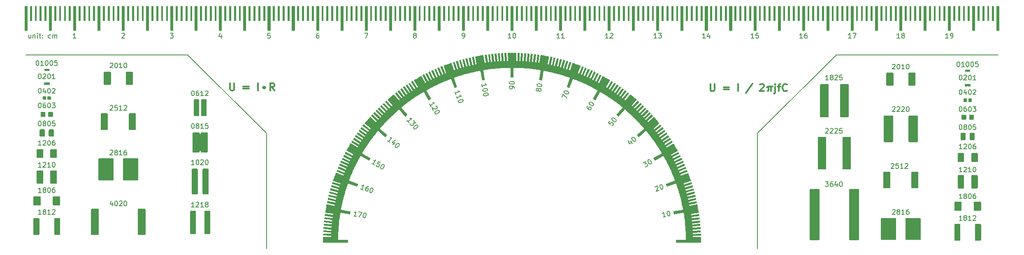
<source format=gbr>
G04 #@! TF.GenerationSoftware,KiCad,Pcbnew,5.0.2-bee76a0~70~ubuntu18.04.1*
G04 #@! TF.CreationDate,2019-01-05T21:06:59+08:00*
G04 #@! TF.ProjectId,ruler-pcb,72756c65-722d-4706-9362-2e6b69636164,rev?*
G04 #@! TF.SameCoordinates,Original*
G04 #@! TF.FileFunction,Soldermask,Top*
G04 #@! TF.FilePolarity,Negative*
%FSLAX46Y46*%
G04 Gerber Fmt 4.6, Leading zero omitted, Abs format (unit mm)*
G04 Created by KiCad (PCBNEW 5.0.2-bee76a0~70~ubuntu18.04.1) date 2019年01月05日 星期六 21时06分59秒*
%MOMM*%
%LPD*%
G01*
G04 APERTURE LIST*
%ADD10C,0.150000*%
%ADD11C,0.200000*%
%ADD12C,0.300000*%
%ADD13C,0.100000*%
G04 APERTURE END LIST*
D10*
X93392866Y-69080079D02*
X92830119Y-68980852D01*
X93111492Y-69030466D02*
X93285140Y-68045658D01*
X93166542Y-68169807D01*
X93056213Y-68247060D01*
X92954153Y-68277418D01*
X93894783Y-68153154D02*
X94551322Y-68268920D01*
X93955613Y-69179307D01*
X95114069Y-68368147D02*
X95207860Y-68384685D01*
X95293383Y-68448119D01*
X95332009Y-68503283D01*
X95362367Y-68605343D01*
X95376187Y-68801195D01*
X95334842Y-69035673D01*
X95254870Y-69214986D01*
X95191437Y-69300509D01*
X95136272Y-69339135D01*
X95034212Y-69369493D01*
X94940421Y-69352955D01*
X94854899Y-69289521D01*
X94816272Y-69234357D01*
X94785914Y-69132297D01*
X94772095Y-68936445D01*
X94813439Y-68701967D01*
X94893411Y-68522654D01*
X94956844Y-68437132D01*
X95012009Y-68398505D01*
X95114069Y-68368147D01*
X94768190Y-63599882D02*
X94231223Y-63404442D01*
X94499707Y-63502162D02*
X94841727Y-62562469D01*
X94703372Y-62664138D01*
X94581304Y-62721059D01*
X94475523Y-62733233D01*
X95915661Y-62953350D02*
X95736672Y-62888203D01*
X95630891Y-62900377D01*
X95569857Y-62928837D01*
X95431503Y-63030506D01*
X95321609Y-63193208D01*
X95191315Y-63551186D01*
X95203489Y-63656968D01*
X95231950Y-63718002D01*
X95305158Y-63795322D01*
X95484147Y-63860469D01*
X95589928Y-63848295D01*
X95650962Y-63819834D01*
X95728282Y-63746627D01*
X95809716Y-63522890D01*
X95797542Y-63417109D01*
X95769081Y-63356075D01*
X95695873Y-63278754D01*
X95516884Y-63213608D01*
X95411103Y-63225782D01*
X95350069Y-63254242D01*
X95272749Y-63327450D01*
X96586870Y-63197650D02*
X96676365Y-63230223D01*
X96749573Y-63307544D01*
X96778033Y-63368578D01*
X96790207Y-63474359D01*
X96769808Y-63669635D01*
X96688374Y-63893371D01*
X96578480Y-64056073D01*
X96501160Y-64129281D01*
X96440126Y-64157742D01*
X96334345Y-64169916D01*
X96244850Y-64137342D01*
X96171642Y-64060022D01*
X96143182Y-63998988D01*
X96131008Y-63893207D01*
X96151407Y-63697931D01*
X96232841Y-63474194D01*
X96342735Y-63311492D01*
X96420055Y-63238284D01*
X96481089Y-63209824D01*
X96586870Y-63197650D01*
X97074248Y-58441765D02*
X96579376Y-58156050D01*
X96826812Y-58298907D02*
X97326812Y-57432882D01*
X97172905Y-57508981D01*
X97042807Y-57543840D01*
X96936519Y-57537461D01*
X98357795Y-58028120D02*
X97945401Y-57790025D01*
X97666067Y-58178608D01*
X97731116Y-58161179D01*
X97837404Y-58167558D01*
X98043600Y-58286606D01*
X98102270Y-58375464D01*
X98119699Y-58440513D01*
X98113320Y-58546801D01*
X97994272Y-58752998D01*
X97905414Y-58811667D01*
X97840365Y-58829097D01*
X97734077Y-58822717D01*
X97527880Y-58703669D01*
X97469211Y-58614811D01*
X97451781Y-58549762D01*
X98935145Y-58361453D02*
X99017623Y-58409072D01*
X99076293Y-58497931D01*
X99093722Y-58562980D01*
X99087343Y-58669268D01*
X99033344Y-58858035D01*
X98914296Y-59064231D01*
X98777819Y-59205379D01*
X98688960Y-59264048D01*
X98623912Y-59281478D01*
X98517623Y-59275098D01*
X98435145Y-59227479D01*
X98376476Y-59138620D01*
X98359046Y-59073572D01*
X98365426Y-58967284D01*
X98419424Y-58778517D01*
X98538472Y-58572320D01*
X98674950Y-58431173D01*
X98763808Y-58372503D01*
X98828857Y-58355074D01*
X98935145Y-58361453D01*
X100240968Y-53762452D02*
X99803229Y-53395145D01*
X100022098Y-53578799D02*
X100664886Y-52812754D01*
X100500103Y-52860971D01*
X100365928Y-52872710D01*
X100262363Y-52847971D01*
X101326103Y-53802717D02*
X100897578Y-54313413D01*
X101388583Y-53357846D02*
X100747057Y-53751976D01*
X101221275Y-54149892D01*
X102087540Y-54006503D02*
X102160497Y-54067721D01*
X102202844Y-54165417D01*
X102208714Y-54232504D01*
X102183974Y-54336070D01*
X102098017Y-54512592D01*
X101944972Y-54694983D01*
X101786058Y-54810288D01*
X101688362Y-54852635D01*
X101621275Y-54858505D01*
X101517709Y-54833765D01*
X101444752Y-54772547D01*
X101402405Y-54674851D01*
X101396535Y-54607764D01*
X101421275Y-54504198D01*
X101507232Y-54327676D01*
X101660277Y-54145284D01*
X101819191Y-54029980D01*
X101916887Y-53987633D01*
X101983975Y-53981763D01*
X102087540Y-54006503D01*
X104172134Y-49704124D02*
X103804826Y-49266384D01*
X103988480Y-49485254D02*
X104754524Y-48842467D01*
X104583872Y-48861337D01*
X104449697Y-48849598D01*
X104352001Y-48807250D01*
X105152440Y-49316685D02*
X105550357Y-49790903D01*
X105044268Y-49780426D01*
X105136094Y-49889861D01*
X105160834Y-49993426D01*
X105154965Y-50060514D01*
X105112617Y-50158210D01*
X104930225Y-50311254D01*
X104826660Y-50335994D01*
X104759573Y-50330125D01*
X104661876Y-50287777D01*
X104478223Y-50068907D01*
X104453483Y-49965342D01*
X104459353Y-49898254D01*
X105948273Y-50265121D02*
X106009491Y-50338077D01*
X106034230Y-50441643D01*
X106028361Y-50508730D01*
X105986013Y-50606426D01*
X105870709Y-50765340D01*
X105688317Y-50918385D01*
X105511795Y-51004342D01*
X105408230Y-51029082D01*
X105341142Y-51023212D01*
X105243446Y-50980865D01*
X105182228Y-50907908D01*
X105157489Y-50804343D01*
X105163358Y-50737255D01*
X105205706Y-50639559D01*
X105321010Y-50480645D01*
X105503402Y-50327601D01*
X105679924Y-50241643D01*
X105783489Y-50216904D01*
X105850577Y-50222773D01*
X105948273Y-50265121D01*
X108748297Y-46390092D02*
X108462582Y-45895220D01*
X108605440Y-46142656D02*
X109471465Y-45642656D01*
X109300128Y-45631606D01*
X109170030Y-45596746D01*
X109081172Y-45538077D01*
X109722320Y-46267625D02*
X109787369Y-46285055D01*
X109876227Y-46343724D01*
X109995275Y-46549921D01*
X110001654Y-46656209D01*
X109984225Y-46721258D01*
X109925555Y-46810116D01*
X109843077Y-46857735D01*
X109695549Y-46887924D01*
X108914963Y-46678767D01*
X109224487Y-47214878D01*
X110400036Y-47250989D02*
X110447656Y-47333467D01*
X110454035Y-47439756D01*
X110436605Y-47504804D01*
X110377936Y-47593663D01*
X110236789Y-47730140D01*
X110030592Y-47849188D01*
X109841825Y-47903187D01*
X109735537Y-47909566D01*
X109670488Y-47892136D01*
X109581630Y-47833467D01*
X109534011Y-47750989D01*
X109527631Y-47644701D01*
X109545061Y-47579652D01*
X109603730Y-47490793D01*
X109744878Y-47354316D01*
X109951074Y-47235268D01*
X110139841Y-47181270D01*
X110246129Y-47174890D01*
X110311178Y-47192320D01*
X110400036Y-47250989D01*
X113830413Y-43921048D02*
X113634973Y-43384081D01*
X113732693Y-43652565D02*
X114672386Y-43310544D01*
X114505570Y-43269910D01*
X114383503Y-43212989D01*
X114306182Y-43139781D01*
X114156146Y-44815994D02*
X113960706Y-44279026D01*
X114058426Y-44547510D02*
X114998119Y-44205490D01*
X114831304Y-44164855D01*
X114709236Y-44107934D01*
X114631915Y-44034726D01*
X115307566Y-45055688D02*
X115340139Y-45145182D01*
X115327965Y-45250964D01*
X115299505Y-45311998D01*
X115226297Y-45389318D01*
X115063594Y-45499212D01*
X114839858Y-45580645D01*
X114644582Y-45601045D01*
X114538801Y-45588871D01*
X114477767Y-45560410D01*
X114400447Y-45487203D01*
X114367873Y-45397708D01*
X114380047Y-45291927D01*
X114408508Y-45230893D01*
X114481716Y-45153572D01*
X114644418Y-45043678D01*
X114868154Y-44962245D01*
X115063430Y-44941845D01*
X115169211Y-44954019D01*
X115230245Y-44982480D01*
X115307566Y-45055688D01*
X119264066Y-42372016D02*
X119164838Y-41809269D01*
X119214452Y-42090642D02*
X120199260Y-41916994D01*
X120042035Y-41848010D01*
X119931706Y-41770757D01*
X119868272Y-41685234D01*
X120356370Y-42808011D02*
X120372908Y-42901802D01*
X120342550Y-43003862D01*
X120303924Y-43059027D01*
X120218401Y-43122460D01*
X120039088Y-43202432D01*
X119804610Y-43243777D01*
X119608758Y-43229957D01*
X119506698Y-43199599D01*
X119451534Y-43160972D01*
X119388100Y-43075450D01*
X119371562Y-42981659D01*
X119401920Y-42879599D01*
X119440547Y-42824434D01*
X119526069Y-42761001D01*
X119705382Y-42681029D01*
X119939860Y-42639684D01*
X120135712Y-42653504D01*
X120237772Y-42683862D01*
X120292936Y-42722489D01*
X120356370Y-42808011D01*
X120521749Y-43745923D02*
X120538287Y-43839714D01*
X120507929Y-43941774D01*
X120469303Y-43996939D01*
X120383781Y-44060372D01*
X120204467Y-44140344D01*
X119969989Y-44181689D01*
X119774138Y-44167869D01*
X119672078Y-44137511D01*
X119616913Y-44098885D01*
X119553479Y-44013362D01*
X119536941Y-43919571D01*
X119567299Y-43817511D01*
X119605926Y-43762346D01*
X119691448Y-43698913D01*
X119870762Y-43618941D01*
X120105240Y-43577597D01*
X120301091Y-43591416D01*
X120403151Y-43621774D01*
X120458316Y-43660401D01*
X120521749Y-43745923D01*
D11*
X175900000Y-51950000D02*
X175900000Y-75700000D01*
X192150000Y-35700000D02*
X175900000Y-51950000D01*
X225400000Y-35700000D02*
X192150000Y-35700000D01*
X74900000Y-51950000D02*
X74900000Y-75700000D01*
X58650000Y-35700000D02*
X74900000Y-51950000D01*
X25400000Y-35700000D02*
X58650000Y-35700000D01*
D10*
X189888095Y-61902380D02*
X190507142Y-61902380D01*
X190173809Y-62283333D01*
X190316666Y-62283333D01*
X190411904Y-62330952D01*
X190459523Y-62378571D01*
X190507142Y-62473809D01*
X190507142Y-62711904D01*
X190459523Y-62807142D01*
X190411904Y-62854761D01*
X190316666Y-62902380D01*
X190030952Y-62902380D01*
X189935714Y-62854761D01*
X189888095Y-62807142D01*
X191364285Y-61902380D02*
X191173809Y-61902380D01*
X191078571Y-61950000D01*
X191030952Y-61997619D01*
X190935714Y-62140476D01*
X190888095Y-62330952D01*
X190888095Y-62711904D01*
X190935714Y-62807142D01*
X190983333Y-62854761D01*
X191078571Y-62902380D01*
X191269047Y-62902380D01*
X191364285Y-62854761D01*
X191411904Y-62807142D01*
X191459523Y-62711904D01*
X191459523Y-62473809D01*
X191411904Y-62378571D01*
X191364285Y-62330952D01*
X191269047Y-62283333D01*
X191078571Y-62283333D01*
X190983333Y-62330952D01*
X190935714Y-62378571D01*
X190888095Y-62473809D01*
X192316666Y-62235714D02*
X192316666Y-62902380D01*
X192078571Y-61854761D02*
X191840476Y-62569047D01*
X192459523Y-62569047D01*
X193030952Y-61902380D02*
X193126190Y-61902380D01*
X193221428Y-61950000D01*
X193269047Y-61997619D01*
X193316666Y-62092857D01*
X193364285Y-62283333D01*
X193364285Y-62521428D01*
X193316666Y-62711904D01*
X193269047Y-62807142D01*
X193221428Y-62854761D01*
X193126190Y-62902380D01*
X193030952Y-62902380D01*
X192935714Y-62854761D01*
X192888095Y-62807142D01*
X192840476Y-62711904D01*
X192792857Y-62521428D01*
X192792857Y-62283333D01*
X192840476Y-62092857D01*
X192888095Y-61997619D01*
X192935714Y-61950000D01*
X193030952Y-61902380D01*
X189935714Y-50997619D02*
X189983333Y-50950000D01*
X190078571Y-50902380D01*
X190316666Y-50902380D01*
X190411904Y-50950000D01*
X190459523Y-50997619D01*
X190507142Y-51092857D01*
X190507142Y-51188095D01*
X190459523Y-51330952D01*
X189888095Y-51902380D01*
X190507142Y-51902380D01*
X190888095Y-50997619D02*
X190935714Y-50950000D01*
X191030952Y-50902380D01*
X191269047Y-50902380D01*
X191364285Y-50950000D01*
X191411904Y-50997619D01*
X191459523Y-51092857D01*
X191459523Y-51188095D01*
X191411904Y-51330952D01*
X190840476Y-51902380D01*
X191459523Y-51902380D01*
X191840476Y-50997619D02*
X191888095Y-50950000D01*
X191983333Y-50902380D01*
X192221428Y-50902380D01*
X192316666Y-50950000D01*
X192364285Y-50997619D01*
X192411904Y-51092857D01*
X192411904Y-51188095D01*
X192364285Y-51330952D01*
X191792857Y-51902380D01*
X192411904Y-51902380D01*
X193316666Y-50902380D02*
X192840476Y-50902380D01*
X192792857Y-51378571D01*
X192840476Y-51330952D01*
X192935714Y-51283333D01*
X193173809Y-51283333D01*
X193269047Y-51330952D01*
X193316666Y-51378571D01*
X193364285Y-51473809D01*
X193364285Y-51711904D01*
X193316666Y-51807142D01*
X193269047Y-51854761D01*
X193173809Y-51902380D01*
X192935714Y-51902380D01*
X192840476Y-51854761D01*
X192792857Y-51807142D01*
X190507142Y-40902380D02*
X189935714Y-40902380D01*
X190221428Y-40902380D02*
X190221428Y-39902380D01*
X190126190Y-40045238D01*
X190030952Y-40140476D01*
X189935714Y-40188095D01*
X191078571Y-40330952D02*
X190983333Y-40283333D01*
X190935714Y-40235714D01*
X190888095Y-40140476D01*
X190888095Y-40092857D01*
X190935714Y-39997619D01*
X190983333Y-39950000D01*
X191078571Y-39902380D01*
X191269047Y-39902380D01*
X191364285Y-39950000D01*
X191411904Y-39997619D01*
X191459523Y-40092857D01*
X191459523Y-40140476D01*
X191411904Y-40235714D01*
X191364285Y-40283333D01*
X191269047Y-40330952D01*
X191078571Y-40330952D01*
X190983333Y-40378571D01*
X190935714Y-40426190D01*
X190888095Y-40521428D01*
X190888095Y-40711904D01*
X190935714Y-40807142D01*
X190983333Y-40854761D01*
X191078571Y-40902380D01*
X191269047Y-40902380D01*
X191364285Y-40854761D01*
X191411904Y-40807142D01*
X191459523Y-40711904D01*
X191459523Y-40521428D01*
X191411904Y-40426190D01*
X191364285Y-40378571D01*
X191269047Y-40330952D01*
X191840476Y-39997619D02*
X191888095Y-39950000D01*
X191983333Y-39902380D01*
X192221428Y-39902380D01*
X192316666Y-39950000D01*
X192364285Y-39997619D01*
X192411904Y-40092857D01*
X192411904Y-40188095D01*
X192364285Y-40330952D01*
X191792857Y-40902380D01*
X192411904Y-40902380D01*
X193316666Y-39902380D02*
X192840476Y-39902380D01*
X192792857Y-40378571D01*
X192840476Y-40330952D01*
X192935714Y-40283333D01*
X193173809Y-40283333D01*
X193269047Y-40330952D01*
X193316666Y-40378571D01*
X193364285Y-40473809D01*
X193364285Y-40711904D01*
X193316666Y-40807142D01*
X193269047Y-40854761D01*
X193173809Y-40902380D01*
X192935714Y-40902380D01*
X192840476Y-40854761D01*
X192792857Y-40807142D01*
X203685714Y-67747619D02*
X203733333Y-67700000D01*
X203828571Y-67652380D01*
X204066666Y-67652380D01*
X204161904Y-67700000D01*
X204209523Y-67747619D01*
X204257142Y-67842857D01*
X204257142Y-67938095D01*
X204209523Y-68080952D01*
X203638095Y-68652380D01*
X204257142Y-68652380D01*
X204828571Y-68080952D02*
X204733333Y-68033333D01*
X204685714Y-67985714D01*
X204638095Y-67890476D01*
X204638095Y-67842857D01*
X204685714Y-67747619D01*
X204733333Y-67700000D01*
X204828571Y-67652380D01*
X205019047Y-67652380D01*
X205114285Y-67700000D01*
X205161904Y-67747619D01*
X205209523Y-67842857D01*
X205209523Y-67890476D01*
X205161904Y-67985714D01*
X205114285Y-68033333D01*
X205019047Y-68080952D01*
X204828571Y-68080952D01*
X204733333Y-68128571D01*
X204685714Y-68176190D01*
X204638095Y-68271428D01*
X204638095Y-68461904D01*
X204685714Y-68557142D01*
X204733333Y-68604761D01*
X204828571Y-68652380D01*
X205019047Y-68652380D01*
X205114285Y-68604761D01*
X205161904Y-68557142D01*
X205209523Y-68461904D01*
X205209523Y-68271428D01*
X205161904Y-68176190D01*
X205114285Y-68128571D01*
X205019047Y-68080952D01*
X206161904Y-68652380D02*
X205590476Y-68652380D01*
X205876190Y-68652380D02*
X205876190Y-67652380D01*
X205780952Y-67795238D01*
X205685714Y-67890476D01*
X205590476Y-67938095D01*
X207019047Y-67652380D02*
X206828571Y-67652380D01*
X206733333Y-67700000D01*
X206685714Y-67747619D01*
X206590476Y-67890476D01*
X206542857Y-68080952D01*
X206542857Y-68461904D01*
X206590476Y-68557142D01*
X206638095Y-68604761D01*
X206733333Y-68652380D01*
X206923809Y-68652380D01*
X207019047Y-68604761D01*
X207066666Y-68557142D01*
X207114285Y-68461904D01*
X207114285Y-68223809D01*
X207066666Y-68128571D01*
X207019047Y-68080952D01*
X206923809Y-68033333D01*
X206733333Y-68033333D01*
X206638095Y-68080952D01*
X206590476Y-68128571D01*
X206542857Y-68223809D01*
X203435714Y-58247619D02*
X203483333Y-58200000D01*
X203578571Y-58152380D01*
X203816666Y-58152380D01*
X203911904Y-58200000D01*
X203959523Y-58247619D01*
X204007142Y-58342857D01*
X204007142Y-58438095D01*
X203959523Y-58580952D01*
X203388095Y-59152380D01*
X204007142Y-59152380D01*
X204911904Y-58152380D02*
X204435714Y-58152380D01*
X204388095Y-58628571D01*
X204435714Y-58580952D01*
X204530952Y-58533333D01*
X204769047Y-58533333D01*
X204864285Y-58580952D01*
X204911904Y-58628571D01*
X204959523Y-58723809D01*
X204959523Y-58961904D01*
X204911904Y-59057142D01*
X204864285Y-59104761D01*
X204769047Y-59152380D01*
X204530952Y-59152380D01*
X204435714Y-59104761D01*
X204388095Y-59057142D01*
X205911904Y-59152380D02*
X205340476Y-59152380D01*
X205626190Y-59152380D02*
X205626190Y-58152380D01*
X205530952Y-58295238D01*
X205435714Y-58390476D01*
X205340476Y-58438095D01*
X206292857Y-58247619D02*
X206340476Y-58200000D01*
X206435714Y-58152380D01*
X206673809Y-58152380D01*
X206769047Y-58200000D01*
X206816666Y-58247619D01*
X206864285Y-58342857D01*
X206864285Y-58438095D01*
X206816666Y-58580952D01*
X206245238Y-59152380D01*
X206864285Y-59152380D01*
X203685714Y-46497619D02*
X203733333Y-46450000D01*
X203828571Y-46402380D01*
X204066666Y-46402380D01*
X204161904Y-46450000D01*
X204209523Y-46497619D01*
X204257142Y-46592857D01*
X204257142Y-46688095D01*
X204209523Y-46830952D01*
X203638095Y-47402380D01*
X204257142Y-47402380D01*
X204638095Y-46497619D02*
X204685714Y-46450000D01*
X204780952Y-46402380D01*
X205019047Y-46402380D01*
X205114285Y-46450000D01*
X205161904Y-46497619D01*
X205209523Y-46592857D01*
X205209523Y-46688095D01*
X205161904Y-46830952D01*
X204590476Y-47402380D01*
X205209523Y-47402380D01*
X205590476Y-46497619D02*
X205638095Y-46450000D01*
X205733333Y-46402380D01*
X205971428Y-46402380D01*
X206066666Y-46450000D01*
X206114285Y-46497619D01*
X206161904Y-46592857D01*
X206161904Y-46688095D01*
X206114285Y-46830952D01*
X205542857Y-47402380D01*
X206161904Y-47402380D01*
X206780952Y-46402380D02*
X206876190Y-46402380D01*
X206971428Y-46450000D01*
X207019047Y-46497619D01*
X207066666Y-46592857D01*
X207114285Y-46783333D01*
X207114285Y-47021428D01*
X207066666Y-47211904D01*
X207019047Y-47307142D01*
X206971428Y-47354761D01*
X206876190Y-47402380D01*
X206780952Y-47402380D01*
X206685714Y-47354761D01*
X206638095Y-47307142D01*
X206590476Y-47211904D01*
X206542857Y-47021428D01*
X206542857Y-46783333D01*
X206590476Y-46592857D01*
X206638095Y-46497619D01*
X206685714Y-46450000D01*
X206780952Y-46402380D01*
X203685714Y-37747619D02*
X203733333Y-37700000D01*
X203828571Y-37652380D01*
X204066666Y-37652380D01*
X204161904Y-37700000D01*
X204209523Y-37747619D01*
X204257142Y-37842857D01*
X204257142Y-37938095D01*
X204209523Y-38080952D01*
X203638095Y-38652380D01*
X204257142Y-38652380D01*
X204876190Y-37652380D02*
X204971428Y-37652380D01*
X205066666Y-37700000D01*
X205114285Y-37747619D01*
X205161904Y-37842857D01*
X205209523Y-38033333D01*
X205209523Y-38271428D01*
X205161904Y-38461904D01*
X205114285Y-38557142D01*
X205066666Y-38604761D01*
X204971428Y-38652380D01*
X204876190Y-38652380D01*
X204780952Y-38604761D01*
X204733333Y-38557142D01*
X204685714Y-38461904D01*
X204638095Y-38271428D01*
X204638095Y-38033333D01*
X204685714Y-37842857D01*
X204733333Y-37747619D01*
X204780952Y-37700000D01*
X204876190Y-37652380D01*
X206161904Y-38652380D02*
X205590476Y-38652380D01*
X205876190Y-38652380D02*
X205876190Y-37652380D01*
X205780952Y-37795238D01*
X205685714Y-37890476D01*
X205590476Y-37938095D01*
X206780952Y-37652380D02*
X206876190Y-37652380D01*
X206971428Y-37700000D01*
X207019047Y-37747619D01*
X207066666Y-37842857D01*
X207114285Y-38033333D01*
X207114285Y-38271428D01*
X207066666Y-38461904D01*
X207019047Y-38557142D01*
X206971428Y-38604761D01*
X206876190Y-38652380D01*
X206780952Y-38652380D01*
X206685714Y-38604761D01*
X206638095Y-38557142D01*
X206590476Y-38461904D01*
X206542857Y-38271428D01*
X206542857Y-38033333D01*
X206590476Y-37842857D01*
X206638095Y-37747619D01*
X206685714Y-37700000D01*
X206780952Y-37652380D01*
X218007142Y-69902380D02*
X217435714Y-69902380D01*
X217721428Y-69902380D02*
X217721428Y-68902380D01*
X217626190Y-69045238D01*
X217530952Y-69140476D01*
X217435714Y-69188095D01*
X218578571Y-69330952D02*
X218483333Y-69283333D01*
X218435714Y-69235714D01*
X218388095Y-69140476D01*
X218388095Y-69092857D01*
X218435714Y-68997619D01*
X218483333Y-68950000D01*
X218578571Y-68902380D01*
X218769047Y-68902380D01*
X218864285Y-68950000D01*
X218911904Y-68997619D01*
X218959523Y-69092857D01*
X218959523Y-69140476D01*
X218911904Y-69235714D01*
X218864285Y-69283333D01*
X218769047Y-69330952D01*
X218578571Y-69330952D01*
X218483333Y-69378571D01*
X218435714Y-69426190D01*
X218388095Y-69521428D01*
X218388095Y-69711904D01*
X218435714Y-69807142D01*
X218483333Y-69854761D01*
X218578571Y-69902380D01*
X218769047Y-69902380D01*
X218864285Y-69854761D01*
X218911904Y-69807142D01*
X218959523Y-69711904D01*
X218959523Y-69521428D01*
X218911904Y-69426190D01*
X218864285Y-69378571D01*
X218769047Y-69330952D01*
X219911904Y-69902380D02*
X219340476Y-69902380D01*
X219626190Y-69902380D02*
X219626190Y-68902380D01*
X219530952Y-69045238D01*
X219435714Y-69140476D01*
X219340476Y-69188095D01*
X220292857Y-68997619D02*
X220340476Y-68950000D01*
X220435714Y-68902380D01*
X220673809Y-68902380D01*
X220769047Y-68950000D01*
X220816666Y-68997619D01*
X220864285Y-69092857D01*
X220864285Y-69188095D01*
X220816666Y-69330952D01*
X220245238Y-69902380D01*
X220864285Y-69902380D01*
X218007142Y-65402380D02*
X217435714Y-65402380D01*
X217721428Y-65402380D02*
X217721428Y-64402380D01*
X217626190Y-64545238D01*
X217530952Y-64640476D01*
X217435714Y-64688095D01*
X218578571Y-64830952D02*
X218483333Y-64783333D01*
X218435714Y-64735714D01*
X218388095Y-64640476D01*
X218388095Y-64592857D01*
X218435714Y-64497619D01*
X218483333Y-64450000D01*
X218578571Y-64402380D01*
X218769047Y-64402380D01*
X218864285Y-64450000D01*
X218911904Y-64497619D01*
X218959523Y-64592857D01*
X218959523Y-64640476D01*
X218911904Y-64735714D01*
X218864285Y-64783333D01*
X218769047Y-64830952D01*
X218578571Y-64830952D01*
X218483333Y-64878571D01*
X218435714Y-64926190D01*
X218388095Y-65021428D01*
X218388095Y-65211904D01*
X218435714Y-65307142D01*
X218483333Y-65354761D01*
X218578571Y-65402380D01*
X218769047Y-65402380D01*
X218864285Y-65354761D01*
X218911904Y-65307142D01*
X218959523Y-65211904D01*
X218959523Y-65021428D01*
X218911904Y-64926190D01*
X218864285Y-64878571D01*
X218769047Y-64830952D01*
X219578571Y-64402380D02*
X219673809Y-64402380D01*
X219769047Y-64450000D01*
X219816666Y-64497619D01*
X219864285Y-64592857D01*
X219911904Y-64783333D01*
X219911904Y-65021428D01*
X219864285Y-65211904D01*
X219816666Y-65307142D01*
X219769047Y-65354761D01*
X219673809Y-65402380D01*
X219578571Y-65402380D01*
X219483333Y-65354761D01*
X219435714Y-65307142D01*
X219388095Y-65211904D01*
X219340476Y-65021428D01*
X219340476Y-64783333D01*
X219388095Y-64592857D01*
X219435714Y-64497619D01*
X219483333Y-64450000D01*
X219578571Y-64402380D01*
X220769047Y-64402380D02*
X220578571Y-64402380D01*
X220483333Y-64450000D01*
X220435714Y-64497619D01*
X220340476Y-64640476D01*
X220292857Y-64830952D01*
X220292857Y-65211904D01*
X220340476Y-65307142D01*
X220388095Y-65354761D01*
X220483333Y-65402380D01*
X220673809Y-65402380D01*
X220769047Y-65354761D01*
X220816666Y-65307142D01*
X220864285Y-65211904D01*
X220864285Y-64973809D01*
X220816666Y-64878571D01*
X220769047Y-64830952D01*
X220673809Y-64783333D01*
X220483333Y-64783333D01*
X220388095Y-64830952D01*
X220340476Y-64878571D01*
X220292857Y-64973809D01*
X218007142Y-59902380D02*
X217435714Y-59902380D01*
X217721428Y-59902380D02*
X217721428Y-58902380D01*
X217626190Y-59045238D01*
X217530952Y-59140476D01*
X217435714Y-59188095D01*
X218388095Y-58997619D02*
X218435714Y-58950000D01*
X218530952Y-58902380D01*
X218769047Y-58902380D01*
X218864285Y-58950000D01*
X218911904Y-58997619D01*
X218959523Y-59092857D01*
X218959523Y-59188095D01*
X218911904Y-59330952D01*
X218340476Y-59902380D01*
X218959523Y-59902380D01*
X219911904Y-59902380D02*
X219340476Y-59902380D01*
X219626190Y-59902380D02*
X219626190Y-58902380D01*
X219530952Y-59045238D01*
X219435714Y-59140476D01*
X219340476Y-59188095D01*
X220530952Y-58902380D02*
X220626190Y-58902380D01*
X220721428Y-58950000D01*
X220769047Y-58997619D01*
X220816666Y-59092857D01*
X220864285Y-59283333D01*
X220864285Y-59521428D01*
X220816666Y-59711904D01*
X220769047Y-59807142D01*
X220721428Y-59854761D01*
X220626190Y-59902380D01*
X220530952Y-59902380D01*
X220435714Y-59854761D01*
X220388095Y-59807142D01*
X220340476Y-59711904D01*
X220292857Y-59521428D01*
X220292857Y-59283333D01*
X220340476Y-59092857D01*
X220388095Y-58997619D01*
X220435714Y-58950000D01*
X220530952Y-58902380D01*
X218007142Y-55152380D02*
X217435714Y-55152380D01*
X217721428Y-55152380D02*
X217721428Y-54152380D01*
X217626190Y-54295238D01*
X217530952Y-54390476D01*
X217435714Y-54438095D01*
X218388095Y-54247619D02*
X218435714Y-54200000D01*
X218530952Y-54152380D01*
X218769047Y-54152380D01*
X218864285Y-54200000D01*
X218911904Y-54247619D01*
X218959523Y-54342857D01*
X218959523Y-54438095D01*
X218911904Y-54580952D01*
X218340476Y-55152380D01*
X218959523Y-55152380D01*
X219578571Y-54152380D02*
X219673809Y-54152380D01*
X219769047Y-54200000D01*
X219816666Y-54247619D01*
X219864285Y-54342857D01*
X219911904Y-54533333D01*
X219911904Y-54771428D01*
X219864285Y-54961904D01*
X219816666Y-55057142D01*
X219769047Y-55104761D01*
X219673809Y-55152380D01*
X219578571Y-55152380D01*
X219483333Y-55104761D01*
X219435714Y-55057142D01*
X219388095Y-54961904D01*
X219340476Y-54771428D01*
X219340476Y-54533333D01*
X219388095Y-54342857D01*
X219435714Y-54247619D01*
X219483333Y-54200000D01*
X219578571Y-54152380D01*
X220769047Y-54152380D02*
X220578571Y-54152380D01*
X220483333Y-54200000D01*
X220435714Y-54247619D01*
X220340476Y-54390476D01*
X220292857Y-54580952D01*
X220292857Y-54961904D01*
X220340476Y-55057142D01*
X220388095Y-55104761D01*
X220483333Y-55152380D01*
X220673809Y-55152380D01*
X220769047Y-55104761D01*
X220816666Y-55057142D01*
X220864285Y-54961904D01*
X220864285Y-54723809D01*
X220816666Y-54628571D01*
X220769047Y-54580952D01*
X220673809Y-54533333D01*
X220483333Y-54533333D01*
X220388095Y-54580952D01*
X220340476Y-54628571D01*
X220292857Y-54723809D01*
X217673809Y-50152380D02*
X217769047Y-50152380D01*
X217864285Y-50200000D01*
X217911904Y-50247619D01*
X217959523Y-50342857D01*
X218007142Y-50533333D01*
X218007142Y-50771428D01*
X217959523Y-50961904D01*
X217911904Y-51057142D01*
X217864285Y-51104761D01*
X217769047Y-51152380D01*
X217673809Y-51152380D01*
X217578571Y-51104761D01*
X217530952Y-51057142D01*
X217483333Y-50961904D01*
X217435714Y-50771428D01*
X217435714Y-50533333D01*
X217483333Y-50342857D01*
X217530952Y-50247619D01*
X217578571Y-50200000D01*
X217673809Y-50152380D01*
X218578571Y-50580952D02*
X218483333Y-50533333D01*
X218435714Y-50485714D01*
X218388095Y-50390476D01*
X218388095Y-50342857D01*
X218435714Y-50247619D01*
X218483333Y-50200000D01*
X218578571Y-50152380D01*
X218769047Y-50152380D01*
X218864285Y-50200000D01*
X218911904Y-50247619D01*
X218959523Y-50342857D01*
X218959523Y-50390476D01*
X218911904Y-50485714D01*
X218864285Y-50533333D01*
X218769047Y-50580952D01*
X218578571Y-50580952D01*
X218483333Y-50628571D01*
X218435714Y-50676190D01*
X218388095Y-50771428D01*
X218388095Y-50961904D01*
X218435714Y-51057142D01*
X218483333Y-51104761D01*
X218578571Y-51152380D01*
X218769047Y-51152380D01*
X218864285Y-51104761D01*
X218911904Y-51057142D01*
X218959523Y-50961904D01*
X218959523Y-50771428D01*
X218911904Y-50676190D01*
X218864285Y-50628571D01*
X218769047Y-50580952D01*
X219578571Y-50152380D02*
X219673809Y-50152380D01*
X219769047Y-50200000D01*
X219816666Y-50247619D01*
X219864285Y-50342857D01*
X219911904Y-50533333D01*
X219911904Y-50771428D01*
X219864285Y-50961904D01*
X219816666Y-51057142D01*
X219769047Y-51104761D01*
X219673809Y-51152380D01*
X219578571Y-51152380D01*
X219483333Y-51104761D01*
X219435714Y-51057142D01*
X219388095Y-50961904D01*
X219340476Y-50771428D01*
X219340476Y-50533333D01*
X219388095Y-50342857D01*
X219435714Y-50247619D01*
X219483333Y-50200000D01*
X219578571Y-50152380D01*
X220816666Y-50152380D02*
X220340476Y-50152380D01*
X220292857Y-50628571D01*
X220340476Y-50580952D01*
X220435714Y-50533333D01*
X220673809Y-50533333D01*
X220769047Y-50580952D01*
X220816666Y-50628571D01*
X220864285Y-50723809D01*
X220864285Y-50961904D01*
X220816666Y-51057142D01*
X220769047Y-51104761D01*
X220673809Y-51152380D01*
X220435714Y-51152380D01*
X220340476Y-51104761D01*
X220292857Y-51057142D01*
X217673809Y-46402380D02*
X217769047Y-46402380D01*
X217864285Y-46450000D01*
X217911904Y-46497619D01*
X217959523Y-46592857D01*
X218007142Y-46783333D01*
X218007142Y-47021428D01*
X217959523Y-47211904D01*
X217911904Y-47307142D01*
X217864285Y-47354761D01*
X217769047Y-47402380D01*
X217673809Y-47402380D01*
X217578571Y-47354761D01*
X217530952Y-47307142D01*
X217483333Y-47211904D01*
X217435714Y-47021428D01*
X217435714Y-46783333D01*
X217483333Y-46592857D01*
X217530952Y-46497619D01*
X217578571Y-46450000D01*
X217673809Y-46402380D01*
X218864285Y-46402380D02*
X218673809Y-46402380D01*
X218578571Y-46450000D01*
X218530952Y-46497619D01*
X218435714Y-46640476D01*
X218388095Y-46830952D01*
X218388095Y-47211904D01*
X218435714Y-47307142D01*
X218483333Y-47354761D01*
X218578571Y-47402380D01*
X218769047Y-47402380D01*
X218864285Y-47354761D01*
X218911904Y-47307142D01*
X218959523Y-47211904D01*
X218959523Y-46973809D01*
X218911904Y-46878571D01*
X218864285Y-46830952D01*
X218769047Y-46783333D01*
X218578571Y-46783333D01*
X218483333Y-46830952D01*
X218435714Y-46878571D01*
X218388095Y-46973809D01*
X219578571Y-46402380D02*
X219673809Y-46402380D01*
X219769047Y-46450000D01*
X219816666Y-46497619D01*
X219864285Y-46592857D01*
X219911904Y-46783333D01*
X219911904Y-47021428D01*
X219864285Y-47211904D01*
X219816666Y-47307142D01*
X219769047Y-47354761D01*
X219673809Y-47402380D01*
X219578571Y-47402380D01*
X219483333Y-47354761D01*
X219435714Y-47307142D01*
X219388095Y-47211904D01*
X219340476Y-47021428D01*
X219340476Y-46783333D01*
X219388095Y-46592857D01*
X219435714Y-46497619D01*
X219483333Y-46450000D01*
X219578571Y-46402380D01*
X220245238Y-46402380D02*
X220864285Y-46402380D01*
X220530952Y-46783333D01*
X220673809Y-46783333D01*
X220769047Y-46830952D01*
X220816666Y-46878571D01*
X220864285Y-46973809D01*
X220864285Y-47211904D01*
X220816666Y-47307142D01*
X220769047Y-47354761D01*
X220673809Y-47402380D01*
X220388095Y-47402380D01*
X220292857Y-47354761D01*
X220245238Y-47307142D01*
X217673809Y-42902380D02*
X217769047Y-42902380D01*
X217864285Y-42950000D01*
X217911904Y-42997619D01*
X217959523Y-43092857D01*
X218007142Y-43283333D01*
X218007142Y-43521428D01*
X217959523Y-43711904D01*
X217911904Y-43807142D01*
X217864285Y-43854761D01*
X217769047Y-43902380D01*
X217673809Y-43902380D01*
X217578571Y-43854761D01*
X217530952Y-43807142D01*
X217483333Y-43711904D01*
X217435714Y-43521428D01*
X217435714Y-43283333D01*
X217483333Y-43092857D01*
X217530952Y-42997619D01*
X217578571Y-42950000D01*
X217673809Y-42902380D01*
X218864285Y-43235714D02*
X218864285Y-43902380D01*
X218626190Y-42854761D02*
X218388095Y-43569047D01*
X219007142Y-43569047D01*
X219578571Y-42902380D02*
X219673809Y-42902380D01*
X219769047Y-42950000D01*
X219816666Y-42997619D01*
X219864285Y-43092857D01*
X219911904Y-43283333D01*
X219911904Y-43521428D01*
X219864285Y-43711904D01*
X219816666Y-43807142D01*
X219769047Y-43854761D01*
X219673809Y-43902380D01*
X219578571Y-43902380D01*
X219483333Y-43854761D01*
X219435714Y-43807142D01*
X219388095Y-43711904D01*
X219340476Y-43521428D01*
X219340476Y-43283333D01*
X219388095Y-43092857D01*
X219435714Y-42997619D01*
X219483333Y-42950000D01*
X219578571Y-42902380D01*
X220292857Y-42997619D02*
X220340476Y-42950000D01*
X220435714Y-42902380D01*
X220673809Y-42902380D01*
X220769047Y-42950000D01*
X220816666Y-42997619D01*
X220864285Y-43092857D01*
X220864285Y-43188095D01*
X220816666Y-43330952D01*
X220245238Y-43902380D01*
X220864285Y-43902380D01*
X217673809Y-39902380D02*
X217769047Y-39902380D01*
X217864285Y-39950000D01*
X217911904Y-39997619D01*
X217959523Y-40092857D01*
X218007142Y-40283333D01*
X218007142Y-40521428D01*
X217959523Y-40711904D01*
X217911904Y-40807142D01*
X217864285Y-40854761D01*
X217769047Y-40902380D01*
X217673809Y-40902380D01*
X217578571Y-40854761D01*
X217530952Y-40807142D01*
X217483333Y-40711904D01*
X217435714Y-40521428D01*
X217435714Y-40283333D01*
X217483333Y-40092857D01*
X217530952Y-39997619D01*
X217578571Y-39950000D01*
X217673809Y-39902380D01*
X218388095Y-39997619D02*
X218435714Y-39950000D01*
X218530952Y-39902380D01*
X218769047Y-39902380D01*
X218864285Y-39950000D01*
X218911904Y-39997619D01*
X218959523Y-40092857D01*
X218959523Y-40188095D01*
X218911904Y-40330952D01*
X218340476Y-40902380D01*
X218959523Y-40902380D01*
X219578571Y-39902380D02*
X219673809Y-39902380D01*
X219769047Y-39950000D01*
X219816666Y-39997619D01*
X219864285Y-40092857D01*
X219911904Y-40283333D01*
X219911904Y-40521428D01*
X219864285Y-40711904D01*
X219816666Y-40807142D01*
X219769047Y-40854761D01*
X219673809Y-40902380D01*
X219578571Y-40902380D01*
X219483333Y-40854761D01*
X219435714Y-40807142D01*
X219388095Y-40711904D01*
X219340476Y-40521428D01*
X219340476Y-40283333D01*
X219388095Y-40092857D01*
X219435714Y-39997619D01*
X219483333Y-39950000D01*
X219578571Y-39902380D01*
X220864285Y-40902380D02*
X220292857Y-40902380D01*
X220578571Y-40902380D02*
X220578571Y-39902380D01*
X220483333Y-40045238D01*
X220388095Y-40140476D01*
X220292857Y-40188095D01*
X217197619Y-37152380D02*
X217292857Y-37152380D01*
X217388095Y-37200000D01*
X217435714Y-37247619D01*
X217483333Y-37342857D01*
X217530952Y-37533333D01*
X217530952Y-37771428D01*
X217483333Y-37961904D01*
X217435714Y-38057142D01*
X217388095Y-38104761D01*
X217292857Y-38152380D01*
X217197619Y-38152380D01*
X217102380Y-38104761D01*
X217054761Y-38057142D01*
X217007142Y-37961904D01*
X216959523Y-37771428D01*
X216959523Y-37533333D01*
X217007142Y-37342857D01*
X217054761Y-37247619D01*
X217102380Y-37200000D01*
X217197619Y-37152380D01*
X218483333Y-38152380D02*
X217911904Y-38152380D01*
X218197619Y-38152380D02*
X218197619Y-37152380D01*
X218102380Y-37295238D01*
X218007142Y-37390476D01*
X217911904Y-37438095D01*
X219102380Y-37152380D02*
X219197619Y-37152380D01*
X219292857Y-37200000D01*
X219340476Y-37247619D01*
X219388095Y-37342857D01*
X219435714Y-37533333D01*
X219435714Y-37771428D01*
X219388095Y-37961904D01*
X219340476Y-38057142D01*
X219292857Y-38104761D01*
X219197619Y-38152380D01*
X219102380Y-38152380D01*
X219007142Y-38104761D01*
X218959523Y-38057142D01*
X218911904Y-37961904D01*
X218864285Y-37771428D01*
X218864285Y-37533333D01*
X218911904Y-37342857D01*
X218959523Y-37247619D01*
X219007142Y-37200000D01*
X219102380Y-37152380D01*
X220054761Y-37152380D02*
X220150000Y-37152380D01*
X220245238Y-37200000D01*
X220292857Y-37247619D01*
X220340476Y-37342857D01*
X220388095Y-37533333D01*
X220388095Y-37771428D01*
X220340476Y-37961904D01*
X220292857Y-38057142D01*
X220245238Y-38104761D01*
X220150000Y-38152380D01*
X220054761Y-38152380D01*
X219959523Y-38104761D01*
X219911904Y-38057142D01*
X219864285Y-37961904D01*
X219816666Y-37771428D01*
X219816666Y-37533333D01*
X219864285Y-37342857D01*
X219911904Y-37247619D01*
X219959523Y-37200000D01*
X220054761Y-37152380D01*
X221292857Y-37152380D02*
X220816666Y-37152380D01*
X220769047Y-37628571D01*
X220816666Y-37580952D01*
X220911904Y-37533333D01*
X221150000Y-37533333D01*
X221245238Y-37580952D01*
X221292857Y-37628571D01*
X221340476Y-37723809D01*
X221340476Y-37961904D01*
X221292857Y-38057142D01*
X221245238Y-38104761D01*
X221150000Y-38152380D01*
X220911904Y-38152380D01*
X220816666Y-38104761D01*
X220769047Y-38057142D01*
X60007142Y-67152380D02*
X59435714Y-67152380D01*
X59721428Y-67152380D02*
X59721428Y-66152380D01*
X59626190Y-66295238D01*
X59530952Y-66390476D01*
X59435714Y-66438095D01*
X60388095Y-66247619D02*
X60435714Y-66200000D01*
X60530952Y-66152380D01*
X60769047Y-66152380D01*
X60864285Y-66200000D01*
X60911904Y-66247619D01*
X60959523Y-66342857D01*
X60959523Y-66438095D01*
X60911904Y-66580952D01*
X60340476Y-67152380D01*
X60959523Y-67152380D01*
X61911904Y-67152380D02*
X61340476Y-67152380D01*
X61626190Y-67152380D02*
X61626190Y-66152380D01*
X61530952Y-66295238D01*
X61435714Y-66390476D01*
X61340476Y-66438095D01*
X62483333Y-66580952D02*
X62388095Y-66533333D01*
X62340476Y-66485714D01*
X62292857Y-66390476D01*
X62292857Y-66342857D01*
X62340476Y-66247619D01*
X62388095Y-66200000D01*
X62483333Y-66152380D01*
X62673809Y-66152380D01*
X62769047Y-66200000D01*
X62816666Y-66247619D01*
X62864285Y-66342857D01*
X62864285Y-66390476D01*
X62816666Y-66485714D01*
X62769047Y-66533333D01*
X62673809Y-66580952D01*
X62483333Y-66580952D01*
X62388095Y-66628571D01*
X62340476Y-66676190D01*
X62292857Y-66771428D01*
X62292857Y-66961904D01*
X62340476Y-67057142D01*
X62388095Y-67104761D01*
X62483333Y-67152380D01*
X62673809Y-67152380D01*
X62769047Y-67104761D01*
X62816666Y-67057142D01*
X62864285Y-66961904D01*
X62864285Y-66771428D01*
X62816666Y-66676190D01*
X62769047Y-66628571D01*
X62673809Y-66580952D01*
X60007142Y-58402380D02*
X59435714Y-58402380D01*
X59721428Y-58402380D02*
X59721428Y-57402380D01*
X59626190Y-57545238D01*
X59530952Y-57640476D01*
X59435714Y-57688095D01*
X60626190Y-57402380D02*
X60721428Y-57402380D01*
X60816666Y-57450000D01*
X60864285Y-57497619D01*
X60911904Y-57592857D01*
X60959523Y-57783333D01*
X60959523Y-58021428D01*
X60911904Y-58211904D01*
X60864285Y-58307142D01*
X60816666Y-58354761D01*
X60721428Y-58402380D01*
X60626190Y-58402380D01*
X60530952Y-58354761D01*
X60483333Y-58307142D01*
X60435714Y-58211904D01*
X60388095Y-58021428D01*
X60388095Y-57783333D01*
X60435714Y-57592857D01*
X60483333Y-57497619D01*
X60530952Y-57450000D01*
X60626190Y-57402380D01*
X61340476Y-57497619D02*
X61388095Y-57450000D01*
X61483333Y-57402380D01*
X61721428Y-57402380D01*
X61816666Y-57450000D01*
X61864285Y-57497619D01*
X61911904Y-57592857D01*
X61911904Y-57688095D01*
X61864285Y-57830952D01*
X61292857Y-58402380D01*
X61911904Y-58402380D01*
X62530952Y-57402380D02*
X62626190Y-57402380D01*
X62721428Y-57450000D01*
X62769047Y-57497619D01*
X62816666Y-57592857D01*
X62864285Y-57783333D01*
X62864285Y-58021428D01*
X62816666Y-58211904D01*
X62769047Y-58307142D01*
X62721428Y-58354761D01*
X62626190Y-58402380D01*
X62530952Y-58402380D01*
X62435714Y-58354761D01*
X62388095Y-58307142D01*
X62340476Y-58211904D01*
X62292857Y-58021428D01*
X62292857Y-57783333D01*
X62340476Y-57592857D01*
X62388095Y-57497619D01*
X62435714Y-57450000D01*
X62530952Y-57402380D01*
X59673809Y-49902380D02*
X59769047Y-49902380D01*
X59864285Y-49950000D01*
X59911904Y-49997619D01*
X59959523Y-50092857D01*
X60007142Y-50283333D01*
X60007142Y-50521428D01*
X59959523Y-50711904D01*
X59911904Y-50807142D01*
X59864285Y-50854761D01*
X59769047Y-50902380D01*
X59673809Y-50902380D01*
X59578571Y-50854761D01*
X59530952Y-50807142D01*
X59483333Y-50711904D01*
X59435714Y-50521428D01*
X59435714Y-50283333D01*
X59483333Y-50092857D01*
X59530952Y-49997619D01*
X59578571Y-49950000D01*
X59673809Y-49902380D01*
X60578571Y-50330952D02*
X60483333Y-50283333D01*
X60435714Y-50235714D01*
X60388095Y-50140476D01*
X60388095Y-50092857D01*
X60435714Y-49997619D01*
X60483333Y-49950000D01*
X60578571Y-49902380D01*
X60769047Y-49902380D01*
X60864285Y-49950000D01*
X60911904Y-49997619D01*
X60959523Y-50092857D01*
X60959523Y-50140476D01*
X60911904Y-50235714D01*
X60864285Y-50283333D01*
X60769047Y-50330952D01*
X60578571Y-50330952D01*
X60483333Y-50378571D01*
X60435714Y-50426190D01*
X60388095Y-50521428D01*
X60388095Y-50711904D01*
X60435714Y-50807142D01*
X60483333Y-50854761D01*
X60578571Y-50902380D01*
X60769047Y-50902380D01*
X60864285Y-50854761D01*
X60911904Y-50807142D01*
X60959523Y-50711904D01*
X60959523Y-50521428D01*
X60911904Y-50426190D01*
X60864285Y-50378571D01*
X60769047Y-50330952D01*
X61911904Y-50902380D02*
X61340476Y-50902380D01*
X61626190Y-50902380D02*
X61626190Y-49902380D01*
X61530952Y-50045238D01*
X61435714Y-50140476D01*
X61340476Y-50188095D01*
X62816666Y-49902380D02*
X62340476Y-49902380D01*
X62292857Y-50378571D01*
X62340476Y-50330952D01*
X62435714Y-50283333D01*
X62673809Y-50283333D01*
X62769047Y-50330952D01*
X62816666Y-50378571D01*
X62864285Y-50473809D01*
X62864285Y-50711904D01*
X62816666Y-50807142D01*
X62769047Y-50854761D01*
X62673809Y-50902380D01*
X62435714Y-50902380D01*
X62340476Y-50854761D01*
X62292857Y-50807142D01*
X59673809Y-43152380D02*
X59769047Y-43152380D01*
X59864285Y-43200000D01*
X59911904Y-43247619D01*
X59959523Y-43342857D01*
X60007142Y-43533333D01*
X60007142Y-43771428D01*
X59959523Y-43961904D01*
X59911904Y-44057142D01*
X59864285Y-44104761D01*
X59769047Y-44152380D01*
X59673809Y-44152380D01*
X59578571Y-44104761D01*
X59530952Y-44057142D01*
X59483333Y-43961904D01*
X59435714Y-43771428D01*
X59435714Y-43533333D01*
X59483333Y-43342857D01*
X59530952Y-43247619D01*
X59578571Y-43200000D01*
X59673809Y-43152380D01*
X60864285Y-43152380D02*
X60673809Y-43152380D01*
X60578571Y-43200000D01*
X60530952Y-43247619D01*
X60435714Y-43390476D01*
X60388095Y-43580952D01*
X60388095Y-43961904D01*
X60435714Y-44057142D01*
X60483333Y-44104761D01*
X60578571Y-44152380D01*
X60769047Y-44152380D01*
X60864285Y-44104761D01*
X60911904Y-44057142D01*
X60959523Y-43961904D01*
X60959523Y-43723809D01*
X60911904Y-43628571D01*
X60864285Y-43580952D01*
X60769047Y-43533333D01*
X60578571Y-43533333D01*
X60483333Y-43580952D01*
X60435714Y-43628571D01*
X60388095Y-43723809D01*
X61911904Y-44152380D02*
X61340476Y-44152380D01*
X61626190Y-44152380D02*
X61626190Y-43152380D01*
X61530952Y-43295238D01*
X61435714Y-43390476D01*
X61340476Y-43438095D01*
X62292857Y-43247619D02*
X62340476Y-43200000D01*
X62435714Y-43152380D01*
X62673809Y-43152380D01*
X62769047Y-43200000D01*
X62816666Y-43247619D01*
X62864285Y-43342857D01*
X62864285Y-43438095D01*
X62816666Y-43580952D01*
X62245238Y-44152380D01*
X62864285Y-44152380D01*
X43161904Y-66235714D02*
X43161904Y-66902380D01*
X42923809Y-65854761D02*
X42685714Y-66569047D01*
X43304761Y-66569047D01*
X43876190Y-65902380D02*
X43971428Y-65902380D01*
X44066666Y-65950000D01*
X44114285Y-65997619D01*
X44161904Y-66092857D01*
X44209523Y-66283333D01*
X44209523Y-66521428D01*
X44161904Y-66711904D01*
X44114285Y-66807142D01*
X44066666Y-66854761D01*
X43971428Y-66902380D01*
X43876190Y-66902380D01*
X43780952Y-66854761D01*
X43733333Y-66807142D01*
X43685714Y-66711904D01*
X43638095Y-66521428D01*
X43638095Y-66283333D01*
X43685714Y-66092857D01*
X43733333Y-65997619D01*
X43780952Y-65950000D01*
X43876190Y-65902380D01*
X44590476Y-65997619D02*
X44638095Y-65950000D01*
X44733333Y-65902380D01*
X44971428Y-65902380D01*
X45066666Y-65950000D01*
X45114285Y-65997619D01*
X45161904Y-66092857D01*
X45161904Y-66188095D01*
X45114285Y-66330952D01*
X44542857Y-66902380D01*
X45161904Y-66902380D01*
X45780952Y-65902380D02*
X45876190Y-65902380D01*
X45971428Y-65950000D01*
X46019047Y-65997619D01*
X46066666Y-66092857D01*
X46114285Y-66283333D01*
X46114285Y-66521428D01*
X46066666Y-66711904D01*
X46019047Y-66807142D01*
X45971428Y-66854761D01*
X45876190Y-66902380D01*
X45780952Y-66902380D01*
X45685714Y-66854761D01*
X45638095Y-66807142D01*
X45590476Y-66711904D01*
X45542857Y-66521428D01*
X45542857Y-66283333D01*
X45590476Y-66092857D01*
X45638095Y-65997619D01*
X45685714Y-65950000D01*
X45780952Y-65902380D01*
X42685714Y-55497619D02*
X42733333Y-55450000D01*
X42828571Y-55402380D01*
X43066666Y-55402380D01*
X43161904Y-55450000D01*
X43209523Y-55497619D01*
X43257142Y-55592857D01*
X43257142Y-55688095D01*
X43209523Y-55830952D01*
X42638095Y-56402380D01*
X43257142Y-56402380D01*
X43828571Y-55830952D02*
X43733333Y-55783333D01*
X43685714Y-55735714D01*
X43638095Y-55640476D01*
X43638095Y-55592857D01*
X43685714Y-55497619D01*
X43733333Y-55450000D01*
X43828571Y-55402380D01*
X44019047Y-55402380D01*
X44114285Y-55450000D01*
X44161904Y-55497619D01*
X44209523Y-55592857D01*
X44209523Y-55640476D01*
X44161904Y-55735714D01*
X44114285Y-55783333D01*
X44019047Y-55830952D01*
X43828571Y-55830952D01*
X43733333Y-55878571D01*
X43685714Y-55926190D01*
X43638095Y-56021428D01*
X43638095Y-56211904D01*
X43685714Y-56307142D01*
X43733333Y-56354761D01*
X43828571Y-56402380D01*
X44019047Y-56402380D01*
X44114285Y-56354761D01*
X44161904Y-56307142D01*
X44209523Y-56211904D01*
X44209523Y-56021428D01*
X44161904Y-55926190D01*
X44114285Y-55878571D01*
X44019047Y-55830952D01*
X45161904Y-56402380D02*
X44590476Y-56402380D01*
X44876190Y-56402380D02*
X44876190Y-55402380D01*
X44780952Y-55545238D01*
X44685714Y-55640476D01*
X44590476Y-55688095D01*
X46019047Y-55402380D02*
X45828571Y-55402380D01*
X45733333Y-55450000D01*
X45685714Y-55497619D01*
X45590476Y-55640476D01*
X45542857Y-55830952D01*
X45542857Y-56211904D01*
X45590476Y-56307142D01*
X45638095Y-56354761D01*
X45733333Y-56402380D01*
X45923809Y-56402380D01*
X46019047Y-56354761D01*
X46066666Y-56307142D01*
X46114285Y-56211904D01*
X46114285Y-55973809D01*
X46066666Y-55878571D01*
X46019047Y-55830952D01*
X45923809Y-55783333D01*
X45733333Y-55783333D01*
X45638095Y-55830952D01*
X45590476Y-55878571D01*
X45542857Y-55973809D01*
X42685714Y-46247619D02*
X42733333Y-46200000D01*
X42828571Y-46152380D01*
X43066666Y-46152380D01*
X43161904Y-46200000D01*
X43209523Y-46247619D01*
X43257142Y-46342857D01*
X43257142Y-46438095D01*
X43209523Y-46580952D01*
X42638095Y-47152380D01*
X43257142Y-47152380D01*
X44161904Y-46152380D02*
X43685714Y-46152380D01*
X43638095Y-46628571D01*
X43685714Y-46580952D01*
X43780952Y-46533333D01*
X44019047Y-46533333D01*
X44114285Y-46580952D01*
X44161904Y-46628571D01*
X44209523Y-46723809D01*
X44209523Y-46961904D01*
X44161904Y-47057142D01*
X44114285Y-47104761D01*
X44019047Y-47152380D01*
X43780952Y-47152380D01*
X43685714Y-47104761D01*
X43638095Y-47057142D01*
X45161904Y-47152380D02*
X44590476Y-47152380D01*
X44876190Y-47152380D02*
X44876190Y-46152380D01*
X44780952Y-46295238D01*
X44685714Y-46390476D01*
X44590476Y-46438095D01*
X45542857Y-46247619D02*
X45590476Y-46200000D01*
X45685714Y-46152380D01*
X45923809Y-46152380D01*
X46019047Y-46200000D01*
X46066666Y-46247619D01*
X46114285Y-46342857D01*
X46114285Y-46438095D01*
X46066666Y-46580952D01*
X45495238Y-47152380D01*
X46114285Y-47152380D01*
X42685714Y-37497619D02*
X42733333Y-37450000D01*
X42828571Y-37402380D01*
X43066666Y-37402380D01*
X43161904Y-37450000D01*
X43209523Y-37497619D01*
X43257142Y-37592857D01*
X43257142Y-37688095D01*
X43209523Y-37830952D01*
X42638095Y-38402380D01*
X43257142Y-38402380D01*
X43876190Y-37402380D02*
X43971428Y-37402380D01*
X44066666Y-37450000D01*
X44114285Y-37497619D01*
X44161904Y-37592857D01*
X44209523Y-37783333D01*
X44209523Y-38021428D01*
X44161904Y-38211904D01*
X44114285Y-38307142D01*
X44066666Y-38354761D01*
X43971428Y-38402380D01*
X43876190Y-38402380D01*
X43780952Y-38354761D01*
X43733333Y-38307142D01*
X43685714Y-38211904D01*
X43638095Y-38021428D01*
X43638095Y-37783333D01*
X43685714Y-37592857D01*
X43733333Y-37497619D01*
X43780952Y-37450000D01*
X43876190Y-37402380D01*
X45161904Y-38402380D02*
X44590476Y-38402380D01*
X44876190Y-38402380D02*
X44876190Y-37402380D01*
X44780952Y-37545238D01*
X44685714Y-37640476D01*
X44590476Y-37688095D01*
X45780952Y-37402380D02*
X45876190Y-37402380D01*
X45971428Y-37450000D01*
X46019047Y-37497619D01*
X46066666Y-37592857D01*
X46114285Y-37783333D01*
X46114285Y-38021428D01*
X46066666Y-38211904D01*
X46019047Y-38307142D01*
X45971428Y-38354761D01*
X45876190Y-38402380D01*
X45780952Y-38402380D01*
X45685714Y-38354761D01*
X45638095Y-38307142D01*
X45590476Y-38211904D01*
X45542857Y-38021428D01*
X45542857Y-37783333D01*
X45590476Y-37592857D01*
X45638095Y-37497619D01*
X45685714Y-37450000D01*
X45780952Y-37402380D01*
X28507142Y-68652380D02*
X27935714Y-68652380D01*
X28221428Y-68652380D02*
X28221428Y-67652380D01*
X28126190Y-67795238D01*
X28030952Y-67890476D01*
X27935714Y-67938095D01*
X29078571Y-68080952D02*
X28983333Y-68033333D01*
X28935714Y-67985714D01*
X28888095Y-67890476D01*
X28888095Y-67842857D01*
X28935714Y-67747619D01*
X28983333Y-67700000D01*
X29078571Y-67652380D01*
X29269047Y-67652380D01*
X29364285Y-67700000D01*
X29411904Y-67747619D01*
X29459523Y-67842857D01*
X29459523Y-67890476D01*
X29411904Y-67985714D01*
X29364285Y-68033333D01*
X29269047Y-68080952D01*
X29078571Y-68080952D01*
X28983333Y-68128571D01*
X28935714Y-68176190D01*
X28888095Y-68271428D01*
X28888095Y-68461904D01*
X28935714Y-68557142D01*
X28983333Y-68604761D01*
X29078571Y-68652380D01*
X29269047Y-68652380D01*
X29364285Y-68604761D01*
X29411904Y-68557142D01*
X29459523Y-68461904D01*
X29459523Y-68271428D01*
X29411904Y-68176190D01*
X29364285Y-68128571D01*
X29269047Y-68080952D01*
X30411904Y-68652380D02*
X29840476Y-68652380D01*
X30126190Y-68652380D02*
X30126190Y-67652380D01*
X30030952Y-67795238D01*
X29935714Y-67890476D01*
X29840476Y-67938095D01*
X30792857Y-67747619D02*
X30840476Y-67700000D01*
X30935714Y-67652380D01*
X31173809Y-67652380D01*
X31269047Y-67700000D01*
X31316666Y-67747619D01*
X31364285Y-67842857D01*
X31364285Y-67938095D01*
X31316666Y-68080952D01*
X30745238Y-68652380D01*
X31364285Y-68652380D01*
X28507142Y-64152380D02*
X27935714Y-64152380D01*
X28221428Y-64152380D02*
X28221428Y-63152380D01*
X28126190Y-63295238D01*
X28030952Y-63390476D01*
X27935714Y-63438095D01*
X29078571Y-63580952D02*
X28983333Y-63533333D01*
X28935714Y-63485714D01*
X28888095Y-63390476D01*
X28888095Y-63342857D01*
X28935714Y-63247619D01*
X28983333Y-63200000D01*
X29078571Y-63152380D01*
X29269047Y-63152380D01*
X29364285Y-63200000D01*
X29411904Y-63247619D01*
X29459523Y-63342857D01*
X29459523Y-63390476D01*
X29411904Y-63485714D01*
X29364285Y-63533333D01*
X29269047Y-63580952D01*
X29078571Y-63580952D01*
X28983333Y-63628571D01*
X28935714Y-63676190D01*
X28888095Y-63771428D01*
X28888095Y-63961904D01*
X28935714Y-64057142D01*
X28983333Y-64104761D01*
X29078571Y-64152380D01*
X29269047Y-64152380D01*
X29364285Y-64104761D01*
X29411904Y-64057142D01*
X29459523Y-63961904D01*
X29459523Y-63771428D01*
X29411904Y-63676190D01*
X29364285Y-63628571D01*
X29269047Y-63580952D01*
X30078571Y-63152380D02*
X30173809Y-63152380D01*
X30269047Y-63200000D01*
X30316666Y-63247619D01*
X30364285Y-63342857D01*
X30411904Y-63533333D01*
X30411904Y-63771428D01*
X30364285Y-63961904D01*
X30316666Y-64057142D01*
X30269047Y-64104761D01*
X30173809Y-64152380D01*
X30078571Y-64152380D01*
X29983333Y-64104761D01*
X29935714Y-64057142D01*
X29888095Y-63961904D01*
X29840476Y-63771428D01*
X29840476Y-63533333D01*
X29888095Y-63342857D01*
X29935714Y-63247619D01*
X29983333Y-63200000D01*
X30078571Y-63152380D01*
X31269047Y-63152380D02*
X31078571Y-63152380D01*
X30983333Y-63200000D01*
X30935714Y-63247619D01*
X30840476Y-63390476D01*
X30792857Y-63580952D01*
X30792857Y-63961904D01*
X30840476Y-64057142D01*
X30888095Y-64104761D01*
X30983333Y-64152380D01*
X31173809Y-64152380D01*
X31269047Y-64104761D01*
X31316666Y-64057142D01*
X31364285Y-63961904D01*
X31364285Y-63723809D01*
X31316666Y-63628571D01*
X31269047Y-63580952D01*
X31173809Y-63533333D01*
X30983333Y-63533333D01*
X30888095Y-63580952D01*
X30840476Y-63628571D01*
X30792857Y-63723809D01*
X28507142Y-58902380D02*
X27935714Y-58902380D01*
X28221428Y-58902380D02*
X28221428Y-57902380D01*
X28126190Y-58045238D01*
X28030952Y-58140476D01*
X27935714Y-58188095D01*
X28888095Y-57997619D02*
X28935714Y-57950000D01*
X29030952Y-57902380D01*
X29269047Y-57902380D01*
X29364285Y-57950000D01*
X29411904Y-57997619D01*
X29459523Y-58092857D01*
X29459523Y-58188095D01*
X29411904Y-58330952D01*
X28840476Y-58902380D01*
X29459523Y-58902380D01*
X30411904Y-58902380D02*
X29840476Y-58902380D01*
X30126190Y-58902380D02*
X30126190Y-57902380D01*
X30030952Y-58045238D01*
X29935714Y-58140476D01*
X29840476Y-58188095D01*
X31030952Y-57902380D02*
X31126190Y-57902380D01*
X31221428Y-57950000D01*
X31269047Y-57997619D01*
X31316666Y-58092857D01*
X31364285Y-58283333D01*
X31364285Y-58521428D01*
X31316666Y-58711904D01*
X31269047Y-58807142D01*
X31221428Y-58854761D01*
X31126190Y-58902380D01*
X31030952Y-58902380D01*
X30935714Y-58854761D01*
X30888095Y-58807142D01*
X30840476Y-58711904D01*
X30792857Y-58521428D01*
X30792857Y-58283333D01*
X30840476Y-58092857D01*
X30888095Y-57997619D01*
X30935714Y-57950000D01*
X31030952Y-57902380D01*
X28507142Y-54402380D02*
X27935714Y-54402380D01*
X28221428Y-54402380D02*
X28221428Y-53402380D01*
X28126190Y-53545238D01*
X28030952Y-53640476D01*
X27935714Y-53688095D01*
X28888095Y-53497619D02*
X28935714Y-53450000D01*
X29030952Y-53402380D01*
X29269047Y-53402380D01*
X29364285Y-53450000D01*
X29411904Y-53497619D01*
X29459523Y-53592857D01*
X29459523Y-53688095D01*
X29411904Y-53830952D01*
X28840476Y-54402380D01*
X29459523Y-54402380D01*
X30078571Y-53402380D02*
X30173809Y-53402380D01*
X30269047Y-53450000D01*
X30316666Y-53497619D01*
X30364285Y-53592857D01*
X30411904Y-53783333D01*
X30411904Y-54021428D01*
X30364285Y-54211904D01*
X30316666Y-54307142D01*
X30269047Y-54354761D01*
X30173809Y-54402380D01*
X30078571Y-54402380D01*
X29983333Y-54354761D01*
X29935714Y-54307142D01*
X29888095Y-54211904D01*
X29840476Y-54021428D01*
X29840476Y-53783333D01*
X29888095Y-53592857D01*
X29935714Y-53497619D01*
X29983333Y-53450000D01*
X30078571Y-53402380D01*
X31269047Y-53402380D02*
X31078571Y-53402380D01*
X30983333Y-53450000D01*
X30935714Y-53497619D01*
X30840476Y-53640476D01*
X30792857Y-53830952D01*
X30792857Y-54211904D01*
X30840476Y-54307142D01*
X30888095Y-54354761D01*
X30983333Y-54402380D01*
X31173809Y-54402380D01*
X31269047Y-54354761D01*
X31316666Y-54307142D01*
X31364285Y-54211904D01*
X31364285Y-53973809D01*
X31316666Y-53878571D01*
X31269047Y-53830952D01*
X31173809Y-53783333D01*
X30983333Y-53783333D01*
X30888095Y-53830952D01*
X30840476Y-53878571D01*
X30792857Y-53973809D01*
X28173809Y-49402380D02*
X28269047Y-49402380D01*
X28364285Y-49450000D01*
X28411904Y-49497619D01*
X28459523Y-49592857D01*
X28507142Y-49783333D01*
X28507142Y-50021428D01*
X28459523Y-50211904D01*
X28411904Y-50307142D01*
X28364285Y-50354761D01*
X28269047Y-50402380D01*
X28173809Y-50402380D01*
X28078571Y-50354761D01*
X28030952Y-50307142D01*
X27983333Y-50211904D01*
X27935714Y-50021428D01*
X27935714Y-49783333D01*
X27983333Y-49592857D01*
X28030952Y-49497619D01*
X28078571Y-49450000D01*
X28173809Y-49402380D01*
X29078571Y-49830952D02*
X28983333Y-49783333D01*
X28935714Y-49735714D01*
X28888095Y-49640476D01*
X28888095Y-49592857D01*
X28935714Y-49497619D01*
X28983333Y-49450000D01*
X29078571Y-49402380D01*
X29269047Y-49402380D01*
X29364285Y-49450000D01*
X29411904Y-49497619D01*
X29459523Y-49592857D01*
X29459523Y-49640476D01*
X29411904Y-49735714D01*
X29364285Y-49783333D01*
X29269047Y-49830952D01*
X29078571Y-49830952D01*
X28983333Y-49878571D01*
X28935714Y-49926190D01*
X28888095Y-50021428D01*
X28888095Y-50211904D01*
X28935714Y-50307142D01*
X28983333Y-50354761D01*
X29078571Y-50402380D01*
X29269047Y-50402380D01*
X29364285Y-50354761D01*
X29411904Y-50307142D01*
X29459523Y-50211904D01*
X29459523Y-50021428D01*
X29411904Y-49926190D01*
X29364285Y-49878571D01*
X29269047Y-49830952D01*
X30078571Y-49402380D02*
X30173809Y-49402380D01*
X30269047Y-49450000D01*
X30316666Y-49497619D01*
X30364285Y-49592857D01*
X30411904Y-49783333D01*
X30411904Y-50021428D01*
X30364285Y-50211904D01*
X30316666Y-50307142D01*
X30269047Y-50354761D01*
X30173809Y-50402380D01*
X30078571Y-50402380D01*
X29983333Y-50354761D01*
X29935714Y-50307142D01*
X29888095Y-50211904D01*
X29840476Y-50021428D01*
X29840476Y-49783333D01*
X29888095Y-49592857D01*
X29935714Y-49497619D01*
X29983333Y-49450000D01*
X30078571Y-49402380D01*
X31316666Y-49402380D02*
X30840476Y-49402380D01*
X30792857Y-49878571D01*
X30840476Y-49830952D01*
X30935714Y-49783333D01*
X31173809Y-49783333D01*
X31269047Y-49830952D01*
X31316666Y-49878571D01*
X31364285Y-49973809D01*
X31364285Y-50211904D01*
X31316666Y-50307142D01*
X31269047Y-50354761D01*
X31173809Y-50402380D01*
X30935714Y-50402380D01*
X30840476Y-50354761D01*
X30792857Y-50307142D01*
X28173809Y-45652380D02*
X28269047Y-45652380D01*
X28364285Y-45700000D01*
X28411904Y-45747619D01*
X28459523Y-45842857D01*
X28507142Y-46033333D01*
X28507142Y-46271428D01*
X28459523Y-46461904D01*
X28411904Y-46557142D01*
X28364285Y-46604761D01*
X28269047Y-46652380D01*
X28173809Y-46652380D01*
X28078571Y-46604761D01*
X28030952Y-46557142D01*
X27983333Y-46461904D01*
X27935714Y-46271428D01*
X27935714Y-46033333D01*
X27983333Y-45842857D01*
X28030952Y-45747619D01*
X28078571Y-45700000D01*
X28173809Y-45652380D01*
X29364285Y-45652380D02*
X29173809Y-45652380D01*
X29078571Y-45700000D01*
X29030952Y-45747619D01*
X28935714Y-45890476D01*
X28888095Y-46080952D01*
X28888095Y-46461904D01*
X28935714Y-46557142D01*
X28983333Y-46604761D01*
X29078571Y-46652380D01*
X29269047Y-46652380D01*
X29364285Y-46604761D01*
X29411904Y-46557142D01*
X29459523Y-46461904D01*
X29459523Y-46223809D01*
X29411904Y-46128571D01*
X29364285Y-46080952D01*
X29269047Y-46033333D01*
X29078571Y-46033333D01*
X28983333Y-46080952D01*
X28935714Y-46128571D01*
X28888095Y-46223809D01*
X30078571Y-45652380D02*
X30173809Y-45652380D01*
X30269047Y-45700000D01*
X30316666Y-45747619D01*
X30364285Y-45842857D01*
X30411904Y-46033333D01*
X30411904Y-46271428D01*
X30364285Y-46461904D01*
X30316666Y-46557142D01*
X30269047Y-46604761D01*
X30173809Y-46652380D01*
X30078571Y-46652380D01*
X29983333Y-46604761D01*
X29935714Y-46557142D01*
X29888095Y-46461904D01*
X29840476Y-46271428D01*
X29840476Y-46033333D01*
X29888095Y-45842857D01*
X29935714Y-45747619D01*
X29983333Y-45700000D01*
X30078571Y-45652380D01*
X30745238Y-45652380D02*
X31364285Y-45652380D01*
X31030952Y-46033333D01*
X31173809Y-46033333D01*
X31269047Y-46080952D01*
X31316666Y-46128571D01*
X31364285Y-46223809D01*
X31364285Y-46461904D01*
X31316666Y-46557142D01*
X31269047Y-46604761D01*
X31173809Y-46652380D01*
X30888095Y-46652380D01*
X30792857Y-46604761D01*
X30745238Y-46557142D01*
X28173809Y-42652380D02*
X28269047Y-42652380D01*
X28364285Y-42700000D01*
X28411904Y-42747619D01*
X28459523Y-42842857D01*
X28507142Y-43033333D01*
X28507142Y-43271428D01*
X28459523Y-43461904D01*
X28411904Y-43557142D01*
X28364285Y-43604761D01*
X28269047Y-43652380D01*
X28173809Y-43652380D01*
X28078571Y-43604761D01*
X28030952Y-43557142D01*
X27983333Y-43461904D01*
X27935714Y-43271428D01*
X27935714Y-43033333D01*
X27983333Y-42842857D01*
X28030952Y-42747619D01*
X28078571Y-42700000D01*
X28173809Y-42652380D01*
X29364285Y-42985714D02*
X29364285Y-43652380D01*
X29126190Y-42604761D02*
X28888095Y-43319047D01*
X29507142Y-43319047D01*
X30078571Y-42652380D02*
X30173809Y-42652380D01*
X30269047Y-42700000D01*
X30316666Y-42747619D01*
X30364285Y-42842857D01*
X30411904Y-43033333D01*
X30411904Y-43271428D01*
X30364285Y-43461904D01*
X30316666Y-43557142D01*
X30269047Y-43604761D01*
X30173809Y-43652380D01*
X30078571Y-43652380D01*
X29983333Y-43604761D01*
X29935714Y-43557142D01*
X29888095Y-43461904D01*
X29840476Y-43271428D01*
X29840476Y-43033333D01*
X29888095Y-42842857D01*
X29935714Y-42747619D01*
X29983333Y-42700000D01*
X30078571Y-42652380D01*
X30792857Y-42747619D02*
X30840476Y-42700000D01*
X30935714Y-42652380D01*
X31173809Y-42652380D01*
X31269047Y-42700000D01*
X31316666Y-42747619D01*
X31364285Y-42842857D01*
X31364285Y-42938095D01*
X31316666Y-43080952D01*
X30745238Y-43652380D01*
X31364285Y-43652380D01*
X28173809Y-39652380D02*
X28269047Y-39652380D01*
X28364285Y-39700000D01*
X28411904Y-39747619D01*
X28459523Y-39842857D01*
X28507142Y-40033333D01*
X28507142Y-40271428D01*
X28459523Y-40461904D01*
X28411904Y-40557142D01*
X28364285Y-40604761D01*
X28269047Y-40652380D01*
X28173809Y-40652380D01*
X28078571Y-40604761D01*
X28030952Y-40557142D01*
X27983333Y-40461904D01*
X27935714Y-40271428D01*
X27935714Y-40033333D01*
X27983333Y-39842857D01*
X28030952Y-39747619D01*
X28078571Y-39700000D01*
X28173809Y-39652380D01*
X28888095Y-39747619D02*
X28935714Y-39700000D01*
X29030952Y-39652380D01*
X29269047Y-39652380D01*
X29364285Y-39700000D01*
X29411904Y-39747619D01*
X29459523Y-39842857D01*
X29459523Y-39938095D01*
X29411904Y-40080952D01*
X28840476Y-40652380D01*
X29459523Y-40652380D01*
X30078571Y-39652380D02*
X30173809Y-39652380D01*
X30269047Y-39700000D01*
X30316666Y-39747619D01*
X30364285Y-39842857D01*
X30411904Y-40033333D01*
X30411904Y-40271428D01*
X30364285Y-40461904D01*
X30316666Y-40557142D01*
X30269047Y-40604761D01*
X30173809Y-40652380D01*
X30078571Y-40652380D01*
X29983333Y-40604761D01*
X29935714Y-40557142D01*
X29888095Y-40461904D01*
X29840476Y-40271428D01*
X29840476Y-40033333D01*
X29888095Y-39842857D01*
X29935714Y-39747619D01*
X29983333Y-39700000D01*
X30078571Y-39652380D01*
X31364285Y-40652380D02*
X30792857Y-40652380D01*
X31078571Y-40652380D02*
X31078571Y-39652380D01*
X30983333Y-39795238D01*
X30888095Y-39890476D01*
X30792857Y-39938095D01*
X27697619Y-36902380D02*
X27792857Y-36902380D01*
X27888095Y-36950000D01*
X27935714Y-36997619D01*
X27983333Y-37092857D01*
X28030952Y-37283333D01*
X28030952Y-37521428D01*
X27983333Y-37711904D01*
X27935714Y-37807142D01*
X27888095Y-37854761D01*
X27792857Y-37902380D01*
X27697619Y-37902380D01*
X27602380Y-37854761D01*
X27554761Y-37807142D01*
X27507142Y-37711904D01*
X27459523Y-37521428D01*
X27459523Y-37283333D01*
X27507142Y-37092857D01*
X27554761Y-36997619D01*
X27602380Y-36950000D01*
X27697619Y-36902380D01*
X28983333Y-37902380D02*
X28411904Y-37902380D01*
X28697619Y-37902380D02*
X28697619Y-36902380D01*
X28602380Y-37045238D01*
X28507142Y-37140476D01*
X28411904Y-37188095D01*
X29602380Y-36902380D02*
X29697619Y-36902380D01*
X29792857Y-36950000D01*
X29840476Y-36997619D01*
X29888095Y-37092857D01*
X29935714Y-37283333D01*
X29935714Y-37521428D01*
X29888095Y-37711904D01*
X29840476Y-37807142D01*
X29792857Y-37854761D01*
X29697619Y-37902380D01*
X29602380Y-37902380D01*
X29507142Y-37854761D01*
X29459523Y-37807142D01*
X29411904Y-37711904D01*
X29364285Y-37521428D01*
X29364285Y-37283333D01*
X29411904Y-37092857D01*
X29459523Y-36997619D01*
X29507142Y-36950000D01*
X29602380Y-36902380D01*
X30554761Y-36902380D02*
X30650000Y-36902380D01*
X30745238Y-36950000D01*
X30792857Y-36997619D01*
X30840476Y-37092857D01*
X30888095Y-37283333D01*
X30888095Y-37521428D01*
X30840476Y-37711904D01*
X30792857Y-37807142D01*
X30745238Y-37854761D01*
X30650000Y-37902380D01*
X30554761Y-37902380D01*
X30459523Y-37854761D01*
X30411904Y-37807142D01*
X30364285Y-37711904D01*
X30316666Y-37521428D01*
X30316666Y-37283333D01*
X30364285Y-37092857D01*
X30411904Y-36997619D01*
X30459523Y-36950000D01*
X30554761Y-36902380D01*
X31792857Y-36902380D02*
X31316666Y-36902380D01*
X31269047Y-37378571D01*
X31316666Y-37330952D01*
X31411904Y-37283333D01*
X31650000Y-37283333D01*
X31745238Y-37330952D01*
X31792857Y-37378571D01*
X31840476Y-37473809D01*
X31840476Y-37711904D01*
X31792857Y-37807142D01*
X31745238Y-37854761D01*
X31650000Y-37902380D01*
X31411904Y-37902380D01*
X31316666Y-37854761D01*
X31269047Y-37807142D01*
X125874956Y-42635442D02*
X125874956Y-42444966D01*
X125827337Y-42349728D01*
X125779718Y-42302109D01*
X125636861Y-42206871D01*
X125446385Y-42159252D01*
X125065433Y-42159252D01*
X124970195Y-42206871D01*
X124922576Y-42254490D01*
X124874956Y-42349728D01*
X124874956Y-42540204D01*
X124922576Y-42635442D01*
X124970195Y-42683061D01*
X125065433Y-42730680D01*
X125303528Y-42730680D01*
X125398766Y-42683061D01*
X125446385Y-42635442D01*
X125494004Y-42540204D01*
X125494004Y-42349728D01*
X125446385Y-42254490D01*
X125398766Y-42206871D01*
X125303528Y-42159252D01*
X124874956Y-41540204D02*
X124874956Y-41444966D01*
X124922576Y-41349728D01*
X124970195Y-41302109D01*
X125065433Y-41254490D01*
X125255909Y-41206871D01*
X125494004Y-41206871D01*
X125684480Y-41254490D01*
X125779718Y-41302109D01*
X125827337Y-41349728D01*
X125874956Y-41444966D01*
X125874956Y-41540204D01*
X125827337Y-41635442D01*
X125779718Y-41683061D01*
X125684480Y-41730680D01*
X125494004Y-41778299D01*
X125255909Y-41778299D01*
X125065433Y-41730680D01*
X124970195Y-41683061D01*
X124922576Y-41635442D01*
X124874956Y-41540204D01*
X130802660Y-43004435D02*
X130739226Y-43089958D01*
X130684062Y-43128584D01*
X130582002Y-43158942D01*
X130535106Y-43150673D01*
X130449584Y-43087239D01*
X130410957Y-43032075D01*
X130380599Y-42930015D01*
X130413675Y-42742432D01*
X130477109Y-42656910D01*
X130532273Y-42618283D01*
X130634334Y-42587926D01*
X130681229Y-42596195D01*
X130766751Y-42659628D01*
X130805378Y-42714793D01*
X130835736Y-42816853D01*
X130802660Y-43004435D01*
X130833018Y-43106496D01*
X130871644Y-43161660D01*
X130957167Y-43225094D01*
X131144749Y-43258170D01*
X131246809Y-43227812D01*
X131301974Y-43189185D01*
X131365407Y-43103663D01*
X131398483Y-42916080D01*
X131368125Y-42814020D01*
X131329499Y-42758856D01*
X131243976Y-42695422D01*
X131056394Y-42662346D01*
X130954334Y-42692704D01*
X130899169Y-42731331D01*
X130835736Y-42816853D01*
X130554248Y-41945207D02*
X130570786Y-41851416D01*
X130634219Y-41765894D01*
X130689384Y-41727267D01*
X130791444Y-41696909D01*
X130987295Y-41683089D01*
X131221773Y-41724434D01*
X131401087Y-41804406D01*
X131486609Y-41867839D01*
X131525236Y-41923004D01*
X131555593Y-42025064D01*
X131539055Y-42118855D01*
X131475622Y-42204377D01*
X131420457Y-42243004D01*
X131318397Y-42273362D01*
X131122546Y-42287182D01*
X130888068Y-42245837D01*
X130708754Y-42165865D01*
X130623232Y-42102432D01*
X130584605Y-42047267D01*
X130554248Y-41945207D01*
X135653475Y-44493684D02*
X135881489Y-43867223D01*
X136674601Y-44611968D01*
X136076929Y-43330255D02*
X136109502Y-43240761D01*
X136186823Y-43167553D01*
X136247857Y-43139092D01*
X136353638Y-43126918D01*
X136548914Y-43147318D01*
X136772650Y-43228751D01*
X136935353Y-43338645D01*
X137008560Y-43415966D01*
X137037021Y-43477000D01*
X137049195Y-43582781D01*
X137016622Y-43672275D01*
X136939301Y-43745483D01*
X136878267Y-43773944D01*
X136772486Y-43786118D01*
X136577210Y-43765718D01*
X136353474Y-43684285D01*
X136190771Y-43574391D01*
X136117563Y-43497070D01*
X136089103Y-43436037D01*
X136076929Y-43330255D01*
X140918054Y-46271855D02*
X140822816Y-46436812D01*
X140816437Y-46543100D01*
X140833866Y-46608149D01*
X140909965Y-46762056D01*
X141051113Y-46898534D01*
X141381027Y-47089010D01*
X141487315Y-47095390D01*
X141552364Y-47077960D01*
X141641223Y-47019291D01*
X141736461Y-46854333D01*
X141742840Y-46748045D01*
X141725411Y-46682996D01*
X141666742Y-46594138D01*
X141460545Y-46475090D01*
X141354257Y-46468711D01*
X141289208Y-46486141D01*
X141200350Y-46544810D01*
X141105112Y-46709767D01*
X141098732Y-46816055D01*
X141116162Y-46881104D01*
X141174831Y-46969962D01*
X141275197Y-45653265D02*
X141322816Y-45570787D01*
X141411675Y-45512118D01*
X141476723Y-45494688D01*
X141583012Y-45501067D01*
X141771778Y-45555066D01*
X141977975Y-45674114D01*
X142119123Y-45810591D01*
X142177792Y-45899450D01*
X142195221Y-45964498D01*
X142188842Y-46070787D01*
X142141223Y-46153265D01*
X142052364Y-46211934D01*
X141987315Y-46229364D01*
X141881027Y-46222984D01*
X141692261Y-46168986D01*
X141486064Y-46049938D01*
X141344916Y-45913461D01*
X141286247Y-45824602D01*
X141268817Y-45759553D01*
X141275197Y-45653265D01*
X145562580Y-49354349D02*
X145256491Y-49719132D01*
X145590665Y-50061700D01*
X145584796Y-49994613D01*
X145609535Y-49891047D01*
X145762580Y-49708656D01*
X145860276Y-49666308D01*
X145927363Y-49660439D01*
X146030929Y-49685178D01*
X146213320Y-49838223D01*
X146255668Y-49935919D01*
X146261538Y-50003006D01*
X146236798Y-50106572D01*
X146083753Y-50288963D01*
X145986057Y-50331311D01*
X145918970Y-50337180D01*
X145991105Y-48843653D02*
X146052323Y-48770696D01*
X146150019Y-48728349D01*
X146217107Y-48722479D01*
X146320672Y-48747219D01*
X146497194Y-48833176D01*
X146679586Y-48986221D01*
X146794890Y-49145135D01*
X146837238Y-49242831D01*
X146843107Y-49309918D01*
X146818368Y-49413484D01*
X146757150Y-49486441D01*
X146659454Y-49528788D01*
X146592366Y-49534658D01*
X146488801Y-49509918D01*
X146312279Y-49423961D01*
X146129887Y-49270916D01*
X146014583Y-49112002D01*
X145972235Y-49014306D01*
X145966366Y-48947219D01*
X145991105Y-48843653D01*
X149748451Y-53518964D02*
X150176977Y-54029660D01*
X149321188Y-53380182D02*
X149597931Y-54080401D01*
X150072149Y-53682485D01*
X150081364Y-52804482D02*
X150154320Y-52743264D01*
X150257886Y-52718524D01*
X150324973Y-52724394D01*
X150422669Y-52766741D01*
X150581583Y-52882045D01*
X150734628Y-53064437D01*
X150820585Y-53240959D01*
X150845325Y-53344525D01*
X150839455Y-53411612D01*
X150797108Y-53509308D01*
X150724151Y-53570526D01*
X150620586Y-53595266D01*
X150553498Y-53589396D01*
X150455802Y-53547049D01*
X150296888Y-53431744D01*
X150143843Y-53249353D01*
X150057886Y-53072831D01*
X150033146Y-52969265D01*
X150039016Y-52902178D01*
X150081364Y-52804482D01*
X152349469Y-58034449D02*
X152885580Y-57724926D01*
X152787381Y-58221507D01*
X152911099Y-58150078D01*
X153017387Y-58143698D01*
X153082436Y-58161128D01*
X153171294Y-58219797D01*
X153290342Y-58425994D01*
X153296721Y-58532282D01*
X153279292Y-58597331D01*
X153220623Y-58686189D01*
X152973187Y-58829046D01*
X152866899Y-58835426D01*
X152801850Y-58817996D01*
X153421691Y-57415402D02*
X153504169Y-57367783D01*
X153610457Y-57361403D01*
X153675506Y-57378833D01*
X153764365Y-57437502D01*
X153900842Y-57578650D01*
X154019890Y-57784846D01*
X154073888Y-57973613D01*
X154080268Y-58079901D01*
X154062838Y-58144950D01*
X154004169Y-58233808D01*
X153921691Y-58281427D01*
X153815403Y-58287807D01*
X153750354Y-58270377D01*
X153661495Y-58211708D01*
X153525018Y-58070560D01*
X153405970Y-57864364D01*
X153351972Y-57675597D01*
X153345592Y-57569309D01*
X153363022Y-57504260D01*
X153421691Y-57415402D01*
X154824485Y-63032974D02*
X154852945Y-62971940D01*
X154926153Y-62894620D01*
X155149890Y-62813186D01*
X155255671Y-62825360D01*
X155316705Y-62853821D01*
X155394025Y-62927029D01*
X155426599Y-63016523D01*
X155430711Y-63167052D01*
X155089184Y-63899459D01*
X155670899Y-63687732D01*
X155910593Y-62536313D02*
X156000088Y-62503740D01*
X156105869Y-62515913D01*
X156166903Y-62544374D01*
X156244223Y-62617582D01*
X156354117Y-62780284D01*
X156435551Y-63004021D01*
X156455950Y-63199296D01*
X156443776Y-63305078D01*
X156415316Y-63366112D01*
X156342108Y-63443432D01*
X156252613Y-63476005D01*
X156146832Y-63463832D01*
X156085798Y-63435371D01*
X156008478Y-63362163D01*
X155898584Y-63199461D01*
X155817150Y-62975724D01*
X155796751Y-62780449D01*
X155808925Y-62674667D01*
X155837385Y-62613633D01*
X155910593Y-62536313D01*
X157036452Y-69103924D02*
X156473705Y-69203151D01*
X156755079Y-69153537D02*
X156581430Y-68168730D01*
X156512446Y-68325954D01*
X156435193Y-68436284D01*
X156349670Y-68499717D01*
X157472447Y-68011619D02*
X157566238Y-67995081D01*
X157668298Y-68025439D01*
X157723463Y-68064066D01*
X157786896Y-68149588D01*
X157866868Y-68328902D01*
X157908213Y-68563380D01*
X157894393Y-68759231D01*
X157864035Y-68861291D01*
X157825409Y-68916456D01*
X157739886Y-68979889D01*
X157646095Y-68996427D01*
X157544035Y-68966069D01*
X157488870Y-68927443D01*
X157425437Y-68841921D01*
X157345465Y-68662607D01*
X157304121Y-68428129D01*
X157317940Y-68232278D01*
X157348298Y-68130217D01*
X157386925Y-68075053D01*
X157472447Y-68011619D01*
D11*
X215200103Y-32262960D02*
X214628675Y-32262960D01*
X214914389Y-32262960D02*
X214914389Y-31262960D01*
X214819151Y-31405818D01*
X214723913Y-31501056D01*
X214628675Y-31548675D01*
X215676294Y-32262960D02*
X215866770Y-32262960D01*
X215962008Y-32215341D01*
X216009627Y-32167722D01*
X216104865Y-32024865D01*
X216152484Y-31834389D01*
X216152484Y-31453437D01*
X216104865Y-31358199D01*
X216057246Y-31310580D01*
X215962008Y-31262960D01*
X215771532Y-31262960D01*
X215676294Y-31310580D01*
X215628675Y-31358199D01*
X215581056Y-31453437D01*
X215581056Y-31691532D01*
X215628675Y-31786770D01*
X215676294Y-31834389D01*
X215771532Y-31882008D01*
X215962008Y-31882008D01*
X216057246Y-31834389D01*
X216104865Y-31786770D01*
X216152484Y-31691532D01*
X205200103Y-32262960D02*
X204628675Y-32262960D01*
X204914389Y-32262960D02*
X204914389Y-31262960D01*
X204819151Y-31405818D01*
X204723913Y-31501056D01*
X204628675Y-31548675D01*
X205771532Y-31691532D02*
X205676294Y-31643913D01*
X205628675Y-31596294D01*
X205581056Y-31501056D01*
X205581056Y-31453437D01*
X205628675Y-31358199D01*
X205676294Y-31310580D01*
X205771532Y-31262960D01*
X205962008Y-31262960D01*
X206057246Y-31310580D01*
X206104865Y-31358199D01*
X206152484Y-31453437D01*
X206152484Y-31501056D01*
X206104865Y-31596294D01*
X206057246Y-31643913D01*
X205962008Y-31691532D01*
X205771532Y-31691532D01*
X205676294Y-31739151D01*
X205628675Y-31786770D01*
X205581056Y-31882008D01*
X205581056Y-32072484D01*
X205628675Y-32167722D01*
X205676294Y-32215341D01*
X205771532Y-32262960D01*
X205962008Y-32262960D01*
X206057246Y-32215341D01*
X206104865Y-32167722D01*
X206152484Y-32072484D01*
X206152484Y-31882008D01*
X206104865Y-31786770D01*
X206057246Y-31739151D01*
X205962008Y-31691532D01*
X195200103Y-32262960D02*
X194628675Y-32262960D01*
X194914389Y-32262960D02*
X194914389Y-31262960D01*
X194819151Y-31405818D01*
X194723913Y-31501056D01*
X194628675Y-31548675D01*
X195533437Y-31262960D02*
X196200103Y-31262960D01*
X195771532Y-32262960D01*
X185200103Y-32262960D02*
X184628675Y-32262960D01*
X184914389Y-32262960D02*
X184914389Y-31262960D01*
X184819151Y-31405818D01*
X184723913Y-31501056D01*
X184628675Y-31548675D01*
X186057246Y-31262960D02*
X185866770Y-31262960D01*
X185771532Y-31310580D01*
X185723913Y-31358199D01*
X185628675Y-31501056D01*
X185581056Y-31691532D01*
X185581056Y-32072484D01*
X185628675Y-32167722D01*
X185676294Y-32215341D01*
X185771532Y-32262960D01*
X185962008Y-32262960D01*
X186057246Y-32215341D01*
X186104865Y-32167722D01*
X186152484Y-32072484D01*
X186152484Y-31834389D01*
X186104865Y-31739151D01*
X186057246Y-31691532D01*
X185962008Y-31643913D01*
X185771532Y-31643913D01*
X185676294Y-31691532D01*
X185628675Y-31739151D01*
X185581056Y-31834389D01*
X175200103Y-32262960D02*
X174628675Y-32262960D01*
X174914389Y-32262960D02*
X174914389Y-31262960D01*
X174819151Y-31405818D01*
X174723913Y-31501056D01*
X174628675Y-31548675D01*
X176104865Y-31262960D02*
X175628675Y-31262960D01*
X175581056Y-31739151D01*
X175628675Y-31691532D01*
X175723913Y-31643913D01*
X175962008Y-31643913D01*
X176057246Y-31691532D01*
X176104865Y-31739151D01*
X176152484Y-31834389D01*
X176152484Y-32072484D01*
X176104865Y-32167722D01*
X176057246Y-32215341D01*
X175962008Y-32262960D01*
X175723913Y-32262960D01*
X175628675Y-32215341D01*
X175581056Y-32167722D01*
X165200103Y-32262960D02*
X164628675Y-32262960D01*
X164914389Y-32262960D02*
X164914389Y-31262960D01*
X164819151Y-31405818D01*
X164723913Y-31501056D01*
X164628675Y-31548675D01*
X166057246Y-31596294D02*
X166057246Y-32262960D01*
X165819151Y-31215341D02*
X165581056Y-31929627D01*
X166200103Y-31929627D01*
X155200103Y-32262960D02*
X154628675Y-32262960D01*
X154914389Y-32262960D02*
X154914389Y-31262960D01*
X154819151Y-31405818D01*
X154723913Y-31501056D01*
X154628675Y-31548675D01*
X155533437Y-31262960D02*
X156152484Y-31262960D01*
X155819151Y-31643913D01*
X155962008Y-31643913D01*
X156057246Y-31691532D01*
X156104865Y-31739151D01*
X156152484Y-31834389D01*
X156152484Y-32072484D01*
X156104865Y-32167722D01*
X156057246Y-32215341D01*
X155962008Y-32262960D01*
X155676294Y-32262960D01*
X155581056Y-32215341D01*
X155533437Y-32167722D01*
X145200103Y-32262960D02*
X144628675Y-32262960D01*
X144914389Y-32262960D02*
X144914389Y-31262960D01*
X144819151Y-31405818D01*
X144723913Y-31501056D01*
X144628675Y-31548675D01*
X145581056Y-31358199D02*
X145628675Y-31310580D01*
X145723913Y-31262960D01*
X145962008Y-31262960D01*
X146057246Y-31310580D01*
X146104865Y-31358199D01*
X146152484Y-31453437D01*
X146152484Y-31548675D01*
X146104865Y-31691532D01*
X145533437Y-32262960D01*
X146152484Y-32262960D01*
X135200103Y-32262960D02*
X134628675Y-32262960D01*
X134914389Y-32262960D02*
X134914389Y-31262960D01*
X134819151Y-31405818D01*
X134723913Y-31501056D01*
X134628675Y-31548675D01*
X136152484Y-32262960D02*
X135581056Y-32262960D01*
X135866770Y-32262960D02*
X135866770Y-31262960D01*
X135771532Y-31405818D01*
X135676294Y-31501056D01*
X135581056Y-31548675D01*
X125200103Y-32262960D02*
X124628675Y-32262960D01*
X124914389Y-32262960D02*
X124914389Y-31262960D01*
X124819151Y-31405818D01*
X124723913Y-31501056D01*
X124628675Y-31548675D01*
X125819151Y-31262960D02*
X125914389Y-31262960D01*
X126009627Y-31310580D01*
X126057246Y-31358199D01*
X126104865Y-31453437D01*
X126152484Y-31643913D01*
X126152484Y-31882008D01*
X126104865Y-32072484D01*
X126057246Y-32167722D01*
X126009627Y-32215341D01*
X125914389Y-32262960D01*
X125819151Y-32262960D01*
X125723913Y-32215341D01*
X125676294Y-32167722D01*
X125628675Y-32072484D01*
X125581056Y-31882008D01*
X125581056Y-31643913D01*
X125628675Y-31453437D01*
X125676294Y-31358199D01*
X125723913Y-31310580D01*
X125819151Y-31262960D01*
X115200103Y-32262960D02*
X115390580Y-32262960D01*
X115485818Y-32215341D01*
X115533437Y-32167722D01*
X115628675Y-32024865D01*
X115676294Y-31834389D01*
X115676294Y-31453437D01*
X115628675Y-31358199D01*
X115581056Y-31310580D01*
X115485818Y-31262960D01*
X115295341Y-31262960D01*
X115200103Y-31310580D01*
X115152484Y-31358199D01*
X115104865Y-31453437D01*
X115104865Y-31691532D01*
X115152484Y-31786770D01*
X115200103Y-31834389D01*
X115295341Y-31882008D01*
X115485818Y-31882008D01*
X115581056Y-31834389D01*
X115628675Y-31786770D01*
X115676294Y-31691532D01*
X105295341Y-31691532D02*
X105200103Y-31643913D01*
X105152484Y-31596294D01*
X105104865Y-31501056D01*
X105104865Y-31453437D01*
X105152484Y-31358199D01*
X105200103Y-31310580D01*
X105295341Y-31262960D01*
X105485818Y-31262960D01*
X105581056Y-31310580D01*
X105628675Y-31358199D01*
X105676294Y-31453437D01*
X105676294Y-31501056D01*
X105628675Y-31596294D01*
X105581056Y-31643913D01*
X105485818Y-31691532D01*
X105295341Y-31691532D01*
X105200103Y-31739151D01*
X105152484Y-31786770D01*
X105104865Y-31882008D01*
X105104865Y-32072484D01*
X105152484Y-32167722D01*
X105200103Y-32215341D01*
X105295341Y-32262960D01*
X105485818Y-32262960D01*
X105581056Y-32215341D01*
X105628675Y-32167722D01*
X105676294Y-32072484D01*
X105676294Y-31882008D01*
X105628675Y-31786770D01*
X105581056Y-31739151D01*
X105485818Y-31691532D01*
X95057246Y-31262960D02*
X95723913Y-31262960D01*
X95295341Y-32262960D01*
X85581056Y-31262960D02*
X85390580Y-31262960D01*
X85295341Y-31310580D01*
X85247722Y-31358199D01*
X85152484Y-31501056D01*
X85104865Y-31691532D01*
X85104865Y-32072484D01*
X85152484Y-32167722D01*
X85200103Y-32215341D01*
X85295341Y-32262960D01*
X85485818Y-32262960D01*
X85581056Y-32215341D01*
X85628675Y-32167722D01*
X85676294Y-32072484D01*
X85676294Y-31834389D01*
X85628675Y-31739151D01*
X85581056Y-31691532D01*
X85485818Y-31643913D01*
X85295341Y-31643913D01*
X85200103Y-31691532D01*
X85152484Y-31739151D01*
X85104865Y-31834389D01*
X75628675Y-31262960D02*
X75152484Y-31262960D01*
X75104865Y-31739151D01*
X75152484Y-31691532D01*
X75247722Y-31643913D01*
X75485818Y-31643913D01*
X75581056Y-31691532D01*
X75628675Y-31739151D01*
X75676294Y-31834389D01*
X75676294Y-32072484D01*
X75628675Y-32167722D01*
X75581056Y-32215341D01*
X75485818Y-32262960D01*
X75247722Y-32262960D01*
X75152484Y-32215341D01*
X75104865Y-32167722D01*
X65581056Y-31596294D02*
X65581056Y-32262960D01*
X65342960Y-31215341D02*
X65104865Y-31929627D01*
X65723913Y-31929627D01*
X55057246Y-31262960D02*
X55676294Y-31262960D01*
X55342960Y-31643913D01*
X55485818Y-31643913D01*
X55581056Y-31691532D01*
X55628675Y-31739151D01*
X55676294Y-31834389D01*
X55676294Y-32072484D01*
X55628675Y-32167722D01*
X55581056Y-32215341D01*
X55485818Y-32262960D01*
X55200103Y-32262960D01*
X55104865Y-32215341D01*
X55057246Y-32167722D01*
X45104865Y-31358199D02*
X45152484Y-31310580D01*
X45247722Y-31262960D01*
X45485818Y-31262960D01*
X45581056Y-31310580D01*
X45628675Y-31358199D01*
X45676294Y-31453437D01*
X45676294Y-31548675D01*
X45628675Y-31691532D01*
X45057246Y-32262960D01*
X45676294Y-32262960D01*
X35676294Y-32262960D02*
X35104865Y-32262960D01*
X35390580Y-32262960D02*
X35390580Y-31262960D01*
X35295341Y-31405818D01*
X35200103Y-31501056D01*
X35104865Y-31548675D01*
X26356109Y-31596294D02*
X26356109Y-32262960D01*
X25927538Y-31596294D02*
X25927538Y-32120103D01*
X25975157Y-32215341D01*
X26070395Y-32262960D01*
X26213252Y-32262960D01*
X26308490Y-32215341D01*
X26356109Y-32167722D01*
X26832300Y-31596294D02*
X26832300Y-32262960D01*
X26832300Y-31691532D02*
X26879919Y-31643913D01*
X26975157Y-31596294D01*
X27118014Y-31596294D01*
X27213252Y-31643913D01*
X27260871Y-31739151D01*
X27260871Y-32262960D01*
X27737061Y-32262960D02*
X27737061Y-31596294D01*
X27737061Y-31262960D02*
X27689442Y-31310580D01*
X27737061Y-31358199D01*
X27784680Y-31310580D01*
X27737061Y-31262960D01*
X27737061Y-31358199D01*
X28070395Y-31596294D02*
X28451347Y-31596294D01*
X28213252Y-31262960D02*
X28213252Y-32120103D01*
X28260871Y-32215341D01*
X28356109Y-32262960D01*
X28451347Y-32262960D01*
X28784680Y-32167722D02*
X28832300Y-32215341D01*
X28784680Y-32262960D01*
X28737061Y-32215341D01*
X28784680Y-32167722D01*
X28784680Y-32262960D01*
X28784680Y-31643913D02*
X28832300Y-31691532D01*
X28784680Y-31739151D01*
X28737061Y-31691532D01*
X28784680Y-31643913D01*
X28784680Y-31739151D01*
X30451347Y-32215341D02*
X30356109Y-32262960D01*
X30165633Y-32262960D01*
X30070395Y-32215341D01*
X30022776Y-32167722D01*
X29975157Y-32072484D01*
X29975157Y-31786770D01*
X30022776Y-31691532D01*
X30070395Y-31643913D01*
X30165633Y-31596294D01*
X30356109Y-31596294D01*
X30451347Y-31643913D01*
X30879919Y-32262960D02*
X30879919Y-31596294D01*
X30879919Y-31691532D02*
X30927538Y-31643913D01*
X31022776Y-31596294D01*
X31165633Y-31596294D01*
X31260871Y-31643913D01*
X31308490Y-31739151D01*
X31308490Y-32262960D01*
X31308490Y-31739151D02*
X31356109Y-31643913D01*
X31451347Y-31596294D01*
X31594204Y-31596294D01*
X31689442Y-31643913D01*
X31737061Y-31739151D01*
X31737061Y-32262960D01*
D12*
X166212357Y-41730811D02*
X166212357Y-42945097D01*
X166283785Y-43087954D01*
X166355214Y-43159382D01*
X166498071Y-43230811D01*
X166783785Y-43230811D01*
X166926642Y-43159382D01*
X166998071Y-43087954D01*
X167069500Y-42945097D01*
X167069500Y-41730811D01*
X168926642Y-42445097D02*
X170069500Y-42445097D01*
X170069500Y-42873668D02*
X168926642Y-42873668D01*
X171926642Y-43230811D02*
X171926642Y-41730811D01*
X174855214Y-41659382D02*
X173569500Y-43587954D01*
X176426642Y-41873668D02*
X176498071Y-41802240D01*
X176640928Y-41730811D01*
X176998071Y-41730811D01*
X177140928Y-41802240D01*
X177212357Y-41873668D01*
X177283785Y-42016525D01*
X177283785Y-42159382D01*
X177212357Y-42373668D01*
X176355214Y-43230811D01*
X177283785Y-43230811D01*
X178712357Y-42230811D02*
X178712357Y-43230811D01*
X178212357Y-42230811D02*
X178212357Y-43016525D01*
X178140928Y-43159382D01*
X177998071Y-43230811D01*
X178998071Y-42230811D02*
X178069500Y-42230811D01*
X177926642Y-42302240D01*
X177855214Y-42445097D01*
X179569500Y-42230811D02*
X179569500Y-43516525D01*
X179498071Y-43659382D01*
X179355214Y-43730811D01*
X179283785Y-43730811D01*
X179569500Y-41730811D02*
X179498071Y-41802240D01*
X179569500Y-41873668D01*
X179640928Y-41802240D01*
X179569500Y-41730811D01*
X179569500Y-41873668D01*
X180069500Y-42230811D02*
X180640928Y-42230811D01*
X180283785Y-43230811D02*
X180283785Y-41945097D01*
X180355214Y-41802240D01*
X180498071Y-41730811D01*
X180640928Y-41730811D01*
X181998071Y-43087954D02*
X181926642Y-43159382D01*
X181712357Y-43230811D01*
X181569500Y-43230811D01*
X181355214Y-43159382D01*
X181212357Y-43016525D01*
X181140928Y-42873668D01*
X181069500Y-42587954D01*
X181069500Y-42373668D01*
X181140928Y-42087954D01*
X181212357Y-41945097D01*
X181355214Y-41802240D01*
X181569500Y-41730811D01*
X181712357Y-41730811D01*
X181926642Y-41802240D01*
X181998071Y-41873668D01*
X67387685Y-41563171D02*
X67387685Y-42777457D01*
X67459114Y-42920314D01*
X67530542Y-42991742D01*
X67673400Y-43063171D01*
X67959114Y-43063171D01*
X68101971Y-42991742D01*
X68173400Y-42920314D01*
X68244828Y-42777457D01*
X68244828Y-41563171D01*
X70101971Y-42277457D02*
X71244828Y-42277457D01*
X71244828Y-42706028D02*
X70101971Y-42706028D01*
X73101971Y-43063171D02*
X73101971Y-41563171D01*
X74244828Y-42348885D02*
X74244828Y-42634600D01*
X74316257Y-42634600D02*
X74316257Y-42348885D01*
X74387685Y-42277457D02*
X74387685Y-42706028D01*
X74459114Y-42634600D02*
X74459114Y-42348885D01*
X74530542Y-42348885D02*
X74530542Y-42634600D01*
X74244828Y-42563171D02*
X74387685Y-42706028D01*
X74530542Y-42563171D01*
X74244828Y-42420314D02*
X74387685Y-42277457D01*
X74530542Y-42420314D01*
X74244828Y-42348885D02*
X74387685Y-42277457D01*
X74530542Y-42348885D01*
X74601971Y-42491742D01*
X74530542Y-42634600D01*
X74387685Y-42706028D01*
X74244828Y-42634600D01*
X74173400Y-42491742D01*
X74244828Y-42348885D01*
X76530542Y-43063171D02*
X76030542Y-42348885D01*
X75673400Y-43063171D02*
X75673400Y-41563171D01*
X76244828Y-41563171D01*
X76387685Y-41634600D01*
X76459114Y-41706028D01*
X76530542Y-41848885D01*
X76530542Y-42063171D01*
X76459114Y-42206028D01*
X76387685Y-42277457D01*
X76244828Y-42348885D01*
X75673400Y-42348885D01*
D13*
G36*
X124995546Y-35307129D02*
X125017355Y-35318302D01*
X125040924Y-35325005D01*
X125063168Y-35327000D01*
X125772495Y-35327000D01*
X125796881Y-35324598D01*
X125820330Y-35317485D01*
X125839260Y-35307367D01*
X125895657Y-35308351D01*
X126297596Y-35315367D01*
X126270745Y-36853685D01*
X126272721Y-36878110D01*
X126279424Y-36901680D01*
X126290596Y-36923489D01*
X126305809Y-36942699D01*
X126324476Y-36958573D01*
X126345882Y-36970500D01*
X126369204Y-36978021D01*
X126393544Y-36980848D01*
X126417969Y-36978872D01*
X126441539Y-36972169D01*
X126463348Y-36960997D01*
X126482558Y-36945784D01*
X126498432Y-36927117D01*
X126510359Y-36905711D01*
X126517880Y-36882389D01*
X126520650Y-36860229D01*
X126520879Y-36853685D01*
X126574334Y-35322924D01*
X126976089Y-35336954D01*
X126926331Y-36761838D01*
X126922390Y-36874677D01*
X126923939Y-36899132D01*
X126930230Y-36922815D01*
X126941020Y-36944816D01*
X126955895Y-36964289D01*
X126974283Y-36980486D01*
X126995477Y-36992784D01*
X127018664Y-37000711D01*
X127042952Y-37003963D01*
X127067407Y-37002414D01*
X127091090Y-36996123D01*
X127113091Y-36985333D01*
X127132564Y-36970458D01*
X127148761Y-36952070D01*
X127161059Y-36930876D01*
X127168986Y-36907689D01*
X127172143Y-36885581D01*
X127172535Y-36878110D01*
X127252654Y-35349341D01*
X127654103Y-35370380D01*
X127573576Y-36906912D01*
X127574699Y-36931391D01*
X127580575Y-36955180D01*
X127590979Y-36977366D01*
X127605512Y-36997095D01*
X127623614Y-37013611D01*
X127644591Y-37026277D01*
X127667636Y-37034608D01*
X127691863Y-37038283D01*
X127716342Y-37037160D01*
X127740131Y-37031284D01*
X127762317Y-37020880D01*
X127782046Y-37006347D01*
X127798562Y-36988245D01*
X127811228Y-36967268D01*
X127819559Y-36944223D01*
X127823100Y-36922182D01*
X127930409Y-35387591D01*
X128331430Y-35415633D01*
X128224098Y-36950546D01*
X128224793Y-36975034D01*
X128230254Y-36998922D01*
X128240269Y-37021286D01*
X128254455Y-37041266D01*
X128272267Y-37058095D01*
X128293019Y-37071126D01*
X128315915Y-37079857D01*
X128340074Y-37083955D01*
X128364569Y-37083260D01*
X128388457Y-37077799D01*
X128410821Y-37067784D01*
X128430801Y-37053598D01*
X128447630Y-37035786D01*
X128460661Y-37015034D01*
X128469392Y-36992138D01*
X128473318Y-36970153D01*
X128607393Y-35437665D01*
X128607394Y-35437665D01*
X128607394Y-35437664D01*
X129007864Y-35472701D01*
X128874032Y-37002414D01*
X128873756Y-37005559D01*
X128874023Y-37030061D01*
X128879065Y-37054041D01*
X128888689Y-37076577D01*
X128902524Y-37096801D01*
X128920040Y-37113939D01*
X128940561Y-37127329D01*
X128963301Y-37136459D01*
X128987386Y-37140977D01*
X129011888Y-37140710D01*
X129035868Y-37135668D01*
X129058404Y-37126044D01*
X129078628Y-37112209D01*
X129095766Y-37094693D01*
X129109156Y-37074172D01*
X129118286Y-37051432D01*
X129122595Y-37029519D01*
X129123130Y-37024433D01*
X129283402Y-35499545D01*
X129683200Y-35541566D01*
X129522368Y-37071782D01*
X129522207Y-37096286D01*
X129526831Y-37120350D01*
X129536060Y-37143050D01*
X129549540Y-37163513D01*
X129566753Y-37180953D01*
X129587038Y-37194700D01*
X129609615Y-37204225D01*
X129633617Y-37209163D01*
X129658121Y-37209324D01*
X129682185Y-37204700D01*
X129704885Y-37195471D01*
X129725348Y-37181991D01*
X129742788Y-37164778D01*
X129756535Y-37144493D01*
X129766060Y-37121916D01*
X129770751Y-37100082D01*
X129773650Y-37076475D01*
X129788901Y-36952263D01*
X129958226Y-35573213D01*
X129958227Y-35573213D01*
X130001860Y-35578571D01*
X130357230Y-35622204D01*
X130357230Y-35622205D01*
X130171198Y-37137310D01*
X130169719Y-37149358D01*
X130169131Y-37173856D01*
X130173333Y-37197997D01*
X130182165Y-37220854D01*
X130195286Y-37241550D01*
X130212192Y-37259288D01*
X130232234Y-37273386D01*
X130254641Y-37283304D01*
X130278553Y-37288660D01*
X130303051Y-37289248D01*
X130327192Y-37285046D01*
X130350049Y-37276214D01*
X130370745Y-37263093D01*
X130388483Y-37246187D01*
X130402581Y-37226145D01*
X130412499Y-37203738D01*
X130417571Y-37181989D01*
X130587140Y-35975449D01*
X130631663Y-35658648D01*
X131029750Y-35714596D01*
X130836039Y-37092925D01*
X130815621Y-37238203D01*
X130814606Y-37262687D01*
X130818387Y-37286897D01*
X130826818Y-37309906D01*
X130839576Y-37330827D01*
X130856170Y-37348857D01*
X130875963Y-37363304D01*
X130898194Y-37373611D01*
X130922008Y-37379384D01*
X130946492Y-37380399D01*
X130970702Y-37376618D01*
X130993711Y-37368187D01*
X131014632Y-37355429D01*
X131032662Y-37338835D01*
X131047109Y-37319042D01*
X131057416Y-37296811D01*
X131062866Y-37275154D01*
X131070628Y-37226145D01*
X131303504Y-35755823D01*
X131303505Y-35755823D01*
X131754977Y-35827329D01*
X131755365Y-35827766D01*
X131774903Y-35842556D01*
X131796950Y-35853250D01*
X131818511Y-35859078D01*
X131853798Y-35865300D01*
X132446653Y-35969837D01*
X132517060Y-35982252D01*
X132541493Y-35984121D01*
X132565821Y-35981188D01*
X132586223Y-35974510D01*
X133036205Y-36061978D01*
X132742628Y-37572305D01*
X132740332Y-37596701D01*
X132742840Y-37621077D01*
X132750056Y-37644495D01*
X132761701Y-37666055D01*
X132777329Y-37684929D01*
X132796339Y-37700392D01*
X132818000Y-37711849D01*
X132841480Y-37718859D01*
X132865876Y-37721155D01*
X132890252Y-37718647D01*
X132913670Y-37711431D01*
X132935230Y-37699786D01*
X132954104Y-37684158D01*
X132969567Y-37665148D01*
X132981024Y-37643487D01*
X132987599Y-37622145D01*
X132994981Y-37587416D01*
X133224998Y-36505267D01*
X133307426Y-36117474D01*
X133700642Y-36201055D01*
X133380743Y-37706064D01*
X133378022Y-37730417D01*
X133380104Y-37754832D01*
X133386910Y-37778373D01*
X133398177Y-37800133D01*
X133413473Y-37819277D01*
X133432210Y-37835069D01*
X133453668Y-37846902D01*
X133477022Y-37854321D01*
X133501375Y-37857042D01*
X133525790Y-37854960D01*
X133549331Y-37848154D01*
X133571091Y-37836887D01*
X133590235Y-37821591D01*
X133606027Y-37802854D01*
X133617860Y-37781396D01*
X133624807Y-37760172D01*
X133970853Y-36261280D01*
X133970854Y-36261280D01*
X134166702Y-36306495D01*
X134362551Y-36351710D01*
X134016438Y-37850889D01*
X134013292Y-37875191D01*
X134014948Y-37899639D01*
X134021342Y-37923294D01*
X134032228Y-37945248D01*
X134047188Y-37964656D01*
X134065646Y-37980772D01*
X134086894Y-37992978D01*
X134110115Y-38000804D01*
X134134417Y-38003950D01*
X134158865Y-38002294D01*
X134182520Y-37995900D01*
X134204474Y-37985014D01*
X134223882Y-37970054D01*
X134239998Y-37951596D01*
X134252204Y-37930348D01*
X134259521Y-37909248D01*
X134360899Y-37502644D01*
X134631670Y-36416640D01*
X134631671Y-36416640D01*
X135021730Y-36513893D01*
X134737333Y-37654544D01*
X134651001Y-38000804D01*
X134649500Y-38006822D01*
X134645931Y-38031065D01*
X134647160Y-38055538D01*
X134653140Y-38079302D01*
X134663641Y-38101442D01*
X134678260Y-38121108D01*
X134696434Y-38137544D01*
X134717466Y-38150119D01*
X134740547Y-38158349D01*
X134764790Y-38161918D01*
X134789263Y-38160689D01*
X134813027Y-38154709D01*
X134835167Y-38144208D01*
X134854833Y-38129589D01*
X134871269Y-38111415D01*
X134883844Y-38090383D01*
X134891528Y-38069414D01*
X135289675Y-36583509D01*
X135677978Y-36687554D01*
X135353200Y-37899639D01*
X135285563Y-38152067D01*
X135279760Y-38173722D01*
X135275769Y-38197899D01*
X135276570Y-38222390D01*
X135282135Y-38246254D01*
X135292248Y-38268574D01*
X135306521Y-38288492D01*
X135324406Y-38305243D01*
X135345215Y-38318183D01*
X135368149Y-38326815D01*
X135392326Y-38330806D01*
X135416817Y-38330005D01*
X135440681Y-38324440D01*
X135463001Y-38314327D01*
X135482919Y-38300054D01*
X135499670Y-38282169D01*
X135512610Y-38261360D01*
X135520659Y-38240529D01*
X135539816Y-38173722D01*
X135944667Y-36761837D01*
X136331094Y-36872643D01*
X135906982Y-38351698D01*
X135902569Y-38375802D01*
X135902944Y-38400303D01*
X135908091Y-38424261D01*
X135917813Y-38446754D01*
X135931736Y-38466918D01*
X135949326Y-38483979D01*
X135969906Y-38497280D01*
X135992685Y-38506311D01*
X136016789Y-38510724D01*
X136041290Y-38510349D01*
X136065248Y-38505202D01*
X136087741Y-38495480D01*
X136107905Y-38481557D01*
X136124966Y-38463967D01*
X136138267Y-38443387D01*
X136146676Y-38422705D01*
X136596447Y-36951569D01*
X136596448Y-36951569D01*
X136596448Y-36951568D01*
X136970932Y-37066060D01*
X136980882Y-37069102D01*
X136531017Y-38540544D01*
X136526185Y-38564561D01*
X136526131Y-38589066D01*
X136530860Y-38613110D01*
X136540188Y-38635769D01*
X136553757Y-38656173D01*
X136571046Y-38673538D01*
X136591391Y-38687196D01*
X136614010Y-38696623D01*
X136638032Y-38701456D01*
X136662537Y-38701510D01*
X136686581Y-38696781D01*
X136709240Y-38687453D01*
X136729644Y-38673884D01*
X136747009Y-38656595D01*
X136760667Y-38636250D01*
X136769438Y-38615712D01*
X137244817Y-37152647D01*
X137627142Y-37276872D01*
X137151688Y-38740169D01*
X137146436Y-38764104D01*
X137145955Y-38788603D01*
X137150263Y-38812726D01*
X137159194Y-38835545D01*
X137172405Y-38856183D01*
X137189389Y-38873847D01*
X137209492Y-38887858D01*
X137231943Y-38897678D01*
X137255878Y-38902930D01*
X137280377Y-38903411D01*
X137304500Y-38899103D01*
X137327319Y-38890172D01*
X137347957Y-38876961D01*
X137365621Y-38859977D01*
X137379632Y-38839874D01*
X137388760Y-38819492D01*
X137388962Y-38818906D01*
X137889578Y-37365009D01*
X138164301Y-37459604D01*
X138321776Y-37513827D01*
X138322084Y-37514328D01*
X138338758Y-37532285D01*
X138358614Y-37546645D01*
X138378831Y-37556126D01*
X138412502Y-37568381D01*
X138663819Y-37659853D01*
X139045379Y-37798729D01*
X139069116Y-37804812D01*
X139093584Y-37806148D01*
X139114832Y-37803115D01*
X139167492Y-37823329D01*
X139542791Y-37967393D01*
X138994244Y-39396408D01*
X138991407Y-39403797D01*
X138984910Y-39427424D01*
X138983148Y-39451865D01*
X138986187Y-39476180D01*
X138993912Y-39499435D01*
X139006025Y-39520736D01*
X139022061Y-39539265D01*
X139041403Y-39554309D01*
X139063309Y-39565291D01*
X139086936Y-39571788D01*
X139111377Y-39573550D01*
X139135692Y-39570511D01*
X139158947Y-39562786D01*
X139180248Y-39550673D01*
X139198777Y-39534637D01*
X139213821Y-39515295D01*
X139224003Y-39495419D01*
X139800256Y-38069144D01*
X140172984Y-38219736D01*
X139627207Y-39570582D01*
X139596582Y-39646380D01*
X139589674Y-39669890D01*
X139587485Y-39694297D01*
X139590099Y-39718661D01*
X139597417Y-39742047D01*
X139609156Y-39763557D01*
X139624866Y-39782362D01*
X139643943Y-39797742D01*
X139665654Y-39809104D01*
X139689164Y-39816012D01*
X139713571Y-39818201D01*
X139737935Y-39815587D01*
X139761321Y-39808269D01*
X139782831Y-39796530D01*
X139801636Y-39780820D01*
X139817016Y-39761743D01*
X139827543Y-39742047D01*
X140428634Y-38325967D01*
X140798677Y-38483041D01*
X140197467Y-39899401D01*
X140190149Y-39922787D01*
X140187535Y-39947151D01*
X140189724Y-39971557D01*
X140196632Y-39995068D01*
X140207994Y-40016779D01*
X140223374Y-40035856D01*
X140242179Y-40051566D01*
X140263689Y-40063305D01*
X140287075Y-40070623D01*
X140311439Y-40073237D01*
X140335845Y-40071048D01*
X140359356Y-40064140D01*
X140381067Y-40052778D01*
X140400144Y-40037398D01*
X140415854Y-40018593D01*
X140426723Y-39999084D01*
X141052433Y-38593717D01*
X141419678Y-38757225D01*
X140800423Y-40148095D01*
X140793861Y-40162832D01*
X140786136Y-40186087D01*
X140783097Y-40210402D01*
X140784859Y-40234843D01*
X140791356Y-40258470D01*
X140802338Y-40280376D01*
X140817382Y-40299718D01*
X140835911Y-40315754D01*
X140857212Y-40327867D01*
X140880467Y-40335592D01*
X140904782Y-40338631D01*
X140929223Y-40336869D01*
X140952850Y-40330372D01*
X140974756Y-40319390D01*
X140994098Y-40304346D01*
X141010134Y-40285817D01*
X141021342Y-40266501D01*
X141671464Y-38872312D01*
X142035801Y-39042205D01*
X141385544Y-40436684D01*
X141377414Y-40459800D01*
X141373951Y-40484059D01*
X141375287Y-40508526D01*
X141381370Y-40532263D01*
X141391968Y-40554358D01*
X141406672Y-40573960D01*
X141424918Y-40590317D01*
X141446005Y-40602799D01*
X141469121Y-40610929D01*
X141493380Y-40614392D01*
X141517847Y-40613056D01*
X141541584Y-40606973D01*
X141563679Y-40596375D01*
X141583281Y-40581671D01*
X141599638Y-40563425D01*
X141611181Y-40544307D01*
X142285539Y-39161669D01*
X142646855Y-39337895D01*
X141972363Y-40720807D01*
X141963831Y-40743778D01*
X141959945Y-40767972D01*
X141960854Y-40792459D01*
X141966522Y-40816299D01*
X141976733Y-40838575D01*
X141991093Y-40858430D01*
X142009050Y-40875103D01*
X142029916Y-40887952D01*
X142052887Y-40896484D01*
X142077081Y-40900370D01*
X142101568Y-40899461D01*
X142125408Y-40893793D01*
X142147684Y-40883582D01*
X142167539Y-40869222D01*
X142184212Y-40851265D01*
X142196088Y-40832352D01*
X142894471Y-39461699D01*
X143252656Y-39644203D01*
X142554140Y-41015118D01*
X142545211Y-41037931D01*
X142540903Y-41062054D01*
X142541384Y-41086553D01*
X142546636Y-41110488D01*
X142556456Y-41132939D01*
X142570467Y-41153042D01*
X142588131Y-41170026D01*
X142608769Y-41183237D01*
X142631588Y-41192168D01*
X142655711Y-41196476D01*
X142680210Y-41195995D01*
X142704145Y-41190743D01*
X142726596Y-41180923D01*
X142746699Y-41166912D01*
X142763683Y-41149248D01*
X142775886Y-41130545D01*
X143498072Y-39772310D01*
X143498073Y-39772310D01*
X143821533Y-39944297D01*
X143853018Y-39961038D01*
X143130700Y-41319522D01*
X143121372Y-41342181D01*
X143116643Y-41366225D01*
X143116697Y-41390730D01*
X143121530Y-41414752D01*
X143130957Y-41437371D01*
X143144615Y-41457716D01*
X143161980Y-41475005D01*
X143182384Y-41488574D01*
X143205043Y-41497902D01*
X143229087Y-41502631D01*
X143253592Y-41502577D01*
X143277614Y-41497744D01*
X143300233Y-41488317D01*
X143320578Y-41474659D01*
X143337867Y-41457294D01*
X143350395Y-41438807D01*
X144096162Y-40093407D01*
X144495952Y-40315014D01*
X144496169Y-40315561D01*
X144509470Y-40336141D01*
X144526531Y-40353730D01*
X144544795Y-40366578D01*
X144685217Y-40447651D01*
X145097174Y-40685494D01*
X145159089Y-40721241D01*
X145181409Y-40731354D01*
X145205273Y-40736919D01*
X145226724Y-40737621D01*
X145275075Y-40766673D01*
X145619657Y-40973718D01*
X144827196Y-42292594D01*
X144816695Y-42314734D01*
X144810715Y-42338498D01*
X144809486Y-42362971D01*
X144813055Y-42387214D01*
X144821285Y-42410295D01*
X144833860Y-42431327D01*
X144850296Y-42449501D01*
X144869962Y-42464120D01*
X144892102Y-42474621D01*
X144915866Y-42480601D01*
X144940339Y-42481830D01*
X144964582Y-42478261D01*
X144987663Y-42470031D01*
X145008695Y-42457456D01*
X145026869Y-42441020D01*
X145040348Y-42423214D01*
X145059905Y-42391917D01*
X145855541Y-41118632D01*
X146196456Y-41331659D01*
X145381080Y-42636534D01*
X145370194Y-42658488D01*
X145363800Y-42682143D01*
X145362144Y-42706591D01*
X145365290Y-42730893D01*
X145373116Y-42754114D01*
X145385322Y-42775362D01*
X145401438Y-42793820D01*
X145420846Y-42808780D01*
X145442800Y-42819666D01*
X145466455Y-42826060D01*
X145490903Y-42827716D01*
X145515205Y-42824570D01*
X145538426Y-42816744D01*
X145559674Y-42804538D01*
X145578132Y-42788422D01*
X145591920Y-42770854D01*
X145608140Y-42745878D01*
X146429775Y-41480670D01*
X146766921Y-41699614D01*
X145928975Y-42989938D01*
X145917708Y-43011698D01*
X145910902Y-43035239D01*
X145908820Y-43059654D01*
X145911541Y-43084007D01*
X145918960Y-43107361D01*
X145930793Y-43128819D01*
X145946585Y-43147556D01*
X145965729Y-43162852D01*
X145987489Y-43174119D01*
X146011030Y-43180925D01*
X146035445Y-43183007D01*
X146059798Y-43180286D01*
X146083152Y-43172867D01*
X146104610Y-43161034D01*
X146123347Y-43145242D01*
X146137439Y-43127917D01*
X146997603Y-41852672D01*
X147330876Y-42077467D01*
X147330876Y-42077468D01*
X146470467Y-43353076D01*
X146458822Y-43374636D01*
X146451606Y-43398054D01*
X146449098Y-43422430D01*
X146451394Y-43446826D01*
X146458404Y-43470306D01*
X146469861Y-43491967D01*
X146485324Y-43510977D01*
X146504198Y-43526605D01*
X146525758Y-43538250D01*
X146549176Y-43545466D01*
X146573552Y-43547974D01*
X146597948Y-43545678D01*
X146621428Y-43538668D01*
X146643089Y-43527211D01*
X146662099Y-43511748D01*
X146676491Y-43494672D01*
X146678385Y-43491967D01*
X147558852Y-42234529D01*
X147558853Y-42234529D01*
X147864672Y-42448666D01*
X147888152Y-42465107D01*
X147005623Y-43725489D01*
X146993606Y-43746838D01*
X146985983Y-43770126D01*
X146983050Y-43794454D01*
X146984919Y-43818887D01*
X146991519Y-43842486D01*
X147002596Y-43864343D01*
X147017724Y-43883620D01*
X147036323Y-43899575D01*
X147057677Y-43911595D01*
X147080965Y-43919218D01*
X147105293Y-43922151D01*
X147129726Y-43920282D01*
X147153325Y-43913682D01*
X147175182Y-43902605D01*
X147194459Y-43887477D01*
X147209147Y-43870654D01*
X148113352Y-42626124D01*
X148409730Y-42841455D01*
X148438577Y-42862414D01*
X147534179Y-44107209D01*
X147521788Y-44128349D01*
X147513760Y-44151501D01*
X147510402Y-44175774D01*
X147511845Y-44200236D01*
X147518032Y-44223947D01*
X147528726Y-44245994D01*
X147543516Y-44265532D01*
X147561833Y-44281809D01*
X147582973Y-44294200D01*
X147606125Y-44302228D01*
X147630398Y-44305586D01*
X147654860Y-44304143D01*
X147678571Y-44297956D01*
X147700618Y-44287262D01*
X147720156Y-44272472D01*
X147735135Y-44255909D01*
X148660933Y-43027334D01*
X148981985Y-43269264D01*
X148056021Y-44498060D01*
X148043263Y-44518981D01*
X148034832Y-44541989D01*
X148031051Y-44566200D01*
X148032066Y-44590684D01*
X148037839Y-44614498D01*
X148048146Y-44636729D01*
X148062593Y-44656522D01*
X148080623Y-44673116D01*
X148101544Y-44685874D01*
X148124552Y-44694305D01*
X148148763Y-44698086D01*
X148173247Y-44697071D01*
X148197061Y-44691298D01*
X148219292Y-44680991D01*
X148239085Y-44666544D01*
X148254351Y-44650245D01*
X149201429Y-43438041D01*
X149518209Y-43685537D01*
X149518209Y-43685538D01*
X148570952Y-44897971D01*
X148557831Y-44918667D01*
X148548999Y-44941524D01*
X148544797Y-44965665D01*
X148545385Y-44990163D01*
X148550741Y-45014074D01*
X148560659Y-45036482D01*
X148574757Y-45056524D01*
X148592495Y-45073430D01*
X148613191Y-45086551D01*
X148636048Y-45095383D01*
X148660189Y-45099585D01*
X148684687Y-45098997D01*
X148708598Y-45093641D01*
X148731006Y-45083723D01*
X148751048Y-45069625D01*
X148766596Y-45053594D01*
X149734673Y-43858119D01*
X149734674Y-43858119D01*
X149839998Y-43943409D01*
X150089909Y-44145783D01*
X150090027Y-44146356D01*
X150099552Y-44168933D01*
X150113299Y-44189218D01*
X150129056Y-44205044D01*
X150672431Y-44660990D01*
X150692655Y-44674825D01*
X150715191Y-44684449D01*
X150736195Y-44688865D01*
X150972769Y-44894516D01*
X151082158Y-44989606D01*
X150709404Y-45418411D01*
X150072717Y-46150835D01*
X150058531Y-46170815D01*
X150048516Y-46193179D01*
X150043055Y-46217067D01*
X150042360Y-46241562D01*
X150046458Y-46265721D01*
X150055189Y-46288617D01*
X150068220Y-46309369D01*
X150085049Y-46327181D01*
X150105029Y-46341367D01*
X150127393Y-46351382D01*
X150151281Y-46356843D01*
X150175776Y-46357538D01*
X150199935Y-46353440D01*
X150222831Y-46344709D01*
X150243583Y-46331678D01*
X150259946Y-46316486D01*
X151289294Y-45173279D01*
X151289295Y-45173279D01*
X151588039Y-45442270D01*
X150558464Y-46585729D01*
X150543931Y-46605458D01*
X150533527Y-46627644D01*
X150527651Y-46651433D01*
X150526528Y-46675912D01*
X150530203Y-46700139D01*
X150538534Y-46723184D01*
X150551200Y-46744161D01*
X150567716Y-46762263D01*
X150587445Y-46776796D01*
X150609631Y-46787200D01*
X150633420Y-46793076D01*
X150657899Y-46794199D01*
X150682126Y-46790524D01*
X150705171Y-46782193D01*
X150726148Y-46769527D01*
X150742772Y-46754624D01*
X151791937Y-45629532D01*
X152085942Y-45903695D01*
X151036584Y-47028994D01*
X151021709Y-47048467D01*
X151010919Y-47070468D01*
X151004628Y-47094151D01*
X151003079Y-47118606D01*
X151006331Y-47142894D01*
X151014258Y-47166081D01*
X151026556Y-47187275D01*
X151042753Y-47205663D01*
X151062226Y-47220538D01*
X151084227Y-47231328D01*
X151107910Y-47237619D01*
X151132365Y-47239168D01*
X151156653Y-47235916D01*
X151179840Y-47227989D01*
X151201034Y-47215691D01*
X151217920Y-47201076D01*
X152286542Y-46094485D01*
X152575717Y-46373738D01*
X151506914Y-47480516D01*
X151491701Y-47499726D01*
X151480529Y-47521535D01*
X151473826Y-47545105D01*
X151471850Y-47569530D01*
X151474677Y-47593870D01*
X151482198Y-47617192D01*
X151494125Y-47638598D01*
X151509999Y-47657265D01*
X151529209Y-47672478D01*
X151551018Y-47683650D01*
X151574588Y-47690353D01*
X151599013Y-47692329D01*
X151623353Y-47689502D01*
X151646675Y-47681981D01*
X151668081Y-47670054D01*
X151685219Y-47655736D01*
X152772955Y-46568000D01*
X153057213Y-46852258D01*
X151969237Y-47940234D01*
X151953691Y-47959176D01*
X151942140Y-47980787D01*
X151935027Y-48004236D01*
X151932625Y-48028622D01*
X151935027Y-48053008D01*
X151942140Y-48076457D01*
X151953691Y-48098068D01*
X151969237Y-48117010D01*
X151988179Y-48132556D01*
X152009790Y-48144107D01*
X152033239Y-48151220D01*
X152057625Y-48153622D01*
X152082011Y-48151220D01*
X152105460Y-48144107D01*
X152127071Y-48132556D01*
X152144457Y-48118539D01*
X153251031Y-47049933D01*
X153530284Y-47339108D01*
X152423471Y-48407945D01*
X152407597Y-48426612D01*
X152395670Y-48448018D01*
X152388149Y-48471340D01*
X152385322Y-48495680D01*
X152387298Y-48520105D01*
X152394001Y-48543675D01*
X152405173Y-48565484D01*
X152420386Y-48584694D01*
X152439053Y-48600568D01*
X152460459Y-48612495D01*
X152483781Y-48620016D01*
X152508121Y-48622843D01*
X152532546Y-48620867D01*
X152556116Y-48614164D01*
X152577925Y-48602992D01*
X152595553Y-48589281D01*
X152605119Y-48580361D01*
X153720624Y-47540135D01*
X153994787Y-47834140D01*
X152879833Y-48873852D01*
X152869487Y-48883499D01*
X152853290Y-48901887D01*
X152840992Y-48923081D01*
X152833065Y-48946268D01*
X152829813Y-48970556D01*
X152831362Y-48995011D01*
X152837653Y-49018694D01*
X152848443Y-49040695D01*
X152863318Y-49060168D01*
X152881706Y-49076365D01*
X152902900Y-49088663D01*
X152926087Y-49096590D01*
X152950375Y-49099842D01*
X152974830Y-49098293D01*
X152998513Y-49092002D01*
X153020514Y-49081212D01*
X153038378Y-49067811D01*
X153049037Y-49058214D01*
X154181589Y-48038459D01*
X154450580Y-48337203D01*
X154450580Y-48337204D01*
X153318629Y-49356417D01*
X153307154Y-49366749D01*
X153290638Y-49384851D01*
X153277972Y-49405828D01*
X153269641Y-49428873D01*
X153265966Y-49453100D01*
X153267089Y-49477579D01*
X153272965Y-49501368D01*
X153283369Y-49523554D01*
X153297902Y-49543283D01*
X153316004Y-49559799D01*
X153336981Y-49572465D01*
X153360026Y-49580796D01*
X153384253Y-49584471D01*
X153408732Y-49583348D01*
X153432521Y-49577472D01*
X153454707Y-49567068D01*
X153472802Y-49553981D01*
X153485109Y-49543283D01*
X154633787Y-48544752D01*
X154874130Y-48821235D01*
X154933671Y-48889730D01*
X154933688Y-48890314D01*
X154939148Y-48914202D01*
X154949164Y-48936566D01*
X154961933Y-48954888D01*
X154984966Y-48982337D01*
X155371924Y-49443496D01*
X155417879Y-49498264D01*
X155435395Y-49515402D01*
X155455916Y-49528792D01*
X155475838Y-49536791D01*
X155513539Y-49583348D01*
X155764321Y-49893037D01*
X155764321Y-49893038D01*
X154568617Y-50861300D01*
X154551177Y-50878513D01*
X154537430Y-50898798D01*
X154527905Y-50921375D01*
X154522967Y-50945377D01*
X154522806Y-50969881D01*
X154527430Y-50993945D01*
X154536659Y-51016645D01*
X154550139Y-51037108D01*
X154567352Y-51054548D01*
X154587637Y-51068295D01*
X154610214Y-51077820D01*
X154634216Y-51082758D01*
X154658720Y-51082919D01*
X154682784Y-51078295D01*
X154705484Y-51069066D01*
X154724240Y-51056944D01*
X155936415Y-50109889D01*
X155936416Y-50109889D01*
X156161959Y-50398571D01*
X156183912Y-50426669D01*
X154971429Y-51373965D01*
X154953691Y-51390871D01*
X154939593Y-51410913D01*
X154929675Y-51433321D01*
X154924319Y-51457232D01*
X154923731Y-51481730D01*
X154927933Y-51505871D01*
X154936765Y-51528728D01*
X154949886Y-51549424D01*
X154966792Y-51567162D01*
X154986834Y-51581260D01*
X155009242Y-51591178D01*
X155033153Y-51596534D01*
X155057651Y-51597122D01*
X155081792Y-51592920D01*
X155104649Y-51584088D01*
X155123614Y-51572295D01*
X156352195Y-50646493D01*
X156594125Y-50967545D01*
X155365337Y-51893503D01*
X155347307Y-51910097D01*
X155332860Y-51929890D01*
X155322553Y-51952121D01*
X155316780Y-51975935D01*
X155315765Y-52000419D01*
X155319546Y-52024630D01*
X155327977Y-52047638D01*
X155340735Y-52068559D01*
X155357329Y-52086589D01*
X155377122Y-52101036D01*
X155399353Y-52111343D01*
X155423167Y-52117116D01*
X155447651Y-52118131D01*
X155471862Y-52114350D01*
X155494870Y-52105919D01*
X155514037Y-52094459D01*
X156758545Y-51190270D01*
X156758546Y-51190271D01*
X156904290Y-51390871D01*
X156994835Y-51515495D01*
X155750040Y-52419893D01*
X155731723Y-52436170D01*
X155716933Y-52455708D01*
X155706239Y-52477755D01*
X155700052Y-52501466D01*
X155698609Y-52525928D01*
X155701967Y-52550201D01*
X155709995Y-52573353D01*
X155722386Y-52594493D01*
X155738663Y-52612810D01*
X155758201Y-52627600D01*
X155780248Y-52638294D01*
X155803959Y-52644481D01*
X155828421Y-52645924D01*
X155852694Y-52642566D01*
X155875846Y-52634538D01*
X155895201Y-52623419D01*
X157155345Y-51741057D01*
X157385923Y-52070356D01*
X157385923Y-52070357D01*
X156540533Y-52662305D01*
X156125574Y-52952863D01*
X156106975Y-52968818D01*
X156091847Y-52988095D01*
X156080770Y-53009952D01*
X156074170Y-53033551D01*
X156072301Y-53057984D01*
X156075234Y-53082312D01*
X156082857Y-53105600D01*
X156094877Y-53126954D01*
X156110832Y-53145553D01*
X156130109Y-53160681D01*
X156151966Y-53171758D01*
X156175565Y-53178358D01*
X156199998Y-53180227D01*
X156224326Y-53177294D01*
X156247614Y-53169671D01*
X156267166Y-53158889D01*
X157003382Y-52662305D01*
X157542470Y-52298685D01*
X157542471Y-52298685D01*
X157755165Y-52614017D01*
X157767266Y-52631958D01*
X156491693Y-53492344D01*
X156472819Y-53507972D01*
X156457356Y-53526982D01*
X156445899Y-53548643D01*
X156438889Y-53572123D01*
X156436593Y-53596519D01*
X156439101Y-53620895D01*
X156446317Y-53644313D01*
X156457962Y-53665873D01*
X156473590Y-53684747D01*
X156492600Y-53700210D01*
X156514261Y-53711667D01*
X156537741Y-53718677D01*
X156562137Y-53720973D01*
X156586513Y-53718465D01*
X156609931Y-53711249D01*
X156629667Y-53700811D01*
X157919807Y-52862984D01*
X158138751Y-53200130D01*
X156937327Y-53980344D01*
X156848350Y-54038126D01*
X156829206Y-54053422D01*
X156813414Y-54072159D01*
X156801581Y-54093617D01*
X156794162Y-54116971D01*
X156791441Y-54141324D01*
X156793523Y-54165739D01*
X156800329Y-54189280D01*
X156811596Y-54211040D01*
X156826892Y-54230184D01*
X156845629Y-54245976D01*
X156867087Y-54257809D01*
X156890441Y-54265228D01*
X156914794Y-54267949D01*
X156939209Y-54265867D01*
X156962750Y-54259061D01*
X156982670Y-54248966D01*
X158287236Y-53433783D01*
X158500263Y-53774698D01*
X157469819Y-54418591D01*
X157195425Y-54590051D01*
X157176017Y-54605011D01*
X157159901Y-54623469D01*
X157147695Y-54644717D01*
X157139869Y-54667938D01*
X157136723Y-54692240D01*
X157138379Y-54716688D01*
X157144773Y-54740343D01*
X157155659Y-54762297D01*
X157170619Y-54781705D01*
X157189077Y-54797821D01*
X157210325Y-54810027D01*
X157233546Y-54817853D01*
X157257848Y-54820999D01*
X157282296Y-54819343D01*
X157305951Y-54812949D01*
X157326041Y-54803205D01*
X158644648Y-54010906D01*
X158757403Y-54198562D01*
X158880072Y-54402718D01*
X158879987Y-54403296D01*
X158881216Y-54427769D01*
X158887195Y-54451533D01*
X158896590Y-54471795D01*
X158914506Y-54502826D01*
X158964865Y-54590051D01*
X159251253Y-55086089D01*
X159265526Y-55106007D01*
X159283411Y-55122758D01*
X159301639Y-55134093D01*
X159523879Y-55535024D01*
X158178160Y-56280968D01*
X158157996Y-56294891D01*
X158140935Y-56312481D01*
X158127634Y-56333061D01*
X158118603Y-56355840D01*
X158114190Y-56379944D01*
X158114565Y-56404445D01*
X158119712Y-56428403D01*
X158129434Y-56450896D01*
X158143357Y-56471060D01*
X158160947Y-56488121D01*
X158181527Y-56501422D01*
X158204306Y-56510453D01*
X158228410Y-56514866D01*
X158252911Y-56514491D01*
X158276869Y-56509344D01*
X158297445Y-56500663D01*
X159655703Y-55778465D01*
X159844431Y-56133410D01*
X159844431Y-56133411D01*
X158485915Y-56855746D01*
X158465511Y-56869315D01*
X158448146Y-56886604D01*
X158434488Y-56906949D01*
X158425061Y-56929568D01*
X158420228Y-56953590D01*
X158420174Y-56978095D01*
X158424903Y-57002139D01*
X158434231Y-57024798D01*
X158447800Y-57045202D01*
X158465089Y-57062567D01*
X158485434Y-57076225D01*
X158508053Y-57085652D01*
X158532075Y-57090485D01*
X158556580Y-57090539D01*
X158580624Y-57085810D01*
X158601345Y-57077491D01*
X159971985Y-56379115D01*
X160097327Y-56625114D01*
X160154489Y-56737300D01*
X158783569Y-57435819D01*
X158762931Y-57449030D01*
X158745267Y-57466014D01*
X158731256Y-57486117D01*
X158721436Y-57508568D01*
X158716184Y-57532503D01*
X158715703Y-57557002D01*
X158720011Y-57581125D01*
X158728942Y-57603944D01*
X158742153Y-57624582D01*
X158759137Y-57642246D01*
X158779240Y-57656257D01*
X158801691Y-57666077D01*
X158825626Y-57671329D01*
X158850125Y-57671810D01*
X158874248Y-57667502D01*
X158895114Y-57659544D01*
X160277737Y-56985193D01*
X160453963Y-57346509D01*
X159071070Y-58020991D01*
X159050204Y-58033840D01*
X159032247Y-58050512D01*
X159017887Y-58070368D01*
X159007676Y-58092644D01*
X159002008Y-58116484D01*
X159001099Y-58140971D01*
X159004985Y-58165165D01*
X159013517Y-58188136D01*
X159026366Y-58209002D01*
X159043038Y-58226959D01*
X159062894Y-58241319D01*
X159085170Y-58251530D01*
X159109010Y-58257198D01*
X159133497Y-58258107D01*
X159157691Y-58254221D01*
X159178693Y-58246628D01*
X160572864Y-57596515D01*
X160742757Y-57960852D01*
X159348236Y-58611128D01*
X159327149Y-58623610D01*
X159308903Y-58639967D01*
X159294199Y-58659569D01*
X159283601Y-58681663D01*
X159277518Y-58705401D01*
X159276182Y-58729868D01*
X159279645Y-58754127D01*
X159287775Y-58777243D01*
X159300257Y-58798330D01*
X159316614Y-58816576D01*
X159336216Y-58831280D01*
X159358310Y-58841878D01*
X159382048Y-58847961D01*
X159406515Y-58849297D01*
X159430774Y-58845834D01*
X159451905Y-58838609D01*
X160857278Y-58212897D01*
X161020786Y-58580142D01*
X159615127Y-59205982D01*
X159593826Y-59218095D01*
X159575297Y-59234131D01*
X159560253Y-59253473D01*
X159549271Y-59275379D01*
X159542774Y-59299006D01*
X159541012Y-59323447D01*
X159544051Y-59347762D01*
X159551776Y-59371017D01*
X159563889Y-59392318D01*
X159579925Y-59410847D01*
X159599267Y-59425891D01*
X159621173Y-59436873D01*
X159644800Y-59443370D01*
X159669241Y-59445132D01*
X159693556Y-59442093D01*
X159714810Y-59435238D01*
X161130892Y-58834146D01*
X161287966Y-59204189D01*
X159871648Y-59805381D01*
X159850138Y-59817120D01*
X159831333Y-59832830D01*
X159815953Y-59851907D01*
X159804591Y-59873618D01*
X159797683Y-59897129D01*
X159795494Y-59921535D01*
X159798108Y-59945899D01*
X159805426Y-59969285D01*
X159817165Y-59990795D01*
X159832875Y-60009600D01*
X159851952Y-60024980D01*
X159873663Y-60036342D01*
X159897174Y-60043250D01*
X159921580Y-60045439D01*
X159945944Y-60042825D01*
X159967315Y-60036342D01*
X160024168Y-60013372D01*
X161393620Y-59460077D01*
X161544212Y-59832805D01*
X160117680Y-60409162D01*
X160095972Y-60420522D01*
X160076895Y-60435902D01*
X160061185Y-60454707D01*
X160049446Y-60476217D01*
X160042128Y-60499603D01*
X160039514Y-60523967D01*
X160041703Y-60548374D01*
X160048611Y-60571884D01*
X160059973Y-60593595D01*
X160075353Y-60612672D01*
X160094158Y-60628382D01*
X160115668Y-60640121D01*
X160139054Y-60647439D01*
X160163418Y-60650053D01*
X160187825Y-60647864D01*
X160209305Y-60641756D01*
X161645385Y-60090497D01*
X161788878Y-60464308D01*
X161809196Y-60517240D01*
X161809013Y-60517791D01*
X161805973Y-60542106D01*
X161807735Y-60566547D01*
X161813468Y-60588132D01*
X161836005Y-60650053D01*
X162031619Y-61187498D01*
X162056071Y-61254681D01*
X162066669Y-61276776D01*
X162081373Y-61296378D01*
X162097356Y-61310706D01*
X162115720Y-61364038D01*
X162246599Y-61744136D01*
X161483857Y-62006769D01*
X160791827Y-62245054D01*
X160769551Y-62255265D01*
X160749695Y-62269625D01*
X160733023Y-62287582D01*
X160720174Y-62308448D01*
X160711642Y-62331419D01*
X160707756Y-62355613D01*
X160708665Y-62380100D01*
X160714333Y-62403940D01*
X160724544Y-62426216D01*
X160738904Y-62446072D01*
X160756861Y-62462744D01*
X160777727Y-62475593D01*
X160800698Y-62484125D01*
X160824892Y-62488011D01*
X160849379Y-62487102D01*
X160871147Y-62482127D01*
X162334147Y-62006769D01*
X162458372Y-62389094D01*
X161335160Y-62754048D01*
X160994974Y-62864581D01*
X160972523Y-62874401D01*
X160952420Y-62888412D01*
X160935436Y-62906076D01*
X160922225Y-62926714D01*
X160913294Y-62949533D01*
X160908986Y-62973656D01*
X160909467Y-62998155D01*
X160914719Y-63022090D01*
X160924539Y-63044541D01*
X160938550Y-63064644D01*
X160956214Y-63081628D01*
X160976852Y-63094839D01*
X160999671Y-63103770D01*
X161023794Y-63108078D01*
X161048293Y-63107597D01*
X161070144Y-63103002D01*
X162541323Y-62653217D01*
X162658857Y-63037652D01*
X161187473Y-63487499D01*
X161164854Y-63496926D01*
X161144509Y-63510584D01*
X161127220Y-63527949D01*
X161113651Y-63548353D01*
X161104323Y-63571012D01*
X161099594Y-63595056D01*
X161099648Y-63619561D01*
X161104481Y-63643583D01*
X161113908Y-63666202D01*
X161127566Y-63686547D01*
X161144931Y-63703836D01*
X161165335Y-63717405D01*
X161187994Y-63726733D01*
X161212038Y-63731462D01*
X161236543Y-63731408D01*
X161258469Y-63727196D01*
X162737185Y-63303181D01*
X162847991Y-63689608D01*
X161368951Y-64113716D01*
X161346174Y-64122746D01*
X161325594Y-64136047D01*
X161308004Y-64153108D01*
X161294081Y-64173272D01*
X161284359Y-64195765D01*
X161279212Y-64219723D01*
X161278837Y-64244224D01*
X161283250Y-64268328D01*
X161292281Y-64291107D01*
X161305582Y-64311687D01*
X161322643Y-64329277D01*
X161342807Y-64343200D01*
X161365300Y-64352922D01*
X161389258Y-64358069D01*
X161413759Y-64358444D01*
X161435760Y-64354614D01*
X162921675Y-63956464D01*
X163025720Y-64344767D01*
X161539512Y-64742995D01*
X161516578Y-64751627D01*
X161495769Y-64764567D01*
X161477884Y-64781318D01*
X161463611Y-64801236D01*
X161453498Y-64823556D01*
X161447933Y-64847420D01*
X161447132Y-64871911D01*
X161451123Y-64896088D01*
X161459755Y-64919022D01*
X161472695Y-64939831D01*
X161489446Y-64957716D01*
X161509364Y-64971989D01*
X161531684Y-64982102D01*
X161555548Y-64987667D01*
X161580039Y-64988468D01*
X161602104Y-64985023D01*
X161670472Y-64967977D01*
X161831095Y-64927929D01*
X163094733Y-64612868D01*
X163191986Y-65002927D01*
X163191986Y-65002928D01*
X162112026Y-65272192D01*
X161699077Y-65375152D01*
X161675996Y-65383382D01*
X161654964Y-65395957D01*
X161636790Y-65412393D01*
X161622171Y-65432059D01*
X161611670Y-65454199D01*
X161605690Y-65477963D01*
X161604461Y-65502436D01*
X161608030Y-65526679D01*
X161616260Y-65549760D01*
X161628835Y-65570792D01*
X161645271Y-65588966D01*
X161664937Y-65603585D01*
X161687077Y-65614086D01*
X161710841Y-65620066D01*
X161735314Y-65621295D01*
X161757436Y-65618235D01*
X163256312Y-65272192D01*
X163272077Y-65340479D01*
X163316837Y-65534354D01*
X163346742Y-65663890D01*
X161847547Y-66010006D01*
X161824326Y-66017832D01*
X161803078Y-66030038D01*
X161784620Y-66046154D01*
X161769660Y-66065562D01*
X161758774Y-66087516D01*
X161752380Y-66111171D01*
X161750724Y-66135619D01*
X161753870Y-66159921D01*
X161761696Y-66183142D01*
X161773902Y-66204390D01*
X161790018Y-66222848D01*
X161809426Y-66237808D01*
X161831380Y-66248694D01*
X161855035Y-66255088D01*
X161879483Y-66256744D01*
X161901655Y-66254070D01*
X163406358Y-65934236D01*
X163489939Y-66327452D01*
X162511544Y-66535416D01*
X161984958Y-66647345D01*
X161961605Y-66654764D01*
X161940147Y-66666597D01*
X161921410Y-66682389D01*
X161906114Y-66701533D01*
X161894847Y-66723293D01*
X161888041Y-66746834D01*
X161885959Y-66771249D01*
X161888680Y-66795602D01*
X161896099Y-66818956D01*
X161907932Y-66840414D01*
X161923724Y-66859151D01*
X161942868Y-66874447D01*
X161964628Y-66885714D01*
X161988169Y-66892520D01*
X162012584Y-66894602D01*
X162034799Y-66892316D01*
X163544826Y-66598797D01*
X163632046Y-67047501D01*
X163631766Y-67048019D01*
X163624551Y-67071437D01*
X163622043Y-67095812D01*
X163623941Y-67118061D01*
X163747115Y-67816609D01*
X163753715Y-67840208D01*
X163764792Y-67862066D01*
X163778043Y-67878950D01*
X163848518Y-68323907D01*
X163849754Y-68331714D01*
X162644681Y-68522579D01*
X162330103Y-68572403D01*
X162306392Y-68578590D01*
X162284345Y-68589284D01*
X162264807Y-68604074D01*
X162248530Y-68622391D01*
X162236139Y-68643532D01*
X162228111Y-68666683D01*
X162224753Y-68690957D01*
X162226196Y-68715418D01*
X162232383Y-68739129D01*
X162243077Y-68761176D01*
X162257867Y-68780714D01*
X162276184Y-68796991D01*
X162297325Y-68809382D01*
X162320476Y-68817410D01*
X162344750Y-68820768D01*
X162367050Y-68819648D01*
X163890367Y-68605560D01*
X163946315Y-69003647D01*
X162422628Y-69217787D01*
X162398815Y-69223560D01*
X162376584Y-69233867D01*
X162356791Y-69248314D01*
X162340197Y-69266344D01*
X162327439Y-69287265D01*
X162319008Y-69310274D01*
X162315227Y-69334484D01*
X162316242Y-69358968D01*
X162322015Y-69382782D01*
X162332322Y-69405013D01*
X162346769Y-69424806D01*
X162364799Y-69441400D01*
X162385720Y-69454158D01*
X162408729Y-69462589D01*
X162432939Y-69466370D01*
X162455260Y-69465639D01*
X163720609Y-69310274D01*
X163982140Y-69278162D01*
X163982141Y-69278162D01*
X164031132Y-69677166D01*
X162503972Y-69864677D01*
X162480061Y-69870033D01*
X162457653Y-69879951D01*
X162437611Y-69894049D01*
X162420705Y-69911787D01*
X162407584Y-69932483D01*
X162398752Y-69955340D01*
X162394550Y-69979481D01*
X162395138Y-70003979D01*
X162400494Y-70027890D01*
X162410412Y-70050298D01*
X162424510Y-70070340D01*
X162442248Y-70087246D01*
X162462944Y-70100367D01*
X162485801Y-70109199D01*
X162509942Y-70113401D01*
X162532272Y-70113060D01*
X164062162Y-69952262D01*
X164104183Y-70352060D01*
X162573934Y-70512896D01*
X162549937Y-70517833D01*
X162527360Y-70527358D01*
X162507075Y-70541105D01*
X162489862Y-70558545D01*
X162476382Y-70579008D01*
X162467153Y-70601708D01*
X162462529Y-70625772D01*
X162462690Y-70650276D01*
X162467628Y-70674278D01*
X162477153Y-70696855D01*
X162490900Y-70717140D01*
X162508340Y-70734353D01*
X162528803Y-70747833D01*
X162551503Y-70757062D01*
X162575567Y-70761686D01*
X162597899Y-70761734D01*
X162910866Y-70734353D01*
X164130407Y-70627657D01*
X164165444Y-71028127D01*
X164165443Y-71028127D01*
X164165443Y-71028128D01*
X162632636Y-71162231D01*
X162608552Y-71166749D01*
X162585812Y-71175879D01*
X162565291Y-71189269D01*
X162547775Y-71206407D01*
X162533940Y-71226631D01*
X162524316Y-71249167D01*
X162519274Y-71273147D01*
X162519007Y-71297649D01*
X162523525Y-71321734D01*
X162532655Y-71344474D01*
X162546045Y-71364995D01*
X162563183Y-71382511D01*
X162583407Y-71396346D01*
X162605943Y-71405970D01*
X162629923Y-71411012D01*
X162652241Y-71411451D01*
X164186854Y-71304140D01*
X164214896Y-71705161D01*
X162679992Y-71812492D01*
X162655840Y-71816589D01*
X162632944Y-71825320D01*
X162612192Y-71838351D01*
X162594380Y-71855180D01*
X162580194Y-71875160D01*
X162570179Y-71897524D01*
X162564718Y-71921412D01*
X162564023Y-71945907D01*
X162568121Y-71970066D01*
X162576852Y-71992962D01*
X162589883Y-72013714D01*
X162606712Y-72031526D01*
X162626692Y-72045712D01*
X162649056Y-72055727D01*
X162672944Y-72061188D01*
X162695257Y-72062016D01*
X164231487Y-71981505D01*
X164252526Y-72382954D01*
X162715985Y-72463481D01*
X162691759Y-72467156D01*
X162668714Y-72475487D01*
X162647737Y-72488153D01*
X162629635Y-72504669D01*
X162615102Y-72524398D01*
X162604698Y-72546584D01*
X162598822Y-72570373D01*
X162597699Y-72594852D01*
X162601374Y-72619079D01*
X162609705Y-72642124D01*
X162622371Y-72663101D01*
X162638887Y-72681203D01*
X162658616Y-72695736D01*
X162680802Y-72706140D01*
X162704591Y-72712016D01*
X162726885Y-72713234D01*
X164264290Y-72659546D01*
X164278320Y-73061301D01*
X162740662Y-73114998D01*
X162716374Y-73118250D01*
X162693187Y-73126177D01*
X162671993Y-73138475D01*
X162653605Y-73154672D01*
X162638730Y-73174145D01*
X162627940Y-73196146D01*
X162621649Y-73219829D01*
X162620100Y-73244284D01*
X162623352Y-73268572D01*
X162631279Y-73291759D01*
X162643577Y-73312953D01*
X162659774Y-73331341D01*
X162679247Y-73346216D01*
X162701248Y-73357006D01*
X162724931Y-73363297D01*
X162747201Y-73364903D01*
X164285256Y-73338056D01*
X164292272Y-73739995D01*
X164292271Y-73739995D01*
X164293233Y-73795089D01*
X164292871Y-73795546D01*
X164281698Y-73817355D01*
X164274995Y-73840924D01*
X164273000Y-73863168D01*
X164273000Y-74501000D01*
X159171000Y-74501000D01*
X159171000Y-73899000D01*
X161065374Y-73899000D01*
X161089760Y-73896598D01*
X161113209Y-73889485D01*
X161134820Y-73877934D01*
X161153762Y-73862388D01*
X161169308Y-73843446D01*
X161180859Y-73821835D01*
X161187972Y-73798386D01*
X161190355Y-73771818D01*
X161183728Y-73392193D01*
X161183729Y-73392193D01*
X161181547Y-73267212D01*
X161181388Y-73267215D01*
X161181544Y-73265031D01*
X161177690Y-73154672D01*
X161164180Y-72767805D01*
X161159818Y-72642881D01*
X161159660Y-72642887D01*
X161159777Y-72640699D01*
X161153128Y-72513825D01*
X161133738Y-72143852D01*
X161127196Y-72019023D01*
X161127039Y-72019031D01*
X161127116Y-72016843D01*
X161120443Y-71921412D01*
X161092410Y-71520525D01*
X161083691Y-71395830D01*
X161083535Y-71395841D01*
X161083573Y-71393651D01*
X161029316Y-70773491D01*
X161029161Y-70773505D01*
X161029162Y-70771314D01*
X161019034Y-70674950D01*
X160977155Y-70276510D01*
X160964089Y-70152195D01*
X160963937Y-70152211D01*
X160963895Y-70150021D01*
X160888028Y-69532132D01*
X160887877Y-69532151D01*
X160887798Y-69529962D01*
X160874503Y-69435362D01*
X160873872Y-69430869D01*
X160852410Y-69278162D01*
X160818555Y-69037275D01*
X160818556Y-69037275D01*
X160801159Y-68913491D01*
X160800990Y-68913515D01*
X160800889Y-68911327D01*
X160720971Y-68406748D01*
X160714784Y-68383037D01*
X160704090Y-68360990D01*
X160689300Y-68341452D01*
X160670983Y-68325175D01*
X160649842Y-68312784D01*
X160626691Y-68304756D01*
X160602417Y-68301398D01*
X160575804Y-68303201D01*
X158710211Y-68632155D01*
X158605674Y-68039300D01*
X158762014Y-68011733D01*
X160471268Y-67710345D01*
X160494867Y-67703745D01*
X160516724Y-67692668D01*
X160536001Y-67677539D01*
X160551956Y-67658941D01*
X160563976Y-67637587D01*
X160571599Y-67614299D01*
X160574532Y-67589971D01*
X160572265Y-67563393D01*
X160475967Y-67067983D01*
X160475801Y-67068015D01*
X160475586Y-67065835D01*
X160452752Y-66958409D01*
X160431654Y-66859151D01*
X160346154Y-66456910D01*
X160345989Y-66456945D01*
X160345736Y-66454769D01*
X160316343Y-66327452D01*
X160233816Y-65969991D01*
X160205697Y-65848194D01*
X160205544Y-65848229D01*
X160205239Y-65846061D01*
X160054636Y-65242024D01*
X160054477Y-65242064D01*
X160054143Y-65239899D01*
X159955541Y-64871911D01*
X159925372Y-64759321D01*
X159893020Y-64638581D01*
X159892866Y-64638622D01*
X159892489Y-64636464D01*
X159866157Y-64544635D01*
X159755351Y-64158208D01*
X159755352Y-64158208D01*
X159720897Y-64038050D01*
X159720744Y-64038094D01*
X159720329Y-64035943D01*
X159538319Y-63440616D01*
X159538167Y-63440662D01*
X159537715Y-63438520D01*
X159345343Y-62846458D01*
X159345184Y-62846510D01*
X159344701Y-62844373D01*
X159313600Y-62754048D01*
X159182721Y-62373950D01*
X159182722Y-62373950D01*
X159178379Y-62361336D01*
X159168169Y-62339060D01*
X159153809Y-62319205D01*
X159135851Y-62302532D01*
X159114986Y-62289683D01*
X159092014Y-62281151D01*
X159067820Y-62277265D01*
X159043333Y-62278174D01*
X159017444Y-62284568D01*
X157237307Y-62932485D01*
X157031411Y-62366790D01*
X158811549Y-61718873D01*
X158833634Y-61708279D01*
X158853236Y-61693575D01*
X158869593Y-61675329D01*
X158882075Y-61654242D01*
X158890205Y-61631126D01*
X158893668Y-61606867D01*
X158892332Y-61582400D01*
X158885485Y-61556619D01*
X158704623Y-61085456D01*
X158704469Y-61085515D01*
X158703873Y-61083407D01*
X158470670Y-60506209D01*
X158470529Y-60506266D01*
X158469886Y-60504173D01*
X158226645Y-59931132D01*
X158226500Y-59931194D01*
X158225824Y-59929110D01*
X158175985Y-59817169D01*
X158023460Y-59474594D01*
X157972618Y-59360401D01*
X157972475Y-59360465D01*
X157971763Y-59358394D01*
X157931390Y-59271814D01*
X157761497Y-58907478D01*
X157761498Y-58907478D01*
X157708671Y-58794190D01*
X157708527Y-58794257D01*
X157707780Y-58792198D01*
X157434881Y-58232672D01*
X157434739Y-58232741D01*
X157433957Y-58230695D01*
X157390588Y-58145579D01*
X157390587Y-58145579D01*
X157208083Y-57787394D01*
X157151334Y-57676018D01*
X157151192Y-57676090D01*
X157150375Y-57674058D01*
X157006736Y-57403912D01*
X156916799Y-57234766D01*
X156858115Y-57124397D01*
X156857980Y-57124469D01*
X156857120Y-57122455D01*
X156609446Y-56675640D01*
X156595523Y-56655475D01*
X156577933Y-56638415D01*
X156557353Y-56625114D01*
X156534574Y-56616083D01*
X156510470Y-56611670D01*
X156485969Y-56612045D01*
X156462011Y-56617192D01*
X156437619Y-56627988D01*
X154797044Y-57575174D01*
X154496044Y-57053826D01*
X154839129Y-56855746D01*
X156136620Y-56106639D01*
X156156538Y-56092366D01*
X156173289Y-56074481D01*
X156186229Y-56053672D01*
X156194861Y-56030738D01*
X156198852Y-56006561D01*
X156198051Y-55982070D01*
X156192486Y-55958206D01*
X156181266Y-55934006D01*
X156087808Y-55778465D01*
X156003389Y-55637969D01*
X155921335Y-55501408D01*
X155921202Y-55501488D01*
X155920241Y-55499520D01*
X155841347Y-55373263D01*
X155664676Y-55090530D01*
X155590351Y-54971586D01*
X155590212Y-54971673D01*
X155589224Y-54969718D01*
X155250171Y-54447620D01*
X155250041Y-54447704D01*
X155249011Y-54445772D01*
X155195592Y-54366575D01*
X155195591Y-54366575D01*
X154970796Y-54033302D01*
X154900897Y-53929672D01*
X154900759Y-53929765D01*
X154899706Y-53927844D01*
X154542638Y-53417898D01*
X154542500Y-53417995D01*
X154541416Y-53416091D01*
X154466033Y-53312335D01*
X154248975Y-53013581D01*
X154175502Y-52912454D01*
X154175373Y-52912548D01*
X154174248Y-52910668D01*
X153799600Y-52413494D01*
X153799475Y-52413588D01*
X153798317Y-52411729D01*
X153739503Y-52336450D01*
X153739502Y-52336451D01*
X153492006Y-52019671D01*
X153415048Y-51921169D01*
X153414923Y-51921266D01*
X153413732Y-51919429D01*
X153353614Y-51845189D01*
X153342283Y-51831196D01*
X153152257Y-51596534D01*
X153100627Y-51532777D01*
X153100628Y-51532777D01*
X153092232Y-51522409D01*
X153075019Y-51504969D01*
X153054734Y-51491222D01*
X153032157Y-51481697D01*
X153008155Y-51476759D01*
X152983651Y-51476598D01*
X152959587Y-51481222D01*
X152936887Y-51490451D01*
X152914742Y-51505317D01*
X151818924Y-52424818D01*
X151463566Y-52722999D01*
X151076608Y-52261840D01*
X152527782Y-51044160D01*
X152544919Y-51026645D01*
X152558309Y-51006124D01*
X152567439Y-50983384D01*
X152571957Y-50959299D01*
X152571690Y-50934797D01*
X152566648Y-50910817D01*
X152557024Y-50888281D01*
X152541772Y-50866398D01*
X152210671Y-50485509D01*
X152210554Y-50485611D01*
X152209266Y-50483839D01*
X151792713Y-50021210D01*
X151792593Y-50021318D01*
X151791279Y-50019565D01*
X151366715Y-49564275D01*
X151366602Y-49564380D01*
X151365251Y-49562657D01*
X150932806Y-49114847D01*
X150932694Y-49114955D01*
X150931316Y-49113253D01*
X150491121Y-48673058D01*
X150491007Y-48673172D01*
X150489603Y-48671491D01*
X150041794Y-48239046D01*
X150041679Y-48239165D01*
X150040249Y-48237506D01*
X149735502Y-47953325D01*
X149676378Y-47898191D01*
X149584959Y-47812941D01*
X149584843Y-47813065D01*
X149583388Y-47811427D01*
X149120758Y-47394873D01*
X149120651Y-47394992D01*
X149119159Y-47393388D01*
X148733602Y-47058228D01*
X148713622Y-47044042D01*
X148691258Y-47034027D01*
X148667370Y-47028566D01*
X148642876Y-47027871D01*
X148618716Y-47031969D01*
X148595820Y-47040700D01*
X148575068Y-47053731D01*
X148555840Y-47072218D01*
X147384946Y-48467635D01*
X147338160Y-48523392D01*
X146877001Y-48136434D01*
X148094683Y-46685258D01*
X148108517Y-46665035D01*
X148118141Y-46642499D01*
X148123183Y-46618519D01*
X148123450Y-46594017D01*
X148118932Y-46569932D01*
X148109802Y-46547192D01*
X148096412Y-46526671D01*
X148077595Y-46507773D01*
X147861660Y-46332911D01*
X147685378Y-46190161D01*
X147685277Y-46190286D01*
X147683705Y-46188761D01*
X147193146Y-45805493D01*
X147193045Y-45805623D01*
X147191448Y-45804123D01*
X146694274Y-45429475D01*
X146694173Y-45429609D01*
X146692552Y-45428135D01*
X146615266Y-45371984D01*
X146290042Y-45135695D01*
X146188914Y-45062221D01*
X146188820Y-45062351D01*
X146187170Y-45060910D01*
X145677224Y-44703842D01*
X145677130Y-44703976D01*
X145675457Y-44702562D01*
X145596259Y-44649142D01*
X145579840Y-44638067D01*
X145509591Y-44590684D01*
X145262986Y-44424347D01*
X145159356Y-44354447D01*
X145159270Y-44354575D01*
X145157567Y-44353198D01*
X144838175Y-44145783D01*
X144740305Y-44082226D01*
X144635471Y-44014146D01*
X144635389Y-44014272D01*
X144633661Y-44012927D01*
X144483695Y-43919218D01*
X144211732Y-43749277D01*
X144105726Y-43683037D01*
X144105635Y-43683182D01*
X144103894Y-43681853D01*
X143876908Y-43545466D01*
X143677427Y-43425606D01*
X143677427Y-43425605D01*
X143665993Y-43418735D01*
X143643853Y-43408234D01*
X143620089Y-43402254D01*
X143595616Y-43401025D01*
X143571373Y-43404594D01*
X143548292Y-43412824D01*
X143527260Y-43425399D01*
X143509086Y-43441835D01*
X143493362Y-43463379D01*
X142677923Y-44875760D01*
X142546174Y-45103956D01*
X142024826Y-44802956D01*
X142972013Y-43162379D01*
X142982126Y-43140060D01*
X142987691Y-43116196D01*
X142988492Y-43091705D01*
X142984501Y-43067528D01*
X142975869Y-43044594D01*
X142962929Y-43023785D01*
X142946178Y-43005900D01*
X142924361Y-42990553D01*
X142482955Y-42745878D01*
X142482877Y-42746018D01*
X142481064Y-42744790D01*
X142149679Y-42568589D01*
X142041772Y-42511214D01*
X141931404Y-42452530D01*
X141931333Y-42452663D01*
X141929494Y-42451474D01*
X141844377Y-42408105D01*
X141486192Y-42225601D01*
X141374817Y-42168852D01*
X141374743Y-42168998D01*
X141372888Y-42167832D01*
X140813362Y-41894933D01*
X140813296Y-41895069D01*
X140811417Y-41893943D01*
X140724839Y-41853571D01*
X140724838Y-41853572D01*
X140360502Y-41683679D01*
X140247213Y-41630851D01*
X140247144Y-41631000D01*
X140245251Y-41629898D01*
X139959405Y-41502631D01*
X139790736Y-41427535D01*
X139676543Y-41376693D01*
X139676480Y-41376835D01*
X139674564Y-41375773D01*
X139586628Y-41338447D01*
X139420688Y-41268010D01*
X139101522Y-41132532D01*
X139101461Y-41132676D01*
X139099528Y-41131647D01*
X138522328Y-40898442D01*
X138522266Y-40898595D01*
X138520318Y-40897593D01*
X138431134Y-40863359D01*
X138246433Y-40792459D01*
X138043381Y-40714515D01*
X138019753Y-40708018D01*
X137995313Y-40706256D01*
X137970998Y-40709295D01*
X137947743Y-40717020D01*
X137926442Y-40729133D01*
X137907913Y-40745169D01*
X137892869Y-40764511D01*
X137881127Y-40788452D01*
X137233210Y-42568589D01*
X136667515Y-42362693D01*
X137315432Y-40582555D01*
X137321513Y-40558826D01*
X137322849Y-40534359D01*
X137319386Y-40510100D01*
X137311256Y-40486984D01*
X137298774Y-40465897D01*
X137282417Y-40447651D01*
X137262815Y-40432947D01*
X137238669Y-40421623D01*
X136879666Y-40298008D01*
X136761476Y-40257312D01*
X136761421Y-40257472D01*
X136759425Y-40256569D01*
X136668571Y-40227049D01*
X136286246Y-40102824D01*
X136167364Y-40064197D01*
X136167312Y-40064358D01*
X136165300Y-40063490D01*
X135569972Y-39881480D01*
X135569925Y-39881635D01*
X135567897Y-39880808D01*
X135476067Y-39854476D01*
X135476067Y-39854477D01*
X135089640Y-39743671D01*
X134969482Y-39709216D01*
X134969437Y-39709372D01*
X134967394Y-39708581D01*
X134875121Y-39683857D01*
X134722678Y-39643010D01*
X134366077Y-39547459D01*
X134366037Y-39547610D01*
X134363979Y-39546860D01*
X134271288Y-39523750D01*
X134022416Y-39461699D01*
X133759941Y-39396257D01*
X133759903Y-39396408D01*
X133757833Y-39395695D01*
X133664752Y-39374206D01*
X133273056Y-39283776D01*
X133151259Y-39255657D01*
X133151224Y-39255809D01*
X133149141Y-39255132D01*
X132540216Y-39125700D01*
X132540182Y-39125862D01*
X132538089Y-39125214D01*
X132036607Y-39027735D01*
X132012211Y-39025439D01*
X131987835Y-39027947D01*
X131964417Y-39035163D01*
X131942857Y-39046808D01*
X131923983Y-39062436D01*
X131908520Y-39081446D01*
X131897064Y-39103107D01*
X131889655Y-39128732D01*
X131581722Y-40875103D01*
X131560700Y-40994326D01*
X130967845Y-40889789D01*
X131016405Y-40614392D01*
X131296800Y-39024191D01*
X131298669Y-38999762D01*
X131295736Y-38975434D01*
X131288113Y-38952146D01*
X131276093Y-38930792D01*
X131260138Y-38912194D01*
X131240861Y-38897065D01*
X131219004Y-38885988D01*
X131193253Y-38879028D01*
X130694783Y-38800078D01*
X130694759Y-38800229D01*
X130692634Y-38799702D01*
X130598035Y-38786407D01*
X130598035Y-38786408D01*
X130199948Y-38730460D01*
X130076164Y-38713063D01*
X130076140Y-38713230D01*
X130074009Y-38712725D01*
X129979191Y-38701083D01*
X129893269Y-38690533D01*
X129456120Y-38636858D01*
X129456101Y-38637011D01*
X129453958Y-38636559D01*
X128834839Y-38571486D01*
X128834821Y-38571655D01*
X128832673Y-38571224D01*
X128212512Y-38516967D01*
X128212498Y-38517129D01*
X128210342Y-38516740D01*
X128115045Y-38510076D01*
X128115045Y-38510077D01*
X127714024Y-38482035D01*
X127714024Y-38482034D01*
X127589328Y-38473315D01*
X127589316Y-38473482D01*
X127587155Y-38473129D01*
X126965479Y-38440548D01*
X126965471Y-38440710D01*
X126963302Y-38440398D01*
X126341151Y-38418672D01*
X126341145Y-38418837D01*
X126338973Y-38418562D01*
X126243459Y-38416895D01*
X125841520Y-38409879D01*
X125828182Y-38409646D01*
X125803757Y-38411622D01*
X125780187Y-38418325D01*
X125758378Y-38429497D01*
X125739168Y-38444710D01*
X125723294Y-38463377D01*
X125711368Y-38484783D01*
X125703846Y-38508105D01*
X125701000Y-38534626D01*
X125701000Y-40429000D01*
X125099000Y-40429000D01*
X125099000Y-38534626D01*
X125096598Y-38510240D01*
X125089485Y-38486791D01*
X125077934Y-38465180D01*
X125062388Y-38446238D01*
X125043446Y-38430692D01*
X125021835Y-38419141D01*
X124998386Y-38412028D01*
X124971823Y-38409645D01*
X124592193Y-38416272D01*
X124592193Y-38416271D01*
X124467212Y-38418453D01*
X124467215Y-38418612D01*
X124465031Y-38418456D01*
X124369560Y-38421790D01*
X123967805Y-38435820D01*
X123842881Y-38440182D01*
X123842887Y-38440340D01*
X123840699Y-38440223D01*
X123745301Y-38445223D01*
X123343852Y-38466262D01*
X123219023Y-38472804D01*
X123219031Y-38472961D01*
X123216843Y-38472884D01*
X123121546Y-38479548D01*
X122720525Y-38507590D01*
X122595830Y-38516309D01*
X122595841Y-38516465D01*
X122593651Y-38516427D01*
X122498485Y-38524753D01*
X122470034Y-38527242D01*
X121973491Y-38570684D01*
X121973505Y-38570839D01*
X121971314Y-38570838D01*
X121876308Y-38580824D01*
X121476510Y-38622845D01*
X121352195Y-38635911D01*
X121352211Y-38636063D01*
X121350021Y-38636105D01*
X120732132Y-38711972D01*
X120732151Y-38712123D01*
X120729962Y-38712202D01*
X120600049Y-38730460D01*
X120237275Y-38781445D01*
X120237275Y-38781444D01*
X120113491Y-38798841D01*
X120113515Y-38799010D01*
X120111327Y-38799111D01*
X119606748Y-38879029D01*
X119583037Y-38885216D01*
X119560990Y-38895910D01*
X119541452Y-38910700D01*
X119525175Y-38929017D01*
X119512784Y-38950158D01*
X119504756Y-38973309D01*
X119501398Y-38997583D01*
X119503201Y-39024196D01*
X119801691Y-40717020D01*
X119832155Y-40889789D01*
X119239300Y-40994326D01*
X118910345Y-39128732D01*
X118903745Y-39105133D01*
X118892668Y-39083276D01*
X118877539Y-39063999D01*
X118858941Y-39048044D01*
X118837587Y-39036024D01*
X118814299Y-39028401D01*
X118789971Y-39025468D01*
X118763393Y-39027735D01*
X118267983Y-39124033D01*
X118268015Y-39124199D01*
X118265835Y-39124414D01*
X118172394Y-39144276D01*
X118090561Y-39161670D01*
X117656910Y-39253846D01*
X117656945Y-39254011D01*
X117654769Y-39254264D01*
X117561687Y-39275754D01*
X117169991Y-39366184D01*
X117048194Y-39394303D01*
X117048229Y-39394456D01*
X117046061Y-39394761D01*
X116442024Y-39545364D01*
X116442064Y-39545523D01*
X116439899Y-39545857D01*
X116133282Y-39628015D01*
X115959321Y-39674628D01*
X115838581Y-39706980D01*
X115838622Y-39707134D01*
X115836464Y-39707511D01*
X115744635Y-39733843D01*
X115358208Y-39844649D01*
X115358208Y-39844648D01*
X115238050Y-39879103D01*
X115238094Y-39879256D01*
X115235943Y-39879671D01*
X115144589Y-39907601D01*
X115068842Y-39930759D01*
X114640616Y-40061681D01*
X114640662Y-40061833D01*
X114638520Y-40062285D01*
X114046458Y-40254657D01*
X114046510Y-40254816D01*
X114044373Y-40255299D01*
X113940407Y-40291097D01*
X113573950Y-40417279D01*
X113573950Y-40417278D01*
X113561336Y-40421621D01*
X113539060Y-40431831D01*
X113519205Y-40446191D01*
X113502532Y-40464149D01*
X113489683Y-40485014D01*
X113481151Y-40507986D01*
X113477265Y-40532180D01*
X113478174Y-40556667D01*
X113484568Y-40582556D01*
X114132485Y-42362693D01*
X113566790Y-42568589D01*
X112918873Y-40788451D01*
X112908279Y-40766366D01*
X112893575Y-40746764D01*
X112875329Y-40730407D01*
X112854242Y-40717925D01*
X112831126Y-40709795D01*
X112806867Y-40706332D01*
X112782400Y-40707668D01*
X112756619Y-40714515D01*
X112285456Y-40895377D01*
X112285515Y-40895531D01*
X112283407Y-40896127D01*
X111706209Y-41129330D01*
X111706266Y-41129471D01*
X111704173Y-41130114D01*
X111362831Y-41275005D01*
X111246195Y-41324514D01*
X111131132Y-41373355D01*
X111131194Y-41373500D01*
X111129110Y-41374176D01*
X111041839Y-41413032D01*
X110674594Y-41576540D01*
X110560401Y-41627382D01*
X110560465Y-41627525D01*
X110558394Y-41628237D01*
X110471814Y-41668610D01*
X110107478Y-41838503D01*
X110107478Y-41838502D01*
X109994190Y-41891329D01*
X109994257Y-41891473D01*
X109992198Y-41892220D01*
X109432672Y-42165119D01*
X109432741Y-42165261D01*
X109430695Y-42166043D01*
X109345579Y-42209412D01*
X109345579Y-42209413D01*
X108987394Y-42391917D01*
X108876018Y-42448666D01*
X108876090Y-42448808D01*
X108874058Y-42449625D01*
X108789711Y-42494473D01*
X108434766Y-42683201D01*
X108324397Y-42741885D01*
X108324469Y-42742020D01*
X108322455Y-42742880D01*
X107875640Y-42990554D01*
X107855475Y-43004477D01*
X107838415Y-43022067D01*
X107825114Y-43042647D01*
X107816083Y-43065426D01*
X107811670Y-43089530D01*
X107812045Y-43114031D01*
X107817192Y-43137989D01*
X107827988Y-43162381D01*
X108775174Y-44802956D01*
X108253826Y-45103956D01*
X107786313Y-44294200D01*
X107306639Y-43463380D01*
X107292366Y-43443462D01*
X107274481Y-43426711D01*
X107253672Y-43413771D01*
X107230738Y-43405139D01*
X107206561Y-43401148D01*
X107182070Y-43401949D01*
X107158206Y-43407514D01*
X107134009Y-43418733D01*
X106808554Y-43614285D01*
X106701408Y-43678665D01*
X106701488Y-43678798D01*
X106699520Y-43679759D01*
X106618507Y-43730382D01*
X106277592Y-43943409D01*
X106171586Y-44009649D01*
X106171673Y-44009788D01*
X106169718Y-44010776D01*
X105754449Y-44280454D01*
X105752454Y-44281749D01*
X105647620Y-44349829D01*
X105647704Y-44349959D01*
X105645772Y-44350989D01*
X105566575Y-44404408D01*
X105566575Y-44404409D01*
X105233302Y-44629204D01*
X105129672Y-44699103D01*
X105129765Y-44699241D01*
X105127844Y-44700294D01*
X104617898Y-45057362D01*
X104617995Y-45057500D01*
X104616091Y-45058584D01*
X104538805Y-45114736D01*
X104213581Y-45351025D01*
X104112454Y-45424498D01*
X104112548Y-45424627D01*
X104110668Y-45425752D01*
X103613494Y-45800400D01*
X103613588Y-45800525D01*
X103611729Y-45801683D01*
X103536450Y-45860497D01*
X103536451Y-45860498D01*
X103219671Y-46107994D01*
X103121169Y-46184952D01*
X103121266Y-46185077D01*
X103119429Y-46186268D01*
X103017478Y-46268826D01*
X102732777Y-46499373D01*
X102732777Y-46499372D01*
X102722409Y-46507768D01*
X102704969Y-46524981D01*
X102691222Y-46545266D01*
X102681697Y-46567843D01*
X102676759Y-46591845D01*
X102676598Y-46616349D01*
X102681222Y-46640413D01*
X102690451Y-46663113D01*
X102705317Y-46685258D01*
X103774262Y-47959176D01*
X103922999Y-48136434D01*
X103461840Y-48523392D01*
X102244160Y-47072218D01*
X102226645Y-47055081D01*
X102206124Y-47041691D01*
X102183384Y-47032561D01*
X102159299Y-47028043D01*
X102134797Y-47028310D01*
X102110817Y-47033352D01*
X102088281Y-47042976D01*
X102066398Y-47058228D01*
X101685509Y-47389329D01*
X101685611Y-47389446D01*
X101683839Y-47390734D01*
X101221210Y-47807287D01*
X101221318Y-47807407D01*
X101219565Y-47808721D01*
X100764275Y-48233285D01*
X100764380Y-48233398D01*
X100762657Y-48234749D01*
X100314847Y-48667194D01*
X100314955Y-48667306D01*
X100313253Y-48668684D01*
X99873058Y-49108879D01*
X99873172Y-49108993D01*
X99871491Y-49110397D01*
X99439046Y-49558206D01*
X99439165Y-49558321D01*
X99437506Y-49559751D01*
X99012941Y-50015041D01*
X99013065Y-50015157D01*
X99011427Y-50016612D01*
X98594873Y-50479242D01*
X98594992Y-50479349D01*
X98593388Y-50480841D01*
X98258228Y-50866398D01*
X98244042Y-50886378D01*
X98234027Y-50908742D01*
X98228566Y-50932630D01*
X98227871Y-50957124D01*
X98231969Y-50981284D01*
X98240700Y-51004180D01*
X98253731Y-51024932D01*
X98272218Y-51044160D01*
X99723392Y-52261840D01*
X99336434Y-52722999D01*
X98981076Y-52424818D01*
X97885258Y-51505317D01*
X97865035Y-51491483D01*
X97842499Y-51481859D01*
X97818519Y-51476817D01*
X97794017Y-51476550D01*
X97769932Y-51481068D01*
X97747192Y-51490198D01*
X97726671Y-51503588D01*
X97707773Y-51522405D01*
X97647743Y-51596534D01*
X97476072Y-51808531D01*
X97468826Y-51817478D01*
X97390161Y-51914622D01*
X97390286Y-51914723D01*
X97388761Y-51916295D01*
X97291215Y-52041148D01*
X97082451Y-52308353D01*
X97005493Y-52406854D01*
X97005623Y-52406955D01*
X97004123Y-52408552D01*
X96801512Y-52677425D01*
X96707999Y-52801522D01*
X96629475Y-52905726D01*
X96629609Y-52905827D01*
X96628135Y-52907448D01*
X96571984Y-52984734D01*
X96335695Y-53309958D01*
X96262221Y-53411086D01*
X96262351Y-53411180D01*
X96260910Y-53412830D01*
X96046902Y-53718465D01*
X95975539Y-53820382D01*
X95903842Y-53922776D01*
X95903976Y-53922870D01*
X95902562Y-53924543D01*
X95836915Y-54021868D01*
X95624347Y-54337014D01*
X95554447Y-54440644D01*
X95554575Y-54440730D01*
X95553198Y-54442433D01*
X95501170Y-54522549D01*
X95282226Y-54859695D01*
X95214146Y-54964529D01*
X95214272Y-54964611D01*
X95212927Y-54966339D01*
X95162304Y-55047353D01*
X94949277Y-55388268D01*
X94883037Y-55494274D01*
X94883182Y-55494365D01*
X94881853Y-55496106D01*
X94796613Y-55637969D01*
X94625606Y-55922573D01*
X94625605Y-55922573D01*
X94618735Y-55934007D01*
X94608234Y-55956147D01*
X94602254Y-55979911D01*
X94601025Y-56004384D01*
X94604594Y-56028627D01*
X94612824Y-56051708D01*
X94625399Y-56072740D01*
X94641835Y-56090914D01*
X94663379Y-56106638D01*
X96303956Y-57053826D01*
X96002956Y-57575174D01*
X95726891Y-57415788D01*
X94362379Y-56627987D01*
X94340060Y-56617874D01*
X94316196Y-56612309D01*
X94291705Y-56611508D01*
X94267528Y-56615499D01*
X94244594Y-56624131D01*
X94223785Y-56637071D01*
X94205900Y-56653822D01*
X94190553Y-56675639D01*
X93945878Y-57117045D01*
X93946018Y-57117123D01*
X93944790Y-57118936D01*
X93899942Y-57203283D01*
X93711214Y-57558228D01*
X93652530Y-57668596D01*
X93652663Y-57668667D01*
X93651474Y-57670506D01*
X93608105Y-57755623D01*
X93425601Y-58113808D01*
X93368852Y-58225183D01*
X93368998Y-58225257D01*
X93367832Y-58227112D01*
X93094933Y-58786638D01*
X93095069Y-58786704D01*
X93093943Y-58788583D01*
X93053571Y-58875161D01*
X93053572Y-58875162D01*
X92883679Y-59239498D01*
X92830851Y-59352787D01*
X92831000Y-59352856D01*
X92829898Y-59354749D01*
X92791043Y-59442019D01*
X92627535Y-59809264D01*
X92576693Y-59923457D01*
X92576835Y-59923520D01*
X92575773Y-59925436D01*
X92538447Y-60013372D01*
X92468010Y-60179312D01*
X92332532Y-60498478D01*
X92332676Y-60498539D01*
X92331647Y-60500472D01*
X92098442Y-61077672D01*
X92098595Y-61077734D01*
X92097593Y-61079682D01*
X92063359Y-61168866D01*
X92021380Y-61278224D01*
X91914515Y-61556619D01*
X91908018Y-61580247D01*
X91906256Y-61604687D01*
X91909295Y-61629002D01*
X91917020Y-61652257D01*
X91929133Y-61673558D01*
X91945169Y-61692087D01*
X91964511Y-61707131D01*
X91988452Y-61718873D01*
X93768589Y-62366790D01*
X93562693Y-62932485D01*
X91782555Y-62284568D01*
X91758826Y-62278487D01*
X91734359Y-62277151D01*
X91710100Y-62280614D01*
X91686984Y-62288744D01*
X91665897Y-62301226D01*
X91647651Y-62317583D01*
X91632947Y-62337185D01*
X91621623Y-62361331D01*
X91498008Y-62720334D01*
X91457312Y-62838524D01*
X91457472Y-62838579D01*
X91456569Y-62840575D01*
X91427049Y-62931429D01*
X91302824Y-63313754D01*
X91264197Y-63432636D01*
X91264358Y-63432688D01*
X91263490Y-63434700D01*
X91081480Y-64030028D01*
X91081635Y-64030075D01*
X91080808Y-64032103D01*
X91054476Y-64123933D01*
X91054477Y-64123933D01*
X90943671Y-64510360D01*
X90909216Y-64630518D01*
X90909372Y-64630563D01*
X90908581Y-64632606D01*
X90883857Y-64724879D01*
X90873151Y-64764833D01*
X90747459Y-65233923D01*
X90747610Y-65233963D01*
X90746860Y-65236021D01*
X90723750Y-65328712D01*
X90695720Y-65441135D01*
X90640181Y-65663890D01*
X90626497Y-65718771D01*
X90596257Y-65840059D01*
X90596408Y-65840097D01*
X90595695Y-65842167D01*
X90574206Y-65935248D01*
X90483776Y-66326944D01*
X90455657Y-66448741D01*
X90455809Y-66448776D01*
X90455132Y-66450859D01*
X90325700Y-67059784D01*
X90325862Y-67059818D01*
X90325214Y-67061911D01*
X90227735Y-67563393D01*
X90225439Y-67587789D01*
X90227947Y-67612165D01*
X90235163Y-67635583D01*
X90246808Y-67657143D01*
X90262436Y-67676017D01*
X90281446Y-67691480D01*
X90303107Y-67702936D01*
X90328732Y-67710345D01*
X92194326Y-68039300D01*
X92089789Y-68632155D01*
X90224191Y-68303200D01*
X90199762Y-68301331D01*
X90175434Y-68304264D01*
X90152146Y-68311887D01*
X90130792Y-68323907D01*
X90112194Y-68339862D01*
X90097065Y-68359139D01*
X90085988Y-68380996D01*
X90079028Y-68406747D01*
X90019655Y-68781613D01*
X90019632Y-68781755D01*
X90000078Y-68905217D01*
X90000229Y-68905241D01*
X89999702Y-68907366D01*
X89986407Y-69001965D01*
X89986408Y-69001965D01*
X89930460Y-69400052D01*
X89913063Y-69523836D01*
X89913230Y-69523860D01*
X89912725Y-69525991D01*
X89836858Y-70143880D01*
X89837011Y-70143899D01*
X89836559Y-70146042D01*
X89785938Y-70627657D01*
X89784552Y-70640846D01*
X89771486Y-70765161D01*
X89771655Y-70765179D01*
X89771224Y-70767327D01*
X89716967Y-71387488D01*
X89717129Y-71387502D01*
X89716740Y-71389658D01*
X89710076Y-71484955D01*
X89710077Y-71484955D01*
X89682035Y-71885976D01*
X89682034Y-71885976D01*
X89673315Y-72010672D01*
X89673482Y-72010684D01*
X89673129Y-72012845D01*
X89649678Y-72460315D01*
X89647090Y-72509693D01*
X89640548Y-72634521D01*
X89640710Y-72634529D01*
X89640398Y-72636698D01*
X89623582Y-73118250D01*
X89623034Y-73133925D01*
X89618672Y-73258849D01*
X89618837Y-73258855D01*
X89618562Y-73261027D01*
X89616895Y-73356541D01*
X89609879Y-73758480D01*
X89609646Y-73771818D01*
X89611622Y-73796243D01*
X89618325Y-73819813D01*
X89629497Y-73841622D01*
X89644710Y-73860832D01*
X89663377Y-73876706D01*
X89684783Y-73888632D01*
X89708105Y-73896154D01*
X89734627Y-73899000D01*
X91629000Y-73899000D01*
X91629000Y-74501000D01*
X86527000Y-74501000D01*
X86527000Y-73827505D01*
X86524598Y-73803119D01*
X86517485Y-73779670D01*
X86507367Y-73760740D01*
X86515367Y-73302404D01*
X88053685Y-73329255D01*
X88078110Y-73327279D01*
X88101680Y-73320576D01*
X88123489Y-73309404D01*
X88142699Y-73294191D01*
X88158573Y-73275524D01*
X88170500Y-73254118D01*
X88178021Y-73230796D01*
X88180848Y-73206456D01*
X88178872Y-73182031D01*
X88172169Y-73158461D01*
X88160997Y-73136652D01*
X88145784Y-73117442D01*
X88127117Y-73101568D01*
X88105711Y-73089641D01*
X88082389Y-73082120D01*
X88060232Y-73079350D01*
X86522924Y-73025666D01*
X86536954Y-72623911D01*
X88074678Y-72677610D01*
X88099132Y-72676061D01*
X88122815Y-72669770D01*
X88144816Y-72658980D01*
X88164289Y-72644105D01*
X88180486Y-72625717D01*
X88192784Y-72604523D01*
X88200711Y-72581336D01*
X88203963Y-72557048D01*
X88202414Y-72532593D01*
X88196123Y-72508910D01*
X88185333Y-72486909D01*
X88170458Y-72467436D01*
X88152070Y-72451239D01*
X88130876Y-72438941D01*
X88107689Y-72431014D01*
X88085585Y-72427858D01*
X86549341Y-72347346D01*
X86570380Y-71945897D01*
X88106916Y-72026424D01*
X88131391Y-72025301D01*
X88155180Y-72019425D01*
X88177366Y-72009021D01*
X88197095Y-71994488D01*
X88213611Y-71976386D01*
X88226277Y-71955409D01*
X88234608Y-71932364D01*
X88238283Y-71908137D01*
X88237160Y-71883658D01*
X88231284Y-71859869D01*
X88220880Y-71837683D01*
X88206347Y-71817954D01*
X88188245Y-71801438D01*
X88167268Y-71788772D01*
X88144223Y-71780441D01*
X88122182Y-71776900D01*
X86587591Y-71669591D01*
X86615633Y-71268570D01*
X88150546Y-71375902D01*
X88175034Y-71375207D01*
X88198922Y-71369746D01*
X88221286Y-71359731D01*
X88241266Y-71345545D01*
X88258095Y-71327733D01*
X88271126Y-71306981D01*
X88279857Y-71284085D01*
X88283955Y-71259926D01*
X88283260Y-71235431D01*
X88277799Y-71211543D01*
X88267784Y-71189179D01*
X88253598Y-71169199D01*
X88235786Y-71152370D01*
X88215034Y-71139339D01*
X88192138Y-71130608D01*
X88170156Y-71126683D01*
X86637665Y-70992607D01*
X86637665Y-70992606D01*
X86637664Y-70992606D01*
X86672701Y-70592136D01*
X88205563Y-70726244D01*
X88230061Y-70725977D01*
X88254041Y-70720935D01*
X88276577Y-70711311D01*
X88296801Y-70697476D01*
X88313939Y-70679960D01*
X88327329Y-70659439D01*
X88336459Y-70636699D01*
X88340977Y-70612614D01*
X88340710Y-70588112D01*
X88335668Y-70564132D01*
X88326044Y-70541596D01*
X88312209Y-70521372D01*
X88294693Y-70504234D01*
X88274172Y-70490844D01*
X88251432Y-70481714D01*
X88229520Y-70477405D01*
X86699545Y-70316598D01*
X86741566Y-69916800D01*
X88271782Y-70077632D01*
X88296286Y-70077793D01*
X88320350Y-70073169D01*
X88343050Y-70063940D01*
X88363513Y-70050460D01*
X88380953Y-70033247D01*
X88394700Y-70012962D01*
X88404225Y-69990385D01*
X88409163Y-69966383D01*
X88409324Y-69941879D01*
X88404700Y-69917815D01*
X88395471Y-69895115D01*
X88381991Y-69874652D01*
X88364778Y-69857212D01*
X88344493Y-69843465D01*
X88321916Y-69833940D01*
X88300083Y-69829249D01*
X88165355Y-69812707D01*
X86773213Y-69641774D01*
X86822204Y-69242770D01*
X86822205Y-69242770D01*
X88349358Y-69430281D01*
X88373856Y-69430869D01*
X88397997Y-69426667D01*
X88420854Y-69417835D01*
X88441550Y-69404714D01*
X88459288Y-69387808D01*
X88473386Y-69367766D01*
X88483304Y-69345359D01*
X88488660Y-69321447D01*
X88489248Y-69296949D01*
X88485046Y-69272808D01*
X88476214Y-69249951D01*
X88463093Y-69229255D01*
X88446187Y-69211517D01*
X88426145Y-69197419D01*
X88403738Y-69187501D01*
X88381989Y-69182429D01*
X87097924Y-69001965D01*
X86858648Y-68968337D01*
X86914596Y-68570250D01*
X87285599Y-68622391D01*
X88438203Y-68784379D01*
X88462687Y-68785394D01*
X88486897Y-68781613D01*
X88509906Y-68773182D01*
X88530827Y-68760424D01*
X88548857Y-68743830D01*
X88563304Y-68724037D01*
X88573611Y-68701806D01*
X88579384Y-68677992D01*
X88580399Y-68653508D01*
X88576618Y-68629298D01*
X88568187Y-68606289D01*
X88555429Y-68585368D01*
X88538835Y-68567338D01*
X88519042Y-68552891D01*
X88496811Y-68542584D01*
X88475154Y-68537134D01*
X86955823Y-68296496D01*
X86977935Y-68156885D01*
X87027329Y-67845023D01*
X87027766Y-67844635D01*
X87042556Y-67825097D01*
X87053250Y-67803050D01*
X87059078Y-67781489D01*
X87081425Y-67654754D01*
X87169837Y-67153347D01*
X87182252Y-67082940D01*
X87184121Y-67058507D01*
X87181188Y-67034179D01*
X87174510Y-67013777D01*
X87261978Y-66563795D01*
X88772305Y-66857372D01*
X88796701Y-66859668D01*
X88821077Y-66857160D01*
X88844495Y-66849944D01*
X88866055Y-66838299D01*
X88884929Y-66822671D01*
X88900392Y-66803661D01*
X88911849Y-66782000D01*
X88918859Y-66758520D01*
X88921155Y-66734124D01*
X88918647Y-66709748D01*
X88911431Y-66686330D01*
X88899786Y-66664770D01*
X88884158Y-66645896D01*
X88865148Y-66630433D01*
X88843487Y-66618976D01*
X88822150Y-66612402D01*
X87642626Y-66361687D01*
X87317474Y-66292574D01*
X87401055Y-65899358D01*
X88906064Y-66219257D01*
X88930417Y-66221978D01*
X88954832Y-66219896D01*
X88978373Y-66213090D01*
X89000133Y-66201823D01*
X89019277Y-66186527D01*
X89035069Y-66167790D01*
X89046902Y-66146332D01*
X89054321Y-66122978D01*
X89057042Y-66098625D01*
X89054960Y-66074210D01*
X89048154Y-66050669D01*
X89036887Y-66028909D01*
X89021591Y-66009765D01*
X89002854Y-65993973D01*
X88981396Y-65982140D01*
X88960172Y-65975193D01*
X87461280Y-65629147D01*
X87483165Y-65534354D01*
X87527924Y-65340479D01*
X87551710Y-65237449D01*
X89050889Y-65583562D01*
X89075191Y-65586708D01*
X89099639Y-65585052D01*
X89123294Y-65578658D01*
X89145248Y-65567772D01*
X89164656Y-65552812D01*
X89180772Y-65534354D01*
X89192978Y-65513106D01*
X89200804Y-65489885D01*
X89203950Y-65465583D01*
X89202294Y-65441135D01*
X89195900Y-65417480D01*
X89185014Y-65395526D01*
X89170054Y-65376118D01*
X89151596Y-65360002D01*
X89130348Y-65347796D01*
X89109248Y-65340479D01*
X88681876Y-65233923D01*
X87616640Y-64968330D01*
X87619979Y-64954938D01*
X87713893Y-64578270D01*
X88744420Y-64835210D01*
X89206825Y-64950500D01*
X89231065Y-64954069D01*
X89255538Y-64952840D01*
X89279302Y-64946860D01*
X89301442Y-64936359D01*
X89321108Y-64921740D01*
X89337544Y-64903566D01*
X89350119Y-64882534D01*
X89358349Y-64859453D01*
X89361918Y-64835210D01*
X89360689Y-64810737D01*
X89354709Y-64786973D01*
X89344208Y-64764833D01*
X89329589Y-64745167D01*
X89311415Y-64728731D01*
X89290383Y-64716156D01*
X89269414Y-64708472D01*
X87783509Y-64310325D01*
X87887554Y-63922022D01*
X89043850Y-64231851D01*
X89364859Y-64317865D01*
X89373722Y-64320240D01*
X89397899Y-64324231D01*
X89422390Y-64323430D01*
X89446254Y-64317865D01*
X89468574Y-64307752D01*
X89488492Y-64293479D01*
X89505243Y-64275594D01*
X89518183Y-64254785D01*
X89526815Y-64231851D01*
X89530806Y-64207674D01*
X89530005Y-64183183D01*
X89524440Y-64159319D01*
X89514327Y-64136999D01*
X89500054Y-64117081D01*
X89482169Y-64100330D01*
X89461360Y-64087390D01*
X89440529Y-64079341D01*
X87961837Y-63655333D01*
X88072643Y-63268906D01*
X89551698Y-63693018D01*
X89575802Y-63697431D01*
X89600303Y-63697056D01*
X89624261Y-63691909D01*
X89646754Y-63682187D01*
X89666918Y-63668264D01*
X89683979Y-63650674D01*
X89697280Y-63630094D01*
X89706311Y-63607315D01*
X89710724Y-63583211D01*
X89710349Y-63558710D01*
X89705202Y-63534752D01*
X89695480Y-63512259D01*
X89681557Y-63492095D01*
X89663967Y-63475034D01*
X89643387Y-63461733D01*
X89622705Y-63453324D01*
X88151569Y-63003553D01*
X88151569Y-63003552D01*
X88151568Y-63003552D01*
X88269102Y-62619118D01*
X89740544Y-63068983D01*
X89764561Y-63073815D01*
X89789066Y-63073869D01*
X89813110Y-63069140D01*
X89835769Y-63059812D01*
X89856173Y-63046243D01*
X89873538Y-63028954D01*
X89887196Y-63008609D01*
X89896623Y-62985990D01*
X89901456Y-62961968D01*
X89901510Y-62937463D01*
X89896781Y-62913419D01*
X89887453Y-62890760D01*
X89873884Y-62870356D01*
X89856595Y-62852991D01*
X89836250Y-62839333D01*
X89815712Y-62830562D01*
X88352647Y-62355183D01*
X88476872Y-61972858D01*
X89940169Y-62448312D01*
X89964104Y-62453564D01*
X89988603Y-62454045D01*
X90012726Y-62449737D01*
X90035545Y-62440806D01*
X90056183Y-62427595D01*
X90073847Y-62410611D01*
X90087858Y-62390508D01*
X90097678Y-62368057D01*
X90102930Y-62344122D01*
X90103411Y-62319623D01*
X90099103Y-62295500D01*
X90090172Y-62272681D01*
X90076961Y-62252043D01*
X90059977Y-62234379D01*
X90039874Y-62220368D01*
X90019496Y-62211242D01*
X88565009Y-61710422D01*
X88695888Y-61330324D01*
X88713827Y-61278224D01*
X88714328Y-61277916D01*
X88732285Y-61261242D01*
X88746645Y-61241386D01*
X88756126Y-61221169D01*
X88775163Y-61168866D01*
X88963995Y-60650053D01*
X88998729Y-60554621D01*
X89004812Y-60530884D01*
X89006148Y-60506416D01*
X89003115Y-60485168D01*
X89032292Y-60409160D01*
X89167393Y-60057209D01*
X90603799Y-60608594D01*
X90627424Y-60615090D01*
X90651865Y-60616852D01*
X90676180Y-60613813D01*
X90699435Y-60606088D01*
X90720736Y-60593975D01*
X90739265Y-60577939D01*
X90754309Y-60558597D01*
X90765291Y-60536691D01*
X90771788Y-60513064D01*
X90773550Y-60488623D01*
X90770511Y-60464308D01*
X90762786Y-60441053D01*
X90750673Y-60419752D01*
X90734637Y-60401223D01*
X90715295Y-60386179D01*
X90695419Y-60375997D01*
X89269144Y-59799744D01*
X89419736Y-59427016D01*
X90844314Y-60002583D01*
X90846380Y-60003418D01*
X90869890Y-60010326D01*
X90894297Y-60012515D01*
X90918661Y-60009901D01*
X90942047Y-60002583D01*
X90963557Y-59990844D01*
X90982362Y-59975134D01*
X90997742Y-59956057D01*
X91009104Y-59934346D01*
X91016012Y-59910836D01*
X91018201Y-59886429D01*
X91015587Y-59862065D01*
X91008269Y-59838679D01*
X90996530Y-59817169D01*
X90980820Y-59798364D01*
X90961743Y-59782984D01*
X90942047Y-59772457D01*
X89525967Y-59171366D01*
X89683041Y-58801323D01*
X91099401Y-59402533D01*
X91122787Y-59409851D01*
X91147151Y-59412465D01*
X91171557Y-59410276D01*
X91195068Y-59403368D01*
X91216779Y-59392006D01*
X91235856Y-59376626D01*
X91251566Y-59357821D01*
X91263305Y-59336311D01*
X91270623Y-59312925D01*
X91273237Y-59288561D01*
X91271048Y-59264155D01*
X91264140Y-59240644D01*
X91252778Y-59218933D01*
X91237398Y-59199856D01*
X91218593Y-59184146D01*
X91199084Y-59173277D01*
X89793717Y-58547567D01*
X89957225Y-58180322D01*
X91362836Y-58806140D01*
X91386087Y-58813864D01*
X91410402Y-58816903D01*
X91434843Y-58815141D01*
X91458470Y-58808644D01*
X91480376Y-58797662D01*
X91499718Y-58782618D01*
X91515754Y-58764089D01*
X91527867Y-58742788D01*
X91535592Y-58719533D01*
X91538631Y-58695218D01*
X91536869Y-58670777D01*
X91530372Y-58647150D01*
X91519390Y-58625244D01*
X91504346Y-58605902D01*
X91485817Y-58589866D01*
X91466501Y-58578658D01*
X90072312Y-57928536D01*
X90242205Y-57564199D01*
X91636684Y-58214456D01*
X91659800Y-58222586D01*
X91684059Y-58226049D01*
X91708526Y-58224713D01*
X91732263Y-58218630D01*
X91754358Y-58208032D01*
X91773960Y-58193328D01*
X91790317Y-58175082D01*
X91802799Y-58153995D01*
X91810929Y-58130879D01*
X91814392Y-58106620D01*
X91813056Y-58082153D01*
X91806973Y-58058416D01*
X91796375Y-58036321D01*
X91781671Y-58016719D01*
X91763425Y-58000362D01*
X91744307Y-57988819D01*
X90361669Y-57314461D01*
X90537895Y-56953145D01*
X91920807Y-57627637D01*
X91943778Y-57636169D01*
X91967972Y-57640055D01*
X91992459Y-57639146D01*
X92016299Y-57633478D01*
X92038575Y-57623267D01*
X92058430Y-57608907D01*
X92075103Y-57590950D01*
X92087952Y-57570084D01*
X92096484Y-57547113D01*
X92100370Y-57522919D01*
X92099461Y-57498432D01*
X92093793Y-57474592D01*
X92083582Y-57452316D01*
X92069222Y-57432461D01*
X92051265Y-57415788D01*
X92032352Y-57403912D01*
X90661699Y-56705529D01*
X90701209Y-56627987D01*
X90844203Y-56347344D01*
X92215118Y-57045860D01*
X92237931Y-57054789D01*
X92262054Y-57059097D01*
X92286553Y-57058616D01*
X92310488Y-57053364D01*
X92332939Y-57043544D01*
X92353042Y-57029533D01*
X92370026Y-57011869D01*
X92383237Y-56991231D01*
X92392168Y-56968412D01*
X92396476Y-56944289D01*
X92395995Y-56919790D01*
X92390743Y-56895855D01*
X92380923Y-56873404D01*
X92366912Y-56853301D01*
X92349248Y-56836317D01*
X92330545Y-56824114D01*
X90972310Y-56101928D01*
X90972310Y-56101927D01*
X91161038Y-55746982D01*
X92519522Y-56469300D01*
X92542181Y-56478628D01*
X92566225Y-56483357D01*
X92590730Y-56483303D01*
X92614752Y-56478470D01*
X92637371Y-56469043D01*
X92657716Y-56455385D01*
X92675005Y-56438020D01*
X92688574Y-56417616D01*
X92697902Y-56394957D01*
X92702631Y-56370913D01*
X92702577Y-56346408D01*
X92697744Y-56322386D01*
X92688317Y-56299767D01*
X92674659Y-56279422D01*
X92657294Y-56262133D01*
X92638807Y-56249605D01*
X91293407Y-55503838D01*
X91515014Y-55104048D01*
X91515561Y-55103831D01*
X91536141Y-55090530D01*
X91553730Y-55073469D01*
X91566578Y-55055205D01*
X91708132Y-54810027D01*
X91885494Y-54502826D01*
X91921241Y-54440911D01*
X91931354Y-54418591D01*
X91936919Y-54394727D01*
X91937621Y-54373276D01*
X92000908Y-54267949D01*
X92173718Y-53980343D01*
X93492597Y-54772806D01*
X93514734Y-54783305D01*
X93538498Y-54789285D01*
X93562971Y-54790514D01*
X93587214Y-54786945D01*
X93610295Y-54778715D01*
X93631327Y-54766140D01*
X93649501Y-54749704D01*
X93664120Y-54730038D01*
X93674621Y-54707898D01*
X93680601Y-54684134D01*
X93681830Y-54659661D01*
X93678261Y-54635418D01*
X93670031Y-54612337D01*
X93657456Y-54591305D01*
X93641020Y-54573131D01*
X93623214Y-54559652D01*
X93433189Y-54440911D01*
X92318632Y-53744459D01*
X92531659Y-53403544D01*
X93836534Y-54218920D01*
X93858488Y-54229806D01*
X93882143Y-54236200D01*
X93906591Y-54237856D01*
X93930893Y-54234710D01*
X93954114Y-54226884D01*
X93975362Y-54214678D01*
X93993820Y-54198562D01*
X94008780Y-54179154D01*
X94019666Y-54157200D01*
X94026060Y-54133545D01*
X94027716Y-54109097D01*
X94024570Y-54084795D01*
X94016744Y-54061574D01*
X94004538Y-54040326D01*
X93988422Y-54021868D01*
X93970854Y-54008080D01*
X93964173Y-54003741D01*
X92680670Y-53170225D01*
X92899614Y-52833079D01*
X94189938Y-53671025D01*
X94211698Y-53682292D01*
X94235239Y-53689098D01*
X94259654Y-53691180D01*
X94284007Y-53688459D01*
X94307361Y-53681040D01*
X94328819Y-53669207D01*
X94347556Y-53653415D01*
X94362852Y-53634271D01*
X94374119Y-53612511D01*
X94380925Y-53588970D01*
X94383007Y-53564555D01*
X94380286Y-53540202D01*
X94372867Y-53516848D01*
X94361034Y-53495390D01*
X94345242Y-53476653D01*
X94327917Y-53462561D01*
X93052672Y-52602397D01*
X93091578Y-52544717D01*
X93277467Y-52269124D01*
X93277468Y-52269124D01*
X94553076Y-53129533D01*
X94574636Y-53141178D01*
X94598054Y-53148394D01*
X94622430Y-53150902D01*
X94646826Y-53148606D01*
X94670306Y-53141596D01*
X94691967Y-53130139D01*
X94710977Y-53114676D01*
X94726605Y-53095802D01*
X94738250Y-53074242D01*
X94745466Y-53050824D01*
X94747974Y-53026448D01*
X94745678Y-53002052D01*
X94738668Y-52978572D01*
X94727211Y-52956911D01*
X94711748Y-52937901D01*
X94694675Y-52923512D01*
X93434529Y-52041148D01*
X93434529Y-52041147D01*
X93665107Y-51711848D01*
X94925489Y-52594377D01*
X94946838Y-52606394D01*
X94970126Y-52614017D01*
X94994454Y-52616950D01*
X95018887Y-52615081D01*
X95042486Y-52608481D01*
X95064343Y-52597404D01*
X95083620Y-52582276D01*
X95099575Y-52563677D01*
X95111595Y-52542323D01*
X95119218Y-52519035D01*
X95122151Y-52494707D01*
X95120282Y-52470274D01*
X95113682Y-52446675D01*
X95102605Y-52424818D01*
X95087477Y-52405541D01*
X95070654Y-52390853D01*
X93826124Y-51486648D01*
X93907993Y-51373965D01*
X94062413Y-51161424D01*
X94062414Y-51161423D01*
X95307209Y-52065821D01*
X95328349Y-52078212D01*
X95351501Y-52086240D01*
X95375774Y-52089598D01*
X95400236Y-52088155D01*
X95423947Y-52081968D01*
X95445994Y-52071274D01*
X95465532Y-52056484D01*
X95481809Y-52038167D01*
X95494200Y-52017027D01*
X95502228Y-51993875D01*
X95505586Y-51969602D01*
X95504143Y-51945140D01*
X95497956Y-51921429D01*
X95487262Y-51899382D01*
X95472472Y-51879844D01*
X95455909Y-51864865D01*
X94227334Y-50939067D01*
X94469264Y-50618015D01*
X95698060Y-51543979D01*
X95718981Y-51556737D01*
X95741989Y-51565168D01*
X95766200Y-51568949D01*
X95790684Y-51567934D01*
X95814498Y-51562161D01*
X95836729Y-51551854D01*
X95856522Y-51537407D01*
X95873116Y-51519377D01*
X95885874Y-51498456D01*
X95894305Y-51475448D01*
X95898086Y-51451237D01*
X95897071Y-51426753D01*
X95891298Y-51402939D01*
X95880991Y-51380708D01*
X95866544Y-51360915D01*
X95850245Y-51345649D01*
X94638041Y-50398571D01*
X94647590Y-50386349D01*
X94885537Y-50081791D01*
X94885538Y-50081791D01*
X96097971Y-51029048D01*
X96118667Y-51042169D01*
X96141524Y-51051001D01*
X96165665Y-51055203D01*
X96190163Y-51054615D01*
X96214074Y-51049259D01*
X96236482Y-51039341D01*
X96256524Y-51025243D01*
X96273430Y-51007505D01*
X96286551Y-50986809D01*
X96295383Y-50963952D01*
X96299585Y-50939811D01*
X96298997Y-50915313D01*
X96293641Y-50891402D01*
X96283723Y-50868994D01*
X96269625Y-50848952D01*
X96253594Y-50833404D01*
X95058119Y-49865327D01*
X95058119Y-49865326D01*
X95248993Y-49629617D01*
X95345783Y-49510091D01*
X95346356Y-49509973D01*
X95368933Y-49500448D01*
X95389218Y-49486701D01*
X95405044Y-49470944D01*
X95732068Y-49081212D01*
X95815034Y-48982337D01*
X95860990Y-48927569D01*
X95874825Y-48907345D01*
X95884449Y-48884809D01*
X95888865Y-48863805D01*
X96189606Y-48517842D01*
X97337168Y-49515402D01*
X97350835Y-49527283D01*
X97370815Y-49541469D01*
X97393179Y-49551484D01*
X97417067Y-49556945D01*
X97441562Y-49557640D01*
X97465721Y-49553542D01*
X97488617Y-49544811D01*
X97509369Y-49531780D01*
X97527181Y-49514951D01*
X97541367Y-49494971D01*
X97551382Y-49472607D01*
X97556843Y-49448719D01*
X97557538Y-49424224D01*
X97553440Y-49400065D01*
X97544709Y-49377169D01*
X97531678Y-49356417D01*
X97516486Y-49340054D01*
X96373279Y-48310706D01*
X96373279Y-48310705D01*
X96642270Y-48011961D01*
X97785729Y-49041536D01*
X97805458Y-49056069D01*
X97827644Y-49066473D01*
X97851433Y-49072349D01*
X97875912Y-49073472D01*
X97900139Y-49069797D01*
X97923184Y-49061466D01*
X97944161Y-49048800D01*
X97962263Y-49032284D01*
X97976796Y-49012555D01*
X97987200Y-48990369D01*
X97993076Y-48966580D01*
X97994199Y-48942101D01*
X97990524Y-48917874D01*
X97982193Y-48894829D01*
X97969527Y-48873852D01*
X97954624Y-48857228D01*
X96829532Y-47808063D01*
X97103695Y-47514058D01*
X98228994Y-48563416D01*
X98248467Y-48578291D01*
X98270468Y-48589081D01*
X98294151Y-48595372D01*
X98318606Y-48596921D01*
X98342894Y-48593669D01*
X98366081Y-48585742D01*
X98387275Y-48573444D01*
X98405663Y-48557247D01*
X98420538Y-48537774D01*
X98431328Y-48515773D01*
X98437619Y-48492090D01*
X98439168Y-48467635D01*
X98435916Y-48443347D01*
X98427989Y-48420160D01*
X98415691Y-48398966D01*
X98401076Y-48382080D01*
X97294485Y-47313458D01*
X97573738Y-47024283D01*
X98680516Y-48093086D01*
X98699726Y-48108299D01*
X98721535Y-48119471D01*
X98745105Y-48126174D01*
X98769530Y-48128150D01*
X98793870Y-48125323D01*
X98817192Y-48117802D01*
X98838598Y-48105875D01*
X98857265Y-48090001D01*
X98872478Y-48070791D01*
X98883650Y-48048982D01*
X98890353Y-48025412D01*
X98892329Y-48000987D01*
X98889502Y-47976647D01*
X98881981Y-47953325D01*
X98870054Y-47931919D01*
X98855736Y-47914781D01*
X97768000Y-46827045D01*
X98052258Y-46542787D01*
X99140234Y-47630763D01*
X99159176Y-47646309D01*
X99180787Y-47657860D01*
X99204236Y-47664973D01*
X99228622Y-47667375D01*
X99253008Y-47664973D01*
X99276457Y-47657860D01*
X99298068Y-47646309D01*
X99317010Y-47630763D01*
X99332556Y-47611821D01*
X99344107Y-47590210D01*
X99351220Y-47566761D01*
X99353622Y-47542375D01*
X99351220Y-47517989D01*
X99344107Y-47494540D01*
X99332556Y-47472929D01*
X99318539Y-47455543D01*
X98249933Y-46348969D01*
X98539108Y-46069716D01*
X99607945Y-47176529D01*
X99626612Y-47192403D01*
X99648018Y-47204330D01*
X99671340Y-47211851D01*
X99695680Y-47214678D01*
X99720105Y-47212702D01*
X99743675Y-47205999D01*
X99765484Y-47194827D01*
X99784694Y-47179614D01*
X99800568Y-47160947D01*
X99812495Y-47139541D01*
X99820016Y-47116219D01*
X99822843Y-47091879D01*
X99820867Y-47067454D01*
X99814164Y-47043884D01*
X99802992Y-47022075D01*
X99789281Y-47004447D01*
X99593222Y-46794199D01*
X98740135Y-45879376D01*
X99034140Y-45605213D01*
X100020648Y-46663113D01*
X100083499Y-46730513D01*
X100101887Y-46746710D01*
X100123081Y-46759008D01*
X100146268Y-46766935D01*
X100170556Y-46770187D01*
X100195011Y-46768638D01*
X100218694Y-46762347D01*
X100240695Y-46751557D01*
X100260168Y-46736682D01*
X100276365Y-46718294D01*
X100288663Y-46697100D01*
X100296590Y-46673913D01*
X100299842Y-46649625D01*
X100298293Y-46625170D01*
X100292002Y-46601487D01*
X100281212Y-46579486D01*
X100267811Y-46561622D01*
X100219321Y-46507768D01*
X99238459Y-45418411D01*
X99290021Y-45371984D01*
X99537203Y-45149420D01*
X99537204Y-45149420D01*
X100566749Y-46292846D01*
X100584851Y-46309362D01*
X100605828Y-46322028D01*
X100628873Y-46330359D01*
X100653100Y-46334034D01*
X100677579Y-46332911D01*
X100701368Y-46327035D01*
X100723554Y-46316631D01*
X100743283Y-46302098D01*
X100759799Y-46283996D01*
X100772465Y-46263019D01*
X100780796Y-46239974D01*
X100784471Y-46215747D01*
X100783348Y-46191268D01*
X100777472Y-46167479D01*
X100767068Y-46145293D01*
X100753981Y-46127198D01*
X100704014Y-46069717D01*
X99744752Y-44966213D01*
X100048145Y-44702478D01*
X100089730Y-44666329D01*
X100090314Y-44666312D01*
X100114202Y-44660852D01*
X100136566Y-44650836D01*
X100154888Y-44638067D01*
X100182337Y-44615034D01*
X100643496Y-44228076D01*
X100698264Y-44182121D01*
X100715402Y-44164605D01*
X100728792Y-44144084D01*
X100736791Y-44124162D01*
X100872494Y-44014272D01*
X101093037Y-43835679D01*
X101093038Y-43835679D01*
X102061300Y-45031383D01*
X102078513Y-45048823D01*
X102098798Y-45062570D01*
X102121375Y-45072095D01*
X102145377Y-45077033D01*
X102169881Y-45077194D01*
X102193945Y-45072570D01*
X102216645Y-45063341D01*
X102237108Y-45049861D01*
X102254548Y-45032648D01*
X102268295Y-45012363D01*
X102277820Y-44989786D01*
X102282758Y-44965784D01*
X102282919Y-44941280D01*
X102278295Y-44917216D01*
X102269066Y-44894516D01*
X102256944Y-44875760D01*
X101309889Y-43663585D01*
X101309889Y-43663584D01*
X101626669Y-43416088D01*
X102573965Y-44628571D01*
X102590871Y-44646309D01*
X102610913Y-44660407D01*
X102633321Y-44670325D01*
X102657232Y-44675681D01*
X102681730Y-44676269D01*
X102705871Y-44672067D01*
X102728728Y-44663235D01*
X102749424Y-44650114D01*
X102767162Y-44633208D01*
X102781260Y-44613166D01*
X102791178Y-44590758D01*
X102796534Y-44566847D01*
X102797122Y-44542349D01*
X102792920Y-44518208D01*
X102784088Y-44495351D01*
X102772295Y-44476386D01*
X101846493Y-43247805D01*
X102167545Y-43005875D01*
X103093503Y-44234663D01*
X103110097Y-44252693D01*
X103129890Y-44267140D01*
X103152121Y-44277447D01*
X103175935Y-44283220D01*
X103200419Y-44284235D01*
X103224630Y-44280454D01*
X103247638Y-44272023D01*
X103268559Y-44259265D01*
X103286589Y-44242671D01*
X103301036Y-44222878D01*
X103311343Y-44200647D01*
X103317116Y-44176833D01*
X103318131Y-44152349D01*
X103314350Y-44128138D01*
X103305919Y-44105130D01*
X103294459Y-44085963D01*
X102390270Y-42841455D01*
X102424282Y-42816744D01*
X102715495Y-42605165D01*
X103619893Y-43849960D01*
X103636170Y-43868277D01*
X103655708Y-43883067D01*
X103677755Y-43893761D01*
X103701466Y-43899948D01*
X103725928Y-43901391D01*
X103750201Y-43898033D01*
X103773353Y-43890005D01*
X103794493Y-43877614D01*
X103812810Y-43861337D01*
X103827600Y-43841799D01*
X103838294Y-43819752D01*
X103844481Y-43796041D01*
X103845924Y-43771579D01*
X103842566Y-43747306D01*
X103834538Y-43724154D01*
X103823419Y-43704799D01*
X102941057Y-42444655D01*
X102960091Y-42431327D01*
X103270356Y-42214077D01*
X103270357Y-42214077D01*
X103910866Y-43128819D01*
X104152863Y-43474426D01*
X104168818Y-43493025D01*
X104188095Y-43508153D01*
X104209952Y-43519230D01*
X104233551Y-43525830D01*
X104257984Y-43527699D01*
X104282312Y-43524766D01*
X104305600Y-43517143D01*
X104326954Y-43505123D01*
X104345553Y-43489168D01*
X104360681Y-43469891D01*
X104371758Y-43448034D01*
X104378358Y-43424435D01*
X104380227Y-43400002D01*
X104377294Y-43375674D01*
X104369671Y-43352386D01*
X104358887Y-43332830D01*
X104301537Y-43247805D01*
X103991679Y-42788422D01*
X103498685Y-42057530D01*
X103498685Y-42057529D01*
X103831958Y-41832734D01*
X104692344Y-43108307D01*
X104707972Y-43127181D01*
X104726982Y-43142644D01*
X104748643Y-43154101D01*
X104772123Y-43161111D01*
X104796519Y-43163407D01*
X104820895Y-43160899D01*
X104844313Y-43153683D01*
X104865873Y-43142038D01*
X104884747Y-43126410D01*
X104900210Y-43107400D01*
X104911667Y-43085739D01*
X104918677Y-43062259D01*
X104920973Y-43037863D01*
X104918465Y-43013487D01*
X104911249Y-42990069D01*
X104900811Y-42970333D01*
X104062984Y-41680193D01*
X104400130Y-41461249D01*
X105204547Y-42699942D01*
X105238126Y-42751650D01*
X105253422Y-42770794D01*
X105272159Y-42786586D01*
X105293617Y-42798419D01*
X105316971Y-42805838D01*
X105341324Y-42808559D01*
X105365739Y-42806477D01*
X105389280Y-42799671D01*
X105411040Y-42788404D01*
X105430184Y-42773108D01*
X105445976Y-42754371D01*
X105457809Y-42732913D01*
X105465228Y-42709559D01*
X105467949Y-42685206D01*
X105465867Y-42660791D01*
X105459061Y-42637250D01*
X105448966Y-42617330D01*
X104633783Y-41312764D01*
X104974698Y-41099737D01*
X105780741Y-42389675D01*
X105790051Y-42404575D01*
X105805011Y-42423983D01*
X105823469Y-42440099D01*
X105844717Y-42452305D01*
X105867938Y-42460131D01*
X105892240Y-42463277D01*
X105916688Y-42461621D01*
X105940343Y-42455227D01*
X105962297Y-42444341D01*
X105981705Y-42429381D01*
X105997821Y-42410923D01*
X106010027Y-42389675D01*
X106017853Y-42366454D01*
X106020999Y-42342152D01*
X106019343Y-42317704D01*
X106012949Y-42294049D01*
X106003203Y-42273955D01*
X105974149Y-42225601D01*
X105210906Y-40955352D01*
X105512105Y-40774374D01*
X105602718Y-40719928D01*
X105603296Y-40720013D01*
X105627769Y-40718784D01*
X105651533Y-40712805D01*
X105671795Y-40703410D01*
X105825979Y-40614392D01*
X105925961Y-40556667D01*
X106286089Y-40348747D01*
X106306007Y-40334474D01*
X106322758Y-40316589D01*
X106334093Y-40298361D01*
X106735024Y-40076121D01*
X107480968Y-41421840D01*
X107494891Y-41442004D01*
X107512481Y-41459065D01*
X107533061Y-41472366D01*
X107555840Y-41481397D01*
X107579944Y-41485810D01*
X107604445Y-41485435D01*
X107628403Y-41480288D01*
X107650896Y-41470566D01*
X107671060Y-41456643D01*
X107688121Y-41439053D01*
X107701422Y-41418473D01*
X107710453Y-41395694D01*
X107714866Y-41371590D01*
X107714491Y-41347089D01*
X107709344Y-41323131D01*
X107700663Y-41302555D01*
X106978465Y-39944297D01*
X107018919Y-39922787D01*
X107333410Y-39755569D01*
X107333411Y-39755569D01*
X108055746Y-41114085D01*
X108069315Y-41134489D01*
X108086604Y-41151854D01*
X108106949Y-41165512D01*
X108129568Y-41174939D01*
X108153590Y-41179772D01*
X108178095Y-41179826D01*
X108202139Y-41175097D01*
X108224798Y-41165769D01*
X108245202Y-41152200D01*
X108262567Y-41134911D01*
X108276225Y-41114566D01*
X108285652Y-41091947D01*
X108290485Y-41067925D01*
X108290539Y-41043420D01*
X108285810Y-41019376D01*
X108277490Y-40998652D01*
X108275286Y-40994326D01*
X107579115Y-39628015D01*
X107937300Y-39445511D01*
X108635819Y-40816431D01*
X108649030Y-40837069D01*
X108666014Y-40854733D01*
X108686117Y-40868744D01*
X108708568Y-40878564D01*
X108732503Y-40883816D01*
X108757002Y-40884297D01*
X108781125Y-40879989D01*
X108803944Y-40871058D01*
X108824582Y-40857847D01*
X108842246Y-40840863D01*
X108856257Y-40820760D01*
X108866077Y-40798309D01*
X108871329Y-40774374D01*
X108871810Y-40749875D01*
X108867502Y-40725752D01*
X108859544Y-40704886D01*
X108185193Y-39322263D01*
X108546509Y-39146037D01*
X109220991Y-40528930D01*
X109233840Y-40549796D01*
X109250512Y-40567753D01*
X109270368Y-40582113D01*
X109292644Y-40592324D01*
X109316484Y-40597992D01*
X109340971Y-40598901D01*
X109365165Y-40595015D01*
X109388136Y-40586483D01*
X109409002Y-40573634D01*
X109426959Y-40556962D01*
X109441319Y-40537106D01*
X109451530Y-40514830D01*
X109457198Y-40490990D01*
X109458107Y-40466503D01*
X109454221Y-40442309D01*
X109446628Y-40421307D01*
X108796515Y-39027136D01*
X109160852Y-38857243D01*
X109811128Y-40251764D01*
X109823610Y-40272851D01*
X109839967Y-40291097D01*
X109859569Y-40305801D01*
X109881663Y-40316399D01*
X109905401Y-40322482D01*
X109929868Y-40323818D01*
X109954127Y-40320355D01*
X109977243Y-40312225D01*
X109998330Y-40299743D01*
X110016576Y-40283386D01*
X110031280Y-40263784D01*
X110041878Y-40241690D01*
X110047961Y-40217952D01*
X110049297Y-40193485D01*
X110045834Y-40169226D01*
X110038609Y-40148095D01*
X109412897Y-38742722D01*
X109780142Y-38579214D01*
X110405982Y-39984873D01*
X110418095Y-40006174D01*
X110434131Y-40024703D01*
X110453473Y-40039747D01*
X110475379Y-40050729D01*
X110499006Y-40057226D01*
X110523447Y-40058988D01*
X110547762Y-40055949D01*
X110571017Y-40048224D01*
X110592318Y-40036111D01*
X110610847Y-40020075D01*
X110625891Y-40000733D01*
X110636873Y-39978827D01*
X110643370Y-39955200D01*
X110645132Y-39930759D01*
X110642093Y-39906444D01*
X110635238Y-39885190D01*
X110034146Y-38469108D01*
X110404189Y-38312034D01*
X111005381Y-39728352D01*
X111017120Y-39749862D01*
X111032830Y-39768667D01*
X111051907Y-39784047D01*
X111073618Y-39795409D01*
X111097129Y-39802317D01*
X111121535Y-39804506D01*
X111145899Y-39801892D01*
X111169285Y-39794574D01*
X111190795Y-39782835D01*
X111209600Y-39767125D01*
X111224980Y-39748048D01*
X111236342Y-39726337D01*
X111243250Y-39702826D01*
X111245439Y-39678420D01*
X111242825Y-39654056D01*
X111236342Y-39632685D01*
X111214980Y-39579811D01*
X110660077Y-38206380D01*
X111032805Y-38055788D01*
X111606681Y-39476180D01*
X111609160Y-39482317D01*
X111620522Y-39504028D01*
X111635902Y-39523105D01*
X111654707Y-39538815D01*
X111676217Y-39550554D01*
X111699603Y-39557872D01*
X111723967Y-39560486D01*
X111748374Y-39558297D01*
X111771884Y-39551389D01*
X111793595Y-39540027D01*
X111812672Y-39524647D01*
X111828382Y-39505842D01*
X111840121Y-39484332D01*
X111847439Y-39460946D01*
X111850053Y-39436582D01*
X111847864Y-39412175D01*
X111841756Y-39390695D01*
X111290497Y-37954615D01*
X111353715Y-37930348D01*
X111665796Y-37810551D01*
X111717240Y-37790804D01*
X111717791Y-37790987D01*
X111742106Y-37794027D01*
X111766547Y-37792265D01*
X111788132Y-37786532D01*
X112024801Y-37700392D01*
X112387498Y-37568381D01*
X112454681Y-37543929D01*
X112476776Y-37533331D01*
X112496378Y-37518627D01*
X112510706Y-37502644D01*
X112564038Y-37484280D01*
X112944136Y-37353401D01*
X113318359Y-38440223D01*
X113445054Y-38808173D01*
X113455265Y-38830449D01*
X113469625Y-38850305D01*
X113487582Y-38866977D01*
X113508448Y-38879826D01*
X113531419Y-38888358D01*
X113555613Y-38892244D01*
X113580100Y-38891335D01*
X113603940Y-38885667D01*
X113626216Y-38875456D01*
X113646072Y-38861096D01*
X113662744Y-38843139D01*
X113675593Y-38822273D01*
X113684125Y-38799302D01*
X113688011Y-38775108D01*
X113687102Y-38750621D01*
X113682126Y-38728850D01*
X113681037Y-38725497D01*
X113206769Y-37265853D01*
X113589094Y-37141628D01*
X114060907Y-38593717D01*
X114064581Y-38605026D01*
X114074401Y-38627477D01*
X114088412Y-38647580D01*
X114106076Y-38664564D01*
X114126714Y-38677775D01*
X114149533Y-38686706D01*
X114173656Y-38691014D01*
X114198155Y-38690533D01*
X114222090Y-38685281D01*
X114244541Y-38675461D01*
X114264644Y-38661450D01*
X114281628Y-38643786D01*
X114294839Y-38623148D01*
X114303770Y-38600329D01*
X114308078Y-38576206D01*
X114307597Y-38551707D01*
X114303001Y-38529853D01*
X114301442Y-38524753D01*
X113853217Y-37058677D01*
X113869830Y-37053598D01*
X114237652Y-36941143D01*
X114687499Y-38412527D01*
X114696926Y-38435146D01*
X114710584Y-38455491D01*
X114727949Y-38472780D01*
X114748353Y-38486349D01*
X114771012Y-38495677D01*
X114795056Y-38500406D01*
X114819561Y-38500352D01*
X114843583Y-38495519D01*
X114866202Y-38486092D01*
X114886547Y-38472434D01*
X114903836Y-38455069D01*
X114917405Y-38434665D01*
X114926733Y-38412006D01*
X114931462Y-38387962D01*
X114931408Y-38363457D01*
X114927196Y-38341531D01*
X114503181Y-36862815D01*
X114889608Y-36752009D01*
X115300867Y-38186241D01*
X115313715Y-38231047D01*
X115322746Y-38253826D01*
X115336047Y-38274406D01*
X115353108Y-38291996D01*
X115373272Y-38305919D01*
X115395765Y-38315641D01*
X115419723Y-38320788D01*
X115444224Y-38321163D01*
X115468328Y-38316750D01*
X115491107Y-38307719D01*
X115511687Y-38294418D01*
X115529277Y-38277357D01*
X115543200Y-38257193D01*
X115552922Y-38234700D01*
X115558069Y-38210742D01*
X115558444Y-38186241D01*
X115554614Y-38164240D01*
X115156464Y-36678325D01*
X115544767Y-36574280D01*
X115942995Y-38060488D01*
X115951627Y-38083422D01*
X115964567Y-38104231D01*
X115981318Y-38122116D01*
X116001236Y-38136389D01*
X116023556Y-38146502D01*
X116047420Y-38152067D01*
X116071911Y-38152868D01*
X116096088Y-38148877D01*
X116119022Y-38140245D01*
X116139831Y-38127305D01*
X116157716Y-38110554D01*
X116171989Y-38090636D01*
X116182102Y-38068316D01*
X116187667Y-38044452D01*
X116188468Y-38019961D01*
X116185023Y-37997896D01*
X116181494Y-37983740D01*
X116136459Y-37803115D01*
X115812868Y-36505267D01*
X116202927Y-36408014D01*
X116202928Y-36408014D01*
X116471271Y-37484280D01*
X116575152Y-37900923D01*
X116583382Y-37924004D01*
X116595957Y-37945036D01*
X116612393Y-37963210D01*
X116632059Y-37977829D01*
X116654199Y-37988330D01*
X116677963Y-37994310D01*
X116702436Y-37995539D01*
X116726679Y-37991970D01*
X116749760Y-37983740D01*
X116770792Y-37971165D01*
X116788966Y-37954729D01*
X116803585Y-37935063D01*
X116814086Y-37912923D01*
X116820066Y-37889159D01*
X116821295Y-37864686D01*
X116818235Y-37842564D01*
X116472192Y-36343688D01*
X116668041Y-36298473D01*
X116863889Y-36253258D01*
X116863890Y-36253258D01*
X117210006Y-37752453D01*
X117217832Y-37775674D01*
X117230038Y-37796922D01*
X117246154Y-37815380D01*
X117265562Y-37830340D01*
X117287516Y-37841226D01*
X117311171Y-37847620D01*
X117335619Y-37849276D01*
X117359921Y-37846130D01*
X117383142Y-37838304D01*
X117404390Y-37826098D01*
X117422848Y-37809982D01*
X117437808Y-37790574D01*
X117448694Y-37768620D01*
X117455088Y-37744965D01*
X117456744Y-37720517D01*
X117454070Y-37698345D01*
X117134236Y-36193642D01*
X117527452Y-36110061D01*
X117726922Y-37048497D01*
X117794754Y-37367617D01*
X117847345Y-37615041D01*
X117854764Y-37638395D01*
X117866597Y-37659853D01*
X117882389Y-37678590D01*
X117901533Y-37693886D01*
X117923293Y-37705153D01*
X117946834Y-37711959D01*
X117971249Y-37714041D01*
X117995602Y-37711320D01*
X118018956Y-37703901D01*
X118040414Y-37692068D01*
X118059151Y-37676276D01*
X118074447Y-37657132D01*
X118085714Y-37635372D01*
X118092520Y-37611831D01*
X118094602Y-37587416D01*
X118092316Y-37565201D01*
X117798797Y-36055174D01*
X118247501Y-35967954D01*
X118248019Y-35968234D01*
X118271437Y-35975449D01*
X118295812Y-35977957D01*
X118318061Y-35976059D01*
X119016609Y-35852885D01*
X119040208Y-35846285D01*
X119062066Y-35835208D01*
X119078950Y-35821957D01*
X119531713Y-35750246D01*
X119531714Y-35750246D01*
X119711285Y-36884014D01*
X119772403Y-37269897D01*
X119778590Y-37293608D01*
X119789284Y-37315655D01*
X119804074Y-37335193D01*
X119822391Y-37351470D01*
X119843532Y-37363861D01*
X119866683Y-37371889D01*
X119890957Y-37375247D01*
X119915418Y-37373804D01*
X119939129Y-37367617D01*
X119961176Y-37356923D01*
X119980714Y-37342133D01*
X119996991Y-37323816D01*
X120009382Y-37302675D01*
X120017410Y-37279524D01*
X120020768Y-37255250D01*
X120019648Y-37232946D01*
X120018309Y-37223416D01*
X119805560Y-35709633D01*
X120203647Y-35653685D01*
X120415839Y-37163513D01*
X120417787Y-37177371D01*
X120423560Y-37201185D01*
X120433867Y-37223416D01*
X120448314Y-37243209D01*
X120466344Y-37259803D01*
X120487265Y-37272561D01*
X120510274Y-37280992D01*
X120534484Y-37284773D01*
X120558968Y-37283758D01*
X120582782Y-37277985D01*
X120605013Y-37267678D01*
X120624806Y-37253231D01*
X120641400Y-37235201D01*
X120654158Y-37214280D01*
X120662589Y-37191271D01*
X120666370Y-37167061D01*
X120665639Y-37144740D01*
X120507064Y-35853250D01*
X120478162Y-35617860D01*
X120478162Y-35617859D01*
X120841778Y-35573213D01*
X120877165Y-35568868D01*
X120877166Y-35568868D01*
X121064677Y-37096028D01*
X121070033Y-37119939D01*
X121079951Y-37142347D01*
X121094049Y-37162389D01*
X121111787Y-37179295D01*
X121132483Y-37192416D01*
X121155340Y-37201248D01*
X121179481Y-37205450D01*
X121203979Y-37204862D01*
X121227890Y-37199506D01*
X121250298Y-37189588D01*
X121270340Y-37175490D01*
X121287246Y-37157752D01*
X121300367Y-37137056D01*
X121309199Y-37114199D01*
X121313401Y-37090058D01*
X121313060Y-37067728D01*
X121152262Y-35537838D01*
X121552060Y-35495817D01*
X121712394Y-37021286D01*
X121712895Y-37026061D01*
X121717833Y-37050063D01*
X121727358Y-37072640D01*
X121741105Y-37092925D01*
X121758545Y-37110138D01*
X121779008Y-37123618D01*
X121801708Y-37132847D01*
X121825772Y-37137471D01*
X121850276Y-37137310D01*
X121874278Y-37132372D01*
X121896855Y-37122847D01*
X121917140Y-37109100D01*
X121934353Y-37091660D01*
X121947833Y-37071197D01*
X121957062Y-37048497D01*
X121961686Y-37024433D01*
X121961734Y-37002101D01*
X121827657Y-35469593D01*
X122228127Y-35434556D01*
X122228127Y-35434557D01*
X122228128Y-35434557D01*
X122358334Y-36922815D01*
X122362231Y-36967363D01*
X122366749Y-36991448D01*
X122375879Y-37014188D01*
X122389269Y-37034709D01*
X122406407Y-37052225D01*
X122426631Y-37066060D01*
X122449167Y-37075684D01*
X122473147Y-37080726D01*
X122497649Y-37080993D01*
X122521734Y-37076475D01*
X122544474Y-37067345D01*
X122564995Y-37053955D01*
X122582511Y-37036817D01*
X122596346Y-37016593D01*
X122605970Y-36994057D01*
X122611012Y-36970077D01*
X122611451Y-36947759D01*
X122504140Y-35413146D01*
X122905161Y-35385104D01*
X123012492Y-36920008D01*
X123016589Y-36944160D01*
X123025320Y-36967056D01*
X123038351Y-36987808D01*
X123055180Y-37005620D01*
X123075160Y-37019806D01*
X123097524Y-37029821D01*
X123121412Y-37035282D01*
X123145907Y-37035977D01*
X123170066Y-37031879D01*
X123192962Y-37023148D01*
X123213714Y-37010117D01*
X123231526Y-36993288D01*
X123245712Y-36973308D01*
X123255727Y-36950944D01*
X123261188Y-36927056D01*
X123262016Y-36904739D01*
X123181505Y-35368513D01*
X123582954Y-35347474D01*
X123662235Y-36860229D01*
X123663481Y-36884014D01*
X123667156Y-36908241D01*
X123675487Y-36931286D01*
X123688153Y-36952263D01*
X123704669Y-36970365D01*
X123724398Y-36984898D01*
X123746584Y-36995302D01*
X123770373Y-37001178D01*
X123794852Y-37002301D01*
X123819079Y-36998626D01*
X123842124Y-36990295D01*
X123863101Y-36977629D01*
X123881203Y-36961113D01*
X123895736Y-36941384D01*
X123906140Y-36919198D01*
X123912016Y-36895409D01*
X123913234Y-36873110D01*
X123913218Y-36872643D01*
X123859546Y-35335710D01*
X124261301Y-35321680D01*
X124314998Y-36859338D01*
X124318250Y-36883626D01*
X124326177Y-36906813D01*
X124338475Y-36928007D01*
X124354672Y-36946395D01*
X124374145Y-36961270D01*
X124396146Y-36972060D01*
X124419829Y-36978351D01*
X124444284Y-36979900D01*
X124468572Y-36976648D01*
X124491759Y-36968721D01*
X124512953Y-36956423D01*
X124531341Y-36940226D01*
X124546216Y-36920753D01*
X124557006Y-36898752D01*
X124563297Y-36875069D01*
X124564903Y-36852794D01*
X124563144Y-36752010D01*
X124538056Y-35314744D01*
X124939995Y-35307728D01*
X124939995Y-35307729D01*
X124995089Y-35306767D01*
X124995546Y-35307129D01*
X124995546Y-35307129D01*
G37*
G36*
X221757048Y-70619498D02*
X221795057Y-70631028D01*
X221830088Y-70649753D01*
X221860790Y-70674950D01*
X221885987Y-70705652D01*
X221904712Y-70740683D01*
X221916242Y-70778692D01*
X221920740Y-70824362D01*
X221920740Y-73907638D01*
X221916242Y-73953308D01*
X221904712Y-73991317D01*
X221885987Y-74026348D01*
X221860790Y-74057050D01*
X221830088Y-74082247D01*
X221795057Y-74100972D01*
X221757048Y-74112502D01*
X221711378Y-74117000D01*
X220903102Y-74117000D01*
X220857432Y-74112502D01*
X220819423Y-74100972D01*
X220784392Y-74082247D01*
X220753690Y-74057050D01*
X220728493Y-74026348D01*
X220709768Y-73991317D01*
X220698238Y-73953308D01*
X220693740Y-73907638D01*
X220693740Y-70824362D01*
X220698238Y-70778692D01*
X220709768Y-70740683D01*
X220728493Y-70705652D01*
X220753690Y-70674950D01*
X220784392Y-70649753D01*
X220819423Y-70631028D01*
X220857432Y-70619498D01*
X220903102Y-70615000D01*
X221711378Y-70615000D01*
X221757048Y-70619498D01*
X221757048Y-70619498D01*
G37*
G36*
X217482048Y-70619498D02*
X217520057Y-70631028D01*
X217555088Y-70649753D01*
X217585790Y-70674950D01*
X217610987Y-70705652D01*
X217629712Y-70740683D01*
X217641242Y-70778692D01*
X217645740Y-70824362D01*
X217645740Y-73907638D01*
X217641242Y-73953308D01*
X217629712Y-73991317D01*
X217610987Y-74026348D01*
X217585790Y-74057050D01*
X217555088Y-74082247D01*
X217520057Y-74100972D01*
X217482048Y-74112502D01*
X217436378Y-74117000D01*
X216628102Y-74117000D01*
X216582432Y-74112502D01*
X216544423Y-74100972D01*
X216509392Y-74082247D01*
X216478690Y-74057050D01*
X216453493Y-74026348D01*
X216434768Y-73991317D01*
X216423238Y-73953308D01*
X216418740Y-73907638D01*
X216418740Y-70824362D01*
X216423238Y-70778692D01*
X216434768Y-70740683D01*
X216453493Y-70705652D01*
X216478690Y-70674950D01*
X216509392Y-70649753D01*
X216544423Y-70631028D01*
X216582432Y-70619498D01*
X216628102Y-70615000D01*
X217436378Y-70615000D01*
X217482048Y-70619498D01*
X217482048Y-70619498D01*
G37*
G36*
X188523675Y-63436273D02*
X188555582Y-63445952D01*
X188584992Y-63461673D01*
X188610771Y-63482829D01*
X188631927Y-63508608D01*
X188647648Y-63538018D01*
X188657327Y-63569925D01*
X188661200Y-63609253D01*
X188661200Y-73807547D01*
X188657327Y-73846875D01*
X188647648Y-73878782D01*
X188631927Y-73908192D01*
X188610771Y-73933971D01*
X188584992Y-73955127D01*
X188555582Y-73970848D01*
X188523675Y-73980527D01*
X188484347Y-73984400D01*
X186811053Y-73984400D01*
X186771725Y-73980527D01*
X186739818Y-73970848D01*
X186710408Y-73955127D01*
X186684629Y-73933971D01*
X186663473Y-73908192D01*
X186647752Y-73878782D01*
X186638073Y-73846875D01*
X186634200Y-73807547D01*
X186634200Y-63609253D01*
X186638073Y-63569925D01*
X186647752Y-63538018D01*
X186663473Y-63508608D01*
X186684629Y-63482829D01*
X186710408Y-63461673D01*
X186739818Y-63445952D01*
X186771725Y-63436273D01*
X186811053Y-63432400D01*
X188484347Y-63432400D01*
X188523675Y-63436273D01*
X188523675Y-63436273D01*
G37*
G36*
X196698675Y-63436273D02*
X196730582Y-63445952D01*
X196759992Y-63461673D01*
X196785771Y-63482829D01*
X196806927Y-63508608D01*
X196822648Y-63538018D01*
X196832327Y-63569925D01*
X196836200Y-63609253D01*
X196836200Y-73807547D01*
X196832327Y-73846875D01*
X196822648Y-73878782D01*
X196806927Y-73908192D01*
X196785771Y-73933971D01*
X196759992Y-73955127D01*
X196730582Y-73970848D01*
X196698675Y-73980527D01*
X196659347Y-73984400D01*
X194986053Y-73984400D01*
X194946725Y-73980527D01*
X194914818Y-73970848D01*
X194885408Y-73955127D01*
X194859629Y-73933971D01*
X194838473Y-73908192D01*
X194822752Y-73878782D01*
X194813073Y-73846875D01*
X194809200Y-73807547D01*
X194809200Y-63609253D01*
X194813073Y-63569925D01*
X194822752Y-63538018D01*
X194838473Y-63508608D01*
X194859629Y-63482829D01*
X194885408Y-63461673D01*
X194914818Y-63445952D01*
X194946725Y-63436273D01*
X194986053Y-63432400D01*
X196659347Y-63432400D01*
X196698675Y-63436273D01*
X196698675Y-63436273D01*
G37*
G36*
X209367488Y-69407754D02*
X209396288Y-69416490D01*
X209422823Y-69430673D01*
X209446080Y-69449760D01*
X209465167Y-69473017D01*
X209479350Y-69499552D01*
X209488086Y-69528352D01*
X209491640Y-69564433D01*
X209491640Y-73795967D01*
X209488086Y-73832048D01*
X209479350Y-73860848D01*
X209465167Y-73887383D01*
X209446080Y-73910640D01*
X209422823Y-73929727D01*
X209396288Y-73943910D01*
X209367488Y-73952646D01*
X209331407Y-73956200D01*
X206524873Y-73956200D01*
X206488792Y-73952646D01*
X206459992Y-73943910D01*
X206433457Y-73929727D01*
X206410200Y-73910640D01*
X206391113Y-73887383D01*
X206376930Y-73860848D01*
X206368194Y-73832048D01*
X206364640Y-73795967D01*
X206364640Y-69564433D01*
X206368194Y-69528352D01*
X206376930Y-69499552D01*
X206391113Y-69473017D01*
X206410200Y-69449760D01*
X206433457Y-69430673D01*
X206459992Y-69416490D01*
X206488792Y-69407754D01*
X206524873Y-69404200D01*
X209331407Y-69404200D01*
X209367488Y-69407754D01*
X209367488Y-69407754D01*
G37*
G36*
X204342488Y-69407754D02*
X204371288Y-69416490D01*
X204397823Y-69430673D01*
X204421080Y-69449760D01*
X204440167Y-69473017D01*
X204454350Y-69499552D01*
X204463086Y-69528352D01*
X204466640Y-69564433D01*
X204466640Y-73795967D01*
X204463086Y-73832048D01*
X204454350Y-73860848D01*
X204440167Y-73887383D01*
X204421080Y-73910640D01*
X204397823Y-73929727D01*
X204371288Y-73943910D01*
X204342488Y-73952646D01*
X204306407Y-73956200D01*
X201499873Y-73956200D01*
X201463792Y-73952646D01*
X201434992Y-73943910D01*
X201408457Y-73929727D01*
X201385200Y-73910640D01*
X201366113Y-73887383D01*
X201351930Y-73860848D01*
X201343194Y-73832048D01*
X201339640Y-73795967D01*
X201339640Y-69564433D01*
X201343194Y-69528352D01*
X201351930Y-69499552D01*
X201366113Y-69473017D01*
X201385200Y-69449760D01*
X201408457Y-69430673D01*
X201434992Y-69416490D01*
X201463792Y-69407754D01*
X201499873Y-69404200D01*
X204306407Y-69404200D01*
X204342488Y-69407754D01*
X204342488Y-69407754D01*
G37*
G36*
X40202246Y-67510141D02*
X40236771Y-67520615D01*
X40268595Y-67537624D01*
X40296486Y-67560514D01*
X40319376Y-67588405D01*
X40336385Y-67620229D01*
X40346859Y-67654754D01*
X40351000Y-67696801D01*
X40351000Y-72717199D01*
X40346859Y-72759246D01*
X40336385Y-72793771D01*
X40319376Y-72825595D01*
X40296486Y-72853486D01*
X40268595Y-72876376D01*
X40236771Y-72893385D01*
X40202246Y-72903859D01*
X40160199Y-72908000D01*
X38964801Y-72908000D01*
X38922754Y-72903859D01*
X38888229Y-72893385D01*
X38856405Y-72876376D01*
X38828514Y-72853486D01*
X38805624Y-72825595D01*
X38788615Y-72793771D01*
X38778141Y-72759246D01*
X38774000Y-72717199D01*
X38774000Y-67696801D01*
X38778141Y-67654754D01*
X38788615Y-67620229D01*
X38805624Y-67588405D01*
X38828514Y-67560514D01*
X38856405Y-67537624D01*
X38888229Y-67520615D01*
X38922754Y-67510141D01*
X38964801Y-67506000D01*
X40160199Y-67506000D01*
X40202246Y-67510141D01*
X40202246Y-67510141D01*
G37*
G36*
X49827246Y-67510141D02*
X49861771Y-67520615D01*
X49893595Y-67537624D01*
X49921486Y-67560514D01*
X49944376Y-67588405D01*
X49961385Y-67620229D01*
X49971859Y-67654754D01*
X49976000Y-67696801D01*
X49976000Y-72717199D01*
X49971859Y-72759246D01*
X49961385Y-72793771D01*
X49944376Y-72825595D01*
X49921486Y-72853486D01*
X49893595Y-72876376D01*
X49861771Y-72893385D01*
X49827246Y-72903859D01*
X49785199Y-72908000D01*
X48589801Y-72908000D01*
X48547754Y-72903859D01*
X48513229Y-72893385D01*
X48481405Y-72876376D01*
X48453514Y-72853486D01*
X48430624Y-72825595D01*
X48413615Y-72793771D01*
X48403141Y-72759246D01*
X48399000Y-72717199D01*
X48399000Y-67696801D01*
X48403141Y-67654754D01*
X48413615Y-67620229D01*
X48430624Y-67588405D01*
X48453514Y-67560514D01*
X48481405Y-67537624D01*
X48513229Y-67520615D01*
X48547754Y-67510141D01*
X48589801Y-67506000D01*
X49785199Y-67506000D01*
X49827246Y-67510141D01*
X49827246Y-67510141D01*
G37*
G36*
X27973108Y-69400298D02*
X28011117Y-69411828D01*
X28046148Y-69430553D01*
X28076850Y-69455750D01*
X28102047Y-69486452D01*
X28120772Y-69521483D01*
X28132302Y-69559492D01*
X28136800Y-69605162D01*
X28136800Y-72688438D01*
X28132302Y-72734108D01*
X28120772Y-72772117D01*
X28102047Y-72807148D01*
X28076850Y-72837850D01*
X28046148Y-72863047D01*
X28011117Y-72881772D01*
X27973108Y-72893302D01*
X27927438Y-72897800D01*
X27119162Y-72897800D01*
X27073492Y-72893302D01*
X27035483Y-72881772D01*
X27000452Y-72863047D01*
X26969750Y-72837850D01*
X26944553Y-72807148D01*
X26925828Y-72772117D01*
X26914298Y-72734108D01*
X26909800Y-72688438D01*
X26909800Y-69605162D01*
X26914298Y-69559492D01*
X26925828Y-69521483D01*
X26944553Y-69486452D01*
X26969750Y-69455750D01*
X27000452Y-69430553D01*
X27035483Y-69411828D01*
X27073492Y-69400298D01*
X27119162Y-69395800D01*
X27927438Y-69395800D01*
X27973108Y-69400298D01*
X27973108Y-69400298D01*
G37*
G36*
X32248108Y-69400298D02*
X32286117Y-69411828D01*
X32321148Y-69430553D01*
X32351850Y-69455750D01*
X32377047Y-69486452D01*
X32395772Y-69521483D01*
X32407302Y-69559492D01*
X32411800Y-69605162D01*
X32411800Y-72688438D01*
X32407302Y-72734108D01*
X32395772Y-72772117D01*
X32377047Y-72807148D01*
X32351850Y-72837850D01*
X32321148Y-72863047D01*
X32286117Y-72881772D01*
X32248108Y-72893302D01*
X32202438Y-72897800D01*
X31394162Y-72897800D01*
X31348492Y-72893302D01*
X31310483Y-72881772D01*
X31275452Y-72863047D01*
X31244750Y-72837850D01*
X31219553Y-72807148D01*
X31200828Y-72772117D01*
X31189298Y-72734108D01*
X31184800Y-72688438D01*
X31184800Y-69605162D01*
X31189298Y-69559492D01*
X31200828Y-69521483D01*
X31219553Y-69486452D01*
X31244750Y-69455750D01*
X31275452Y-69430553D01*
X31310483Y-69411828D01*
X31348492Y-69400298D01*
X31394162Y-69395800D01*
X32202438Y-69395800D01*
X32248108Y-69400298D01*
X32248108Y-69400298D01*
G37*
G36*
X60162811Y-67887205D02*
X60201867Y-67899053D01*
X60237863Y-67918293D01*
X60269414Y-67944186D01*
X60295307Y-67975737D01*
X60314547Y-68011733D01*
X60326395Y-68050789D01*
X60331000Y-68097549D01*
X60331000Y-72519651D01*
X60326395Y-72566411D01*
X60314547Y-72605467D01*
X60295307Y-72641463D01*
X60269414Y-72673014D01*
X60237863Y-72698907D01*
X60201867Y-72718147D01*
X60162811Y-72729995D01*
X60116051Y-72734600D01*
X59393949Y-72734600D01*
X59347189Y-72729995D01*
X59308133Y-72718147D01*
X59272137Y-72698907D01*
X59240586Y-72673014D01*
X59214693Y-72641463D01*
X59195453Y-72605467D01*
X59183605Y-72566411D01*
X59179000Y-72519651D01*
X59179000Y-68097549D01*
X59183605Y-68050789D01*
X59195453Y-68011733D01*
X59214693Y-67975737D01*
X59240586Y-67944186D01*
X59272137Y-67918293D01*
X59308133Y-67899053D01*
X59347189Y-67887205D01*
X59393949Y-67882600D01*
X60116051Y-67882600D01*
X60162811Y-67887205D01*
X60162811Y-67887205D01*
G37*
G36*
X63112811Y-67887205D02*
X63151867Y-67899053D01*
X63187863Y-67918293D01*
X63219414Y-67944186D01*
X63245307Y-67975737D01*
X63264547Y-68011733D01*
X63276395Y-68050789D01*
X63281000Y-68097549D01*
X63281000Y-72519651D01*
X63276395Y-72566411D01*
X63264547Y-72605467D01*
X63245307Y-72641463D01*
X63219414Y-72673014D01*
X63187863Y-72698907D01*
X63151867Y-72718147D01*
X63112811Y-72729995D01*
X63066051Y-72734600D01*
X62343949Y-72734600D01*
X62297189Y-72729995D01*
X62258133Y-72718147D01*
X62222137Y-72698907D01*
X62190586Y-72673014D01*
X62164693Y-72641463D01*
X62145453Y-72605467D01*
X62133605Y-72566411D01*
X62129000Y-72519651D01*
X62129000Y-68097549D01*
X62133605Y-68050789D01*
X62145453Y-68011733D01*
X62164693Y-67975737D01*
X62190586Y-67944186D01*
X62222137Y-67918293D01*
X62258133Y-67899053D01*
X62297189Y-67887205D01*
X62343949Y-67882600D01*
X63066051Y-67882600D01*
X63112811Y-67887205D01*
X63112811Y-67887205D01*
G37*
G36*
X221769414Y-66019177D02*
X221804541Y-66029833D01*
X221836916Y-66047138D01*
X221865291Y-66070424D01*
X221888577Y-66098799D01*
X221905882Y-66131174D01*
X221916538Y-66166301D01*
X221920740Y-66208969D01*
X221920740Y-67722981D01*
X221916538Y-67765649D01*
X221905882Y-67800776D01*
X221888577Y-67833151D01*
X221865291Y-67861526D01*
X221836916Y-67884812D01*
X221804541Y-67902117D01*
X221769414Y-67912773D01*
X221726746Y-67916975D01*
X220612734Y-67916975D01*
X220570066Y-67912773D01*
X220534939Y-67902117D01*
X220502564Y-67884812D01*
X220474189Y-67861526D01*
X220450903Y-67833151D01*
X220433598Y-67800776D01*
X220422942Y-67765649D01*
X220418740Y-67722981D01*
X220418740Y-66208969D01*
X220422942Y-66166301D01*
X220433598Y-66131174D01*
X220450903Y-66098799D01*
X220474189Y-66070424D01*
X220502564Y-66047138D01*
X220534939Y-66029833D01*
X220570066Y-66019177D01*
X220612734Y-66014975D01*
X221726746Y-66014975D01*
X221769414Y-66019177D01*
X221769414Y-66019177D01*
G37*
G36*
X217769414Y-66019177D02*
X217804541Y-66029833D01*
X217836916Y-66047138D01*
X217865291Y-66070424D01*
X217888577Y-66098799D01*
X217905882Y-66131174D01*
X217916538Y-66166301D01*
X217920740Y-66208969D01*
X217920740Y-67722981D01*
X217916538Y-67765649D01*
X217905882Y-67800776D01*
X217888577Y-67833151D01*
X217865291Y-67861526D01*
X217836916Y-67884812D01*
X217804541Y-67902117D01*
X217769414Y-67912773D01*
X217726746Y-67916975D01*
X216612734Y-67916975D01*
X216570066Y-67912773D01*
X216534939Y-67902117D01*
X216502564Y-67884812D01*
X216474189Y-67861526D01*
X216450903Y-67833151D01*
X216433598Y-67800776D01*
X216422942Y-67765649D01*
X216418740Y-67722981D01*
X216418740Y-66208969D01*
X216422942Y-66166301D01*
X216433598Y-66131174D01*
X216450903Y-66098799D01*
X216474189Y-66070424D01*
X216502564Y-66047138D01*
X216534939Y-66029833D01*
X216570066Y-66019177D01*
X216612734Y-66014975D01*
X217726746Y-66014975D01*
X217769414Y-66019177D01*
X217769414Y-66019177D01*
G37*
G36*
X32260474Y-64926977D02*
X32295601Y-64937633D01*
X32327976Y-64954938D01*
X32356351Y-64978224D01*
X32379637Y-65006599D01*
X32396942Y-65038974D01*
X32407598Y-65074101D01*
X32411800Y-65116769D01*
X32411800Y-66630781D01*
X32407598Y-66673449D01*
X32396942Y-66708576D01*
X32379637Y-66740951D01*
X32356351Y-66769326D01*
X32327976Y-66792612D01*
X32295601Y-66809917D01*
X32260474Y-66820573D01*
X32217806Y-66824775D01*
X31103794Y-66824775D01*
X31061126Y-66820573D01*
X31025999Y-66809917D01*
X30993624Y-66792612D01*
X30965249Y-66769326D01*
X30941963Y-66740951D01*
X30924658Y-66708576D01*
X30914002Y-66673449D01*
X30909800Y-66630781D01*
X30909800Y-65116769D01*
X30914002Y-65074101D01*
X30924658Y-65038974D01*
X30941963Y-65006599D01*
X30965249Y-64978224D01*
X30993624Y-64954938D01*
X31025999Y-64937633D01*
X31061126Y-64926977D01*
X31103794Y-64922775D01*
X32217806Y-64922775D01*
X32260474Y-64926977D01*
X32260474Y-64926977D01*
G37*
G36*
X28260474Y-64926977D02*
X28295601Y-64937633D01*
X28327976Y-64954938D01*
X28356351Y-64978224D01*
X28379637Y-65006599D01*
X28396942Y-65038974D01*
X28407598Y-65074101D01*
X28411800Y-65116769D01*
X28411800Y-66630781D01*
X28407598Y-66673449D01*
X28396942
... [78009 chars truncated]
</source>
